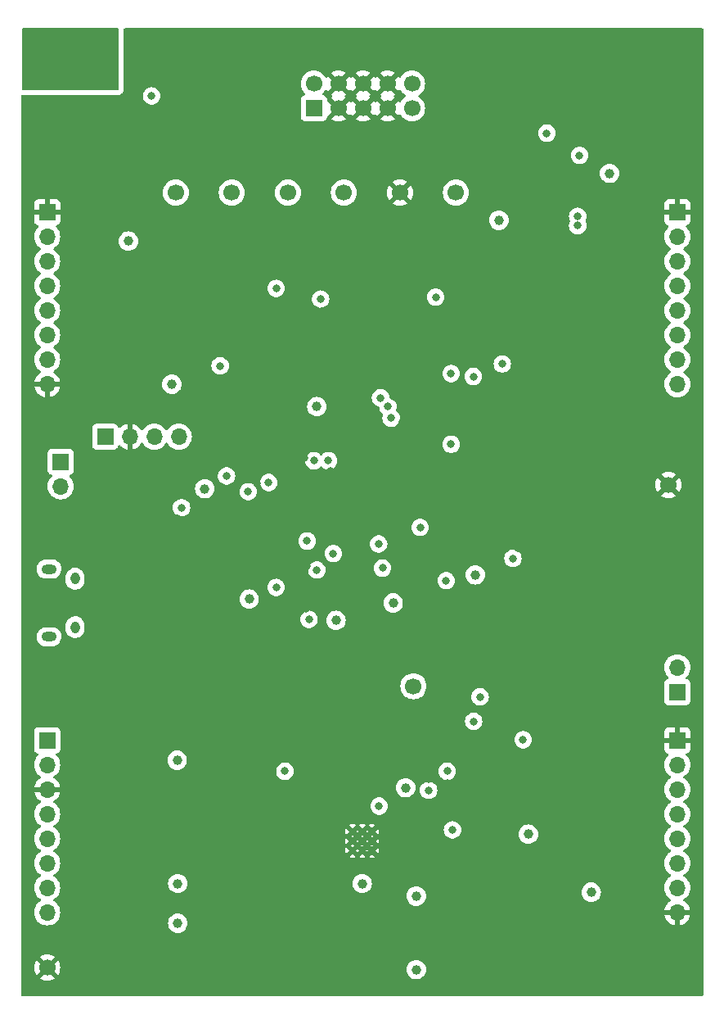
<source format=gbr>
%TF.GenerationSoftware,KiCad,Pcbnew,7.0.9*%
%TF.CreationDate,2024-02-04T10:52:35+00:00*%
%TF.ProjectId,QuadMod Components,51756164-4d6f-4642-9043-6f6d706f6e65,rev?*%
%TF.SameCoordinates,Original*%
%TF.FileFunction,Copper,L3,Inr*%
%TF.FilePolarity,Positive*%
%FSLAX46Y46*%
G04 Gerber Fmt 4.6, Leading zero omitted, Abs format (unit mm)*
G04 Created by KiCad (PCBNEW 7.0.9) date 2024-02-04 10:52:35*
%MOMM*%
%LPD*%
G01*
G04 APERTURE LIST*
%TA.AperFunction,ComponentPad*%
%ADD10C,1.700000*%
%TD*%
%TA.AperFunction,ComponentPad*%
%ADD11O,0.950000X1.250000*%
%TD*%
%TA.AperFunction,ComponentPad*%
%ADD12O,1.550000X1.000000*%
%TD*%
%TA.AperFunction,ComponentPad*%
%ADD13R,1.700000X1.700000*%
%TD*%
%TA.AperFunction,ComponentPad*%
%ADD14O,1.700000X1.700000*%
%TD*%
%TA.AperFunction,ComponentPad*%
%ADD15C,0.500000*%
%TD*%
%TA.AperFunction,ViaPad*%
%ADD16C,0.800000*%
%TD*%
%TA.AperFunction,ViaPad*%
%ADD17C,1.000000*%
%TD*%
G04 APERTURE END LIST*
D10*
%TO.N,-12V*%
%TO.C,TP3*%
X127600000Y-67000000D03*
%TD*%
D11*
%TO.N,*%
%TO.C,J6*%
X105585000Y-106900000D03*
X105585000Y-111900000D03*
D12*
X102885000Y-112900000D03*
%TO.N,unconnected-(J6-Shield-Pad6)*%
X102885000Y-105900000D03*
%TD*%
D10*
%TO.N,/-5V_REF*%
%TO.C,TP1*%
X133400000Y-67000000D03*
%TD*%
D13*
%TO.N,/-12V_IN*%
%TO.C,J5*%
X130300000Y-58275000D03*
D10*
X130300000Y-55735000D03*
%TO.N,GND*%
X132840000Y-58275000D03*
X132840000Y-55735000D03*
X135380000Y-58275000D03*
X135380000Y-55735000D03*
X137920000Y-58275000D03*
X137920000Y-55735000D03*
%TO.N,/+12V_IN*%
X140460000Y-58275000D03*
X140460000Y-55735000D03*
%TD*%
D13*
%TO.N,+3.3V*%
%TO.C,J7*%
X108700000Y-92200000D03*
D14*
%TO.N,GND*%
X111240000Y-92200000D03*
%TO.N,/SWIO*%
X113780000Y-92200000D03*
%TO.N,/SWCLK*%
X116320000Y-92200000D03*
%TD*%
D10*
%TO.N,GND*%
%TO.C,TP7*%
X167000000Y-97200000D03*
%TD*%
D13*
%TO.N,/Audio_Out3*%
%TO.C,J8*%
X167900000Y-118600000D03*
D14*
%TO.N,/Audio_Out4*%
X167900000Y-116060000D03*
%TD*%
D10*
%TO.N,GND*%
%TO.C,TP9*%
X102700000Y-147100000D03*
%TD*%
%TO.N,Net-(U2-NRST)*%
%TO.C,TP8*%
X140600000Y-118000000D03*
%TD*%
%TO.N,+3.3V*%
%TO.C,TP5*%
X145000000Y-67000000D03*
%TD*%
D15*
%TO.N,GND*%
%TO.C,U9*%
X136300000Y-133000000D03*
X135300000Y-133000000D03*
X134300000Y-133000000D03*
X136300000Y-134000000D03*
X135300000Y-134000000D03*
X134300000Y-134000000D03*
X136300000Y-135000000D03*
X135300000Y-135000000D03*
X134300000Y-135000000D03*
%TD*%
D13*
%TO.N,/Test_Out1*%
%TO.C,J9*%
X104100000Y-94800000D03*
D14*
%TO.N,/Test_Out2*%
X104100000Y-97340000D03*
%TD*%
D10*
%TO.N,+3.3VA*%
%TO.C,TP4*%
X116000000Y-67000000D03*
%TD*%
%TO.N,+12V*%
%TO.C,TP2*%
X121800000Y-67000000D03*
%TD*%
%TO.N,GND*%
%TO.C,TP6*%
X139200000Y-67000000D03*
%TD*%
D13*
%TO.N,GND*%
%TO.C,J2*%
X167900000Y-69000000D03*
D14*
%TO.N,/FX_FEEDBACK_CV*%
X167900000Y-71540000D03*
%TO.N,/FX_FEEDBACK_POT*%
X167900000Y-74080000D03*
%TO.N,/LFO_SPEED_POT*%
X167900000Y-76620000D03*
%TO.N,/LFO_SPEED_CV*%
X167900000Y-79160000D03*
%TO.N,/CLOCKED_LED*%
X167900000Y-81700000D03*
%TO.N,/DELAY_LED*%
X167900000Y-84240000D03*
%TO.N,/FX_LED*%
X167900000Y-86780000D03*
%TD*%
D13*
%TO.N,GND*%
%TO.C,J1*%
X102700000Y-69000000D03*
D14*
%TO.N,/LFO_BASEFREQ_CV*%
X102700000Y-71540000D03*
%TO.N,/LFO_BASEFREQ_POT*%
X102700000Y-74080000D03*
%TO.N,/DLY_FILTER_CV*%
X102700000Y-76620000D03*
%TO.N,/DLY_FILTER_POT*%
X102700000Y-79160000D03*
%TO.N,/DLY_TIME_POT*%
X102700000Y-81700000D03*
%TO.N,/DLY_TIME_CV*%
X102700000Y-84240000D03*
%TO.N,GND*%
X102700000Y-86780000D03*
%TD*%
D13*
%TO.N,/FX_TYPE*%
%TO.C,J3*%
X102700000Y-123600000D03*
D14*
%TO.N,/DLY_FEEDBACK*%
X102700000Y-126140000D03*
%TO.N,GND*%
X102700000Y-128680000D03*
%TO.N,/IN4*%
X102700000Y-131220000D03*
%TO.N,/IN3*%
X102700000Y-133760000D03*
%TO.N,/IN2*%
X102700000Y-136300000D03*
%TO.N,/IN1*%
X102700000Y-138840000D03*
%TO.N,+3.3VA*%
X102700000Y-141380000D03*
%TD*%
D13*
%TO.N,GND*%
%TO.C,J4*%
X167900000Y-123600000D03*
D14*
%TO.N,/LFO_RANGE*%
X167900000Y-126140000D03*
%TO.N,/DLY_MIX*%
X167900000Y-128680000D03*
%TO.N,+3.3VA*%
X167900000Y-131220000D03*
%TO.N,/FX_MIX*%
X167900000Y-133760000D03*
%TO.N,/OUT_AMP2*%
X167900000Y-136300000D03*
%TO.N,/OUT_AMP1*%
X167900000Y-138840000D03*
%TO.N,GND*%
X167900000Y-141380000D03*
%TD*%
D16*
%TO.N,GND*%
X147300000Y-88500000D03*
X117600000Y-138100000D03*
X137200000Y-94900000D03*
X101400000Y-59600000D03*
X141100000Y-99400000D03*
X137000000Y-86800000D03*
X159000000Y-135400000D03*
X162700000Y-80900000D03*
X148800000Y-100400000D03*
X163000000Y-133000000D03*
X145400000Y-107400000D03*
X110900000Y-131900000D03*
X138600000Y-142000000D03*
X148200000Y-81400000D03*
X108700000Y-102900000D03*
X140400000Y-120900000D03*
X148500000Y-118000000D03*
X108400000Y-107000000D03*
X163700000Y-62000000D03*
X143200000Y-87700000D03*
X154200000Y-101000000D03*
X148300000Y-94600000D03*
X135100000Y-126200000D03*
X158900000Y-133100000D03*
X131500000Y-140700000D03*
X131600000Y-71200000D03*
X131200000Y-97900000D03*
X131000000Y-121900000D03*
X108200000Y-68000000D03*
X125700000Y-118500000D03*
X135300000Y-142000000D03*
X110600000Y-141200000D03*
X119000000Y-122900000D03*
X159700000Y-123500000D03*
X122300000Y-76400000D03*
X148000000Y-84600000D03*
X154400000Y-142600000D03*
X150600000Y-137200000D03*
X122400000Y-92100000D03*
X165700000Y-80900000D03*
X122300000Y-79400000D03*
X129500000Y-90600000D03*
X159400000Y-80800000D03*
X109800000Y-70400000D03*
X140100000Y-113600000D03*
X138300000Y-126200000D03*
X112500000Y-72900000D03*
X112800000Y-106000000D03*
X168800000Y-51900000D03*
X134600000Y-94800000D03*
X119300000Y-113100000D03*
X132000000Y-95800000D03*
X158700000Y-129700000D03*
X110500000Y-120600000D03*
X162300000Y-70000000D03*
X143200000Y-113600000D03*
X154300000Y-88500000D03*
X144800000Y-83400000D03*
X164300000Y-113800000D03*
X133800000Y-106100000D03*
X129500000Y-110000000D03*
X166700000Y-59200000D03*
X144500000Y-138800000D03*
X104900000Y-135200000D03*
X125200000Y-98675000D03*
X127100000Y-131700000D03*
X122400000Y-88400000D03*
X146800000Y-120300000D03*
X162800000Y-87700000D03*
X129600000Y-105600000D03*
X146100000Y-87300000D03*
X101700000Y-101400000D03*
X151400000Y-103700000D03*
X131100000Y-79300000D03*
X151300000Y-125299982D03*
X131100000Y-103000000D03*
X154000000Y-104000000D03*
X116800000Y-70600000D03*
X154700000Y-80900000D03*
X105000000Y-76800000D03*
X139500000Y-90700000D03*
X105500000Y-83100000D03*
X125000000Y-65500000D03*
X109600000Y-145100000D03*
X152700000Y-64800000D03*
X154500000Y-133400000D03*
X141300000Y-104500000D03*
X142200000Y-146100000D03*
X148600000Y-108600000D03*
X105700000Y-120600000D03*
X166700000Y-62000000D03*
X155300000Y-125400000D03*
X152400000Y-107700000D03*
X159100000Y-141100000D03*
X156100000Y-60800000D03*
X138596120Y-106132040D03*
X146200000Y-142600000D03*
X148400000Y-105000000D03*
X142200000Y-127600000D03*
X125600000Y-111000000D03*
X144500000Y-88800000D03*
X127100000Y-70300000D03*
X117600000Y-129900000D03*
X112600000Y-51900000D03*
X156100000Y-61900000D03*
X169500000Y-105200000D03*
X116300000Y-103300000D03*
X121400000Y-107600000D03*
X131100000Y-76700000D03*
X169800000Y-130000000D03*
X127100000Y-128500000D03*
X156300000Y-56600000D03*
X102600000Y-91900000D03*
X127100000Y-138100000D03*
X169700000Y-83100000D03*
X114800000Y-129900000D03*
X133700000Y-113400000D03*
X157600000Y-142600000D03*
X116200000Y-100700000D03*
X142000000Y-123500000D03*
X162000000Y-135400000D03*
X155700000Y-64900000D03*
X135000000Y-120400000D03*
X150900000Y-88700000D03*
X127100000Y-134900000D03*
X139600000Y-146100000D03*
X155000000Y-148800000D03*
X115200000Y-89100000D03*
X104300000Y-110700000D03*
X132500000Y-86800000D03*
X121400000Y-106000000D03*
X124400000Y-97000000D03*
X134700000Y-87300000D03*
X139300000Y-78000000D03*
X120700000Y-70500000D03*
X108400000Y-118200000D03*
X121800000Y-83600000D03*
X102700000Y-61300000D03*
X121600000Y-72900000D03*
X144100000Y-128000000D03*
X169900000Y-85600000D03*
X127600000Y-87300000D03*
X121800000Y-110400000D03*
X110300000Y-136500000D03*
X147700000Y-71800000D03*
X117000000Y-148700000D03*
X127500000Y-92000000D03*
X150600000Y-81100000D03*
X155700000Y-66700000D03*
X120400000Y-59600000D03*
X162600000Y-126000000D03*
X109000000Y-112800000D03*
X105100000Y-116300000D03*
X142100000Y-140800000D03*
X165900000Y-87600000D03*
X122400000Y-113200000D03*
X138500000Y-88100000D03*
X159300000Y-87800000D03*
X123500000Y-121400000D03*
X114700000Y-138100000D03*
X141700000Y-113600000D03*
X135000000Y-149000000D03*
X135497212Y-102801195D03*
X141400000Y-94500000D03*
X111500000Y-68000000D03*
X158100000Y-113700000D03*
X116200000Y-129900000D03*
X109300000Y-78200000D03*
X109000000Y-83500000D03*
X129400000Y-85900000D03*
X131500000Y-113400000D03*
X150700000Y-55200000D03*
X159500000Y-69900000D03*
X100900000Y-83100000D03*
X142900000Y-85700000D03*
X116600000Y-83500000D03*
X163700000Y-59200000D03*
X121400000Y-104400000D03*
X152800000Y-142600000D03*
X163000000Y-101200000D03*
X117400000Y-78100000D03*
X118900000Y-61800000D03*
X129300000Y-94400000D03*
X122600000Y-141900000D03*
X150300000Y-65200000D03*
X134400000Y-99700000D03*
X123100000Y-126900000D03*
X133600000Y-89600000D03*
X117400000Y-59500000D03*
X131600000Y-125400000D03*
X116500000Y-110700000D03*
X110700000Y-127900000D03*
X113300000Y-100700000D03*
X162900000Y-104900000D03*
X108100000Y-123300000D03*
X136700000Y-126200000D03*
D17*
%TO.N,+3.3V*%
X123600000Y-109000000D03*
D16*
X144500000Y-93000000D03*
D17*
X130600000Y-89100000D03*
X139800000Y-128500000D03*
X149450000Y-69850000D03*
X115600000Y-86800000D03*
X147000000Y-106500000D03*
X132600000Y-111200000D03*
%TO.N,+3.3VA*%
X105100000Y-51000000D03*
X107100000Y-55500000D03*
X103100000Y-51000000D03*
X103100000Y-55500000D03*
X109100000Y-51000000D03*
X102100000Y-54200000D03*
D16*
X131000000Y-78000000D03*
D17*
X109100000Y-55500000D03*
X140900000Y-147300000D03*
X101100000Y-51000000D03*
X140900000Y-139700000D03*
X116200000Y-138400000D03*
X101100000Y-55500000D03*
X102100000Y-52400000D03*
X138500000Y-109400000D03*
X135300000Y-138400000D03*
X107100000Y-51000000D03*
X108100000Y-54200000D03*
X108100000Y-52400000D03*
X119000000Y-97599996D03*
%TO.N,+12V*%
X159000000Y-139300000D03*
X160900000Y-65000000D03*
%TO.N,-12V*%
X116148750Y-125651250D03*
X116200000Y-142500000D03*
X152500000Y-133300000D03*
X111100000Y-72000000D03*
D16*
%TO.N,/VSW*%
X157600000Y-70400000D03*
X157800000Y-63150000D03*
X157600000Y-69450000D03*
X154400000Y-60850000D03*
%TO.N,/-5V_REF*%
X121257497Y-96275000D03*
X113500000Y-57000000D03*
X142912500Y-77800000D03*
X126400000Y-76900000D03*
%TO.N,/DLY_TIME_POT*%
X120600000Y-84900000D03*
X137400000Y-105800000D03*
%TO.N,/DLY_FEEDBACK*%
X126400000Y-107800000D03*
X132300000Y-104300000D03*
%TO.N,/FX_MIX*%
X147500000Y-119100000D03*
X151950000Y-123550000D03*
%TO.N,/PDN*%
X150900000Y-104800000D03*
X141300000Y-101600002D03*
%TO.N,/Delay_Led_Out*%
X138300000Y-90300000D03*
X149800000Y-84700000D03*
%TO.N,/FX_Led_Out*%
X137968726Y-89100495D03*
X146800000Y-85999998D03*
%TO.N,/SAI1_SD_B*%
X127300000Y-126800000D03*
X137038864Y-130400000D03*
%TO.N,/SAI1_FS_A*%
X129800000Y-111100000D03*
X130600000Y-106000000D03*
%TO.N,/Delay_Time*%
X129600000Y-103000000D03*
X116600000Y-99553810D03*
%TO.N,/SAI2_SD_B*%
X142169432Y-128769432D03*
X144100000Y-126800000D03*
%TO.N,/USB_DM*%
X123500004Y-97900000D03*
X131800000Y-94700000D03*
%TO.N,/USB_DP*%
X130300000Y-94700000D03*
X125611969Y-96950000D03*
%TO.N,/SPI1_NSS*%
X146837500Y-121637500D03*
X144641475Y-132862509D03*
%TO.N,/SPI1_MOSI*%
X137000000Y-103300000D03*
X144000001Y-107099999D03*
%TO.N,/Clocked_Led_Out*%
X137200000Y-88200000D03*
X144500000Y-85700000D03*
%TD*%
%TA.AperFunction,Conductor*%
%TO.N,+3.3VA*%
G36*
X110043039Y-50020185D02*
G01*
X110088794Y-50072989D01*
X110100000Y-50124500D01*
X110100000Y-56276000D01*
X110080315Y-56343039D01*
X110027511Y-56388794D01*
X109976000Y-56400000D01*
X100224000Y-56400000D01*
X100156961Y-56380315D01*
X100111206Y-56327511D01*
X100100000Y-56276000D01*
X100100000Y-50124500D01*
X100119685Y-50057461D01*
X100172489Y-50011706D01*
X100224000Y-50000500D01*
X109976000Y-50000500D01*
X110043039Y-50020185D01*
G37*
%TD.AperFunction*%
%TD*%
%TA.AperFunction,Conductor*%
%TO.N,GND*%
G36*
X132380507Y-55944844D02*
G01*
X132458239Y-56065798D01*
X132566900Y-56159952D01*
X132697685Y-56219680D01*
X132707466Y-56221086D01*
X132078625Y-56849925D01*
X132155031Y-56903425D01*
X132198655Y-56958002D01*
X132205848Y-57027501D01*
X132174326Y-57089855D01*
X132155029Y-57106576D01*
X132078625Y-57160072D01*
X132707466Y-57788913D01*
X132697685Y-57790320D01*
X132566900Y-57850048D01*
X132458239Y-57944202D01*
X132380507Y-58065156D01*
X132356923Y-58145476D01*
X131686818Y-57475371D01*
X131653333Y-57414048D01*
X131650499Y-57387690D01*
X131650499Y-57377129D01*
X131650498Y-57377123D01*
X131650497Y-57377116D01*
X131644091Y-57317517D01*
X131593796Y-57182669D01*
X131593795Y-57182668D01*
X131593793Y-57182664D01*
X131507547Y-57067455D01*
X131507544Y-57067452D01*
X131392335Y-56981206D01*
X131392328Y-56981202D01*
X131260917Y-56932189D01*
X131204983Y-56890318D01*
X131180566Y-56824853D01*
X131195418Y-56756580D01*
X131216563Y-56728332D01*
X131338495Y-56606401D01*
X131468732Y-56420403D01*
X131523307Y-56376780D01*
X131592805Y-56369586D01*
X131655160Y-56401109D01*
X131671880Y-56420405D01*
X131725073Y-56496373D01*
X132356923Y-55864523D01*
X132380507Y-55944844D01*
G37*
%TD.AperFunction*%
%TA.AperFunction,Conductor*%
G36*
X137460507Y-55944844D02*
G01*
X137538239Y-56065798D01*
X137646900Y-56159952D01*
X137777685Y-56219680D01*
X137787466Y-56221086D01*
X137158625Y-56849925D01*
X137235031Y-56903425D01*
X137278655Y-56958002D01*
X137285848Y-57027501D01*
X137254326Y-57089855D01*
X137235029Y-57106576D01*
X137158625Y-57160072D01*
X137787466Y-57788913D01*
X137777685Y-57790320D01*
X137646900Y-57850048D01*
X137538239Y-57944202D01*
X137460507Y-58065156D01*
X137436923Y-58145476D01*
X136805072Y-57513625D01*
X136805072Y-57513626D01*
X136751574Y-57590030D01*
X136696998Y-57633655D01*
X136627499Y-57640849D01*
X136565144Y-57609326D01*
X136548424Y-57590030D01*
X136494925Y-57513626D01*
X136494925Y-57513625D01*
X135863076Y-58145475D01*
X135839493Y-58065156D01*
X135761761Y-57944202D01*
X135653100Y-57850048D01*
X135522315Y-57790320D01*
X135512533Y-57788913D01*
X136141373Y-57160073D01*
X136064969Y-57106576D01*
X136021344Y-57051999D01*
X136014150Y-56982501D01*
X136045672Y-56920146D01*
X136064968Y-56903425D01*
X136141373Y-56849925D01*
X135512533Y-56221086D01*
X135522315Y-56219680D01*
X135653100Y-56159952D01*
X135761761Y-56065798D01*
X135839493Y-55944844D01*
X135863076Y-55864524D01*
X136494925Y-56496373D01*
X136548425Y-56419968D01*
X136603002Y-56376344D01*
X136672501Y-56369151D01*
X136734855Y-56400673D01*
X136751576Y-56419969D01*
X136805073Y-56496372D01*
X137436922Y-55864523D01*
X137460507Y-55944844D01*
G37*
%TD.AperFunction*%
%TA.AperFunction,Conductor*%
G36*
X134920507Y-55944844D02*
G01*
X134998239Y-56065798D01*
X135106900Y-56159952D01*
X135237685Y-56219680D01*
X135247466Y-56221086D01*
X134618625Y-56849925D01*
X134695031Y-56903425D01*
X134738655Y-56958002D01*
X134745848Y-57027501D01*
X134714326Y-57089855D01*
X134695029Y-57106576D01*
X134618625Y-57160072D01*
X135247466Y-57788913D01*
X135237685Y-57790320D01*
X135106900Y-57850048D01*
X134998239Y-57944202D01*
X134920507Y-58065156D01*
X134896923Y-58145475D01*
X134265073Y-57513625D01*
X134265072Y-57513626D01*
X134211574Y-57590030D01*
X134156998Y-57633655D01*
X134087499Y-57640849D01*
X134025144Y-57609326D01*
X134008424Y-57590030D01*
X133954925Y-57513626D01*
X133954925Y-57513625D01*
X133323076Y-58145475D01*
X133299493Y-58065156D01*
X133221761Y-57944202D01*
X133113100Y-57850048D01*
X132982315Y-57790320D01*
X132972533Y-57788913D01*
X133601373Y-57160073D01*
X133524969Y-57106576D01*
X133481344Y-57051999D01*
X133474150Y-56982501D01*
X133505672Y-56920146D01*
X133524968Y-56903425D01*
X133601373Y-56849925D01*
X132972533Y-56221086D01*
X132982315Y-56219680D01*
X133113100Y-56159952D01*
X133221761Y-56065798D01*
X133299493Y-55944844D01*
X133323076Y-55864524D01*
X133954925Y-56496373D01*
X134008425Y-56419968D01*
X134063002Y-56376344D01*
X134132501Y-56369151D01*
X134194855Y-56400673D01*
X134211576Y-56419969D01*
X134265073Y-56496372D01*
X134896922Y-55864523D01*
X134920507Y-55944844D01*
G37*
%TD.AperFunction*%
%TA.AperFunction,Conductor*%
G36*
X139034925Y-56496373D02*
G01*
X139088119Y-56420405D01*
X139142696Y-56376781D01*
X139212195Y-56369588D01*
X139274549Y-56401110D01*
X139291269Y-56420405D01*
X139304180Y-56438844D01*
X139421505Y-56606401D01*
X139421506Y-56606402D01*
X139588597Y-56773493D01*
X139588603Y-56773498D01*
X139774158Y-56903425D01*
X139817783Y-56958002D01*
X139824977Y-57027500D01*
X139793454Y-57089855D01*
X139774158Y-57106575D01*
X139588597Y-57236505D01*
X139421505Y-57403597D01*
X139291269Y-57589595D01*
X139236692Y-57633220D01*
X139167194Y-57640414D01*
X139104839Y-57608891D01*
X139088119Y-57589595D01*
X139034925Y-57513626D01*
X139034925Y-57513625D01*
X138403076Y-58145475D01*
X138379493Y-58065156D01*
X138301761Y-57944202D01*
X138193100Y-57850048D01*
X138062315Y-57790320D01*
X138052533Y-57788913D01*
X138681373Y-57160073D01*
X138604969Y-57106576D01*
X138561344Y-57051999D01*
X138554150Y-56982501D01*
X138585672Y-56920146D01*
X138604968Y-56903425D01*
X138681373Y-56849925D01*
X138052533Y-56221086D01*
X138062315Y-56219680D01*
X138193100Y-56159952D01*
X138301761Y-56065798D01*
X138379493Y-55944844D01*
X138403076Y-55864524D01*
X139034925Y-56496373D01*
G37*
%TD.AperFunction*%
%TA.AperFunction,Conductor*%
G36*
X170542539Y-50020185D02*
G01*
X170588294Y-50072989D01*
X170599500Y-50124500D01*
X170599500Y-149875500D01*
X170579815Y-149942539D01*
X170527011Y-149988294D01*
X170475500Y-149999500D01*
X100124500Y-149999500D01*
X100057461Y-149979815D01*
X100011706Y-149927011D01*
X100000500Y-149875500D01*
X100000500Y-147100001D01*
X101344843Y-147100001D01*
X101365430Y-147335315D01*
X101365432Y-147335326D01*
X101426566Y-147563483D01*
X101426570Y-147563492D01*
X101526400Y-147777579D01*
X101526402Y-147777583D01*
X101585072Y-147861373D01*
X101585073Y-147861373D01*
X102216923Y-147229523D01*
X102240507Y-147309844D01*
X102318239Y-147430798D01*
X102426900Y-147524952D01*
X102557685Y-147584680D01*
X102567466Y-147586086D01*
X101938625Y-148214925D01*
X102022421Y-148273599D01*
X102236507Y-148373429D01*
X102236516Y-148373433D01*
X102464673Y-148434567D01*
X102464684Y-148434569D01*
X102699998Y-148455157D01*
X102700002Y-148455157D01*
X102935315Y-148434569D01*
X102935326Y-148434567D01*
X103163483Y-148373433D01*
X103163492Y-148373429D01*
X103377578Y-148273600D01*
X103377582Y-148273598D01*
X103461373Y-148214926D01*
X103461373Y-148214925D01*
X102832533Y-147586086D01*
X102842315Y-147584680D01*
X102973100Y-147524952D01*
X103081761Y-147430798D01*
X103159493Y-147309844D01*
X103183076Y-147229524D01*
X103814925Y-147861373D01*
X103814926Y-147861373D01*
X103873598Y-147777582D01*
X103873600Y-147777578D01*
X103973429Y-147563492D01*
X103973433Y-147563483D01*
X104034567Y-147335326D01*
X104034569Y-147335315D01*
X104037659Y-147300000D01*
X139894659Y-147300000D01*
X139913975Y-147496129D01*
X139971188Y-147684733D01*
X140064086Y-147858532D01*
X140064090Y-147858539D01*
X140189116Y-148010883D01*
X140341460Y-148135909D01*
X140341467Y-148135913D01*
X140515266Y-148228811D01*
X140515269Y-148228811D01*
X140515273Y-148228814D01*
X140703868Y-148286024D01*
X140900000Y-148305341D01*
X141096132Y-148286024D01*
X141284727Y-148228814D01*
X141310712Y-148214925D01*
X141458532Y-148135913D01*
X141458538Y-148135910D01*
X141610883Y-148010883D01*
X141735910Y-147858538D01*
X141828814Y-147684727D01*
X141886024Y-147496132D01*
X141905341Y-147300000D01*
X141886024Y-147103868D01*
X141828814Y-146915273D01*
X141828811Y-146915269D01*
X141828811Y-146915266D01*
X141735913Y-146741467D01*
X141735909Y-146741460D01*
X141610883Y-146589116D01*
X141458539Y-146464090D01*
X141458532Y-146464086D01*
X141284733Y-146371188D01*
X141284727Y-146371186D01*
X141096132Y-146313976D01*
X141096129Y-146313975D01*
X140900000Y-146294659D01*
X140703870Y-146313975D01*
X140515266Y-146371188D01*
X140341467Y-146464086D01*
X140341460Y-146464090D01*
X140189116Y-146589116D01*
X140064090Y-146741460D01*
X140064086Y-146741467D01*
X139971188Y-146915266D01*
X139913975Y-147103870D01*
X139894659Y-147300000D01*
X104037659Y-147300000D01*
X104055157Y-147100001D01*
X104055157Y-147099998D01*
X104034569Y-146864684D01*
X104034567Y-146864673D01*
X103973433Y-146636516D01*
X103973429Y-146636507D01*
X103873600Y-146422423D01*
X103873599Y-146422421D01*
X103814925Y-146338626D01*
X103814925Y-146338625D01*
X103183076Y-146970475D01*
X103159493Y-146890156D01*
X103081761Y-146769202D01*
X102973100Y-146675048D01*
X102842315Y-146615320D01*
X102832533Y-146613913D01*
X103461373Y-145985073D01*
X103461373Y-145985072D01*
X103377583Y-145926402D01*
X103377579Y-145926400D01*
X103163492Y-145826570D01*
X103163483Y-145826566D01*
X102935326Y-145765432D01*
X102935315Y-145765430D01*
X102700002Y-145744843D01*
X102699998Y-145744843D01*
X102464684Y-145765430D01*
X102464673Y-145765432D01*
X102236516Y-145826566D01*
X102236507Y-145826570D01*
X102022419Y-145926401D01*
X101938625Y-145985072D01*
X102567466Y-146613913D01*
X102557685Y-146615320D01*
X102426900Y-146675048D01*
X102318239Y-146769202D01*
X102240507Y-146890156D01*
X102216923Y-146970476D01*
X101585072Y-146338625D01*
X101526401Y-146422419D01*
X101426570Y-146636507D01*
X101426566Y-146636516D01*
X101365432Y-146864673D01*
X101365430Y-146864684D01*
X101344843Y-147099998D01*
X101344843Y-147100001D01*
X100000500Y-147100001D01*
X100000500Y-141380000D01*
X101344341Y-141380000D01*
X101364936Y-141615403D01*
X101364938Y-141615413D01*
X101426094Y-141843655D01*
X101426096Y-141843659D01*
X101426097Y-141843663D01*
X101471701Y-141941460D01*
X101525965Y-142057830D01*
X101525967Y-142057834D01*
X101566182Y-142115266D01*
X101661505Y-142251401D01*
X101828599Y-142418495D01*
X101925384Y-142486265D01*
X102022165Y-142554032D01*
X102022167Y-142554033D01*
X102022170Y-142554035D01*
X102236337Y-142653903D01*
X102464592Y-142715063D01*
X102652918Y-142731539D01*
X102699999Y-142735659D01*
X102700000Y-142735659D01*
X102700001Y-142735659D01*
X102739234Y-142732226D01*
X102935408Y-142715063D01*
X103163663Y-142653903D01*
X103377830Y-142554035D01*
X103455000Y-142500000D01*
X115194659Y-142500000D01*
X115213975Y-142696129D01*
X115271188Y-142884733D01*
X115364086Y-143058532D01*
X115364090Y-143058539D01*
X115489116Y-143210883D01*
X115641460Y-143335909D01*
X115641467Y-143335913D01*
X115815266Y-143428811D01*
X115815269Y-143428811D01*
X115815273Y-143428814D01*
X116003868Y-143486024D01*
X116200000Y-143505341D01*
X116396132Y-143486024D01*
X116584727Y-143428814D01*
X116758538Y-143335910D01*
X116910883Y-143210883D01*
X117035910Y-143058538D01*
X117128814Y-142884727D01*
X117186024Y-142696132D01*
X117205341Y-142500000D01*
X117186024Y-142303868D01*
X117128814Y-142115273D01*
X117128811Y-142115269D01*
X117128811Y-142115266D01*
X117035913Y-141941467D01*
X117035909Y-141941460D01*
X116910883Y-141789116D01*
X116758539Y-141664090D01*
X116758532Y-141664086D01*
X116584733Y-141571188D01*
X116584727Y-141571186D01*
X116396132Y-141513976D01*
X116396129Y-141513975D01*
X116200000Y-141494659D01*
X116003870Y-141513975D01*
X115815266Y-141571188D01*
X115641467Y-141664086D01*
X115641460Y-141664090D01*
X115489116Y-141789116D01*
X115364090Y-141941460D01*
X115364086Y-141941467D01*
X115271188Y-142115266D01*
X115213975Y-142303870D01*
X115194659Y-142500000D01*
X103455000Y-142500000D01*
X103571401Y-142418495D01*
X103738495Y-142251401D01*
X103874035Y-142057830D01*
X103973903Y-141843663D01*
X104035063Y-141615408D01*
X104055659Y-141380000D01*
X104035063Y-141144592D01*
X103973903Y-140916337D01*
X103874035Y-140702171D01*
X103757621Y-140535913D01*
X103738494Y-140508597D01*
X103571402Y-140341506D01*
X103571396Y-140341501D01*
X103385842Y-140211575D01*
X103342217Y-140156998D01*
X103335023Y-140087500D01*
X103366546Y-140025145D01*
X103385842Y-140008425D01*
X103408026Y-139992891D01*
X103571401Y-139878495D01*
X103738495Y-139711401D01*
X103746478Y-139700000D01*
X139894659Y-139700000D01*
X139913975Y-139896129D01*
X139971188Y-140084733D01*
X140064086Y-140258532D01*
X140064090Y-140258539D01*
X140189116Y-140410883D01*
X140341460Y-140535909D01*
X140341467Y-140535913D01*
X140515266Y-140628811D01*
X140515269Y-140628811D01*
X140515273Y-140628814D01*
X140703868Y-140686024D01*
X140900000Y-140705341D01*
X141096132Y-140686024D01*
X141284727Y-140628814D01*
X141458538Y-140535910D01*
X141610883Y-140410883D01*
X141735910Y-140258538D01*
X141790184Y-140156998D01*
X141828811Y-140084733D01*
X141828811Y-140084732D01*
X141828814Y-140084727D01*
X141886024Y-139896132D01*
X141905341Y-139700000D01*
X141886024Y-139503868D01*
X141828814Y-139315273D01*
X141828811Y-139315269D01*
X141828811Y-139315266D01*
X141820651Y-139300000D01*
X157994659Y-139300000D01*
X158013975Y-139496129D01*
X158071188Y-139684733D01*
X158164086Y-139858532D01*
X158164090Y-139858539D01*
X158289116Y-140010883D01*
X158441460Y-140135909D01*
X158441467Y-140135913D01*
X158615266Y-140228811D01*
X158615269Y-140228811D01*
X158615273Y-140228814D01*
X158803868Y-140286024D01*
X159000000Y-140305341D01*
X159196132Y-140286024D01*
X159384727Y-140228814D01*
X159416409Y-140211880D01*
X159558532Y-140135913D01*
X159558538Y-140135910D01*
X159710883Y-140010883D01*
X159835910Y-139858538D01*
X159914556Y-139711402D01*
X159928811Y-139684733D01*
X159928811Y-139684732D01*
X159928814Y-139684727D01*
X159986024Y-139496132D01*
X160005341Y-139300000D01*
X159986024Y-139103868D01*
X159928814Y-138915273D01*
X159928811Y-138915269D01*
X159928811Y-138915266D01*
X159888580Y-138840000D01*
X166544341Y-138840000D01*
X166564936Y-139075403D01*
X166564938Y-139075413D01*
X166626094Y-139303655D01*
X166626096Y-139303659D01*
X166626097Y-139303663D01*
X166715846Y-139496129D01*
X166725965Y-139517830D01*
X166725967Y-139517834D01*
X166861501Y-139711395D01*
X166861506Y-139711402D01*
X167028597Y-139878493D01*
X167028603Y-139878498D01*
X167214594Y-140008730D01*
X167258219Y-140063307D01*
X167265413Y-140132805D01*
X167233890Y-140195160D01*
X167214595Y-140211880D01*
X167028922Y-140341890D01*
X167028920Y-140341891D01*
X166861891Y-140508920D01*
X166861886Y-140508926D01*
X166726400Y-140702420D01*
X166726399Y-140702422D01*
X166626570Y-140916507D01*
X166626567Y-140916513D01*
X166569364Y-141129999D01*
X166569364Y-141130000D01*
X167466314Y-141130000D01*
X167440507Y-141170156D01*
X167400000Y-141308111D01*
X167400000Y-141451889D01*
X167440507Y-141589844D01*
X167466314Y-141630000D01*
X166569364Y-141630000D01*
X166626567Y-141843486D01*
X166626570Y-141843492D01*
X166726399Y-142057578D01*
X166861894Y-142251082D01*
X167028917Y-142418105D01*
X167222421Y-142553600D01*
X167436507Y-142653429D01*
X167436516Y-142653433D01*
X167650000Y-142710634D01*
X167650000Y-141815501D01*
X167757685Y-141864680D01*
X167864237Y-141880000D01*
X167935763Y-141880000D01*
X168042315Y-141864680D01*
X168150000Y-141815501D01*
X168150000Y-142710633D01*
X168363483Y-142653433D01*
X168363492Y-142653429D01*
X168577578Y-142553600D01*
X168771082Y-142418105D01*
X168938105Y-142251082D01*
X169073600Y-142057578D01*
X169173429Y-141843492D01*
X169173432Y-141843486D01*
X169230636Y-141630000D01*
X168333686Y-141630000D01*
X168359493Y-141589844D01*
X168400000Y-141451889D01*
X168400000Y-141308111D01*
X168359493Y-141170156D01*
X168333686Y-141130000D01*
X169230636Y-141130000D01*
X169230635Y-141129999D01*
X169173432Y-140916513D01*
X169173429Y-140916507D01*
X169073600Y-140702422D01*
X169073599Y-140702420D01*
X168938113Y-140508926D01*
X168938108Y-140508920D01*
X168771078Y-140341890D01*
X168585405Y-140211879D01*
X168541780Y-140157302D01*
X168534588Y-140087804D01*
X168566110Y-140025449D01*
X168585406Y-140008730D01*
X168585842Y-140008425D01*
X168771401Y-139878495D01*
X168938495Y-139711401D01*
X169074035Y-139517830D01*
X169173903Y-139303663D01*
X169235063Y-139075408D01*
X169255659Y-138840000D01*
X169235063Y-138604592D01*
X169173903Y-138376337D01*
X169074035Y-138162171D01*
X168971177Y-138015273D01*
X168938494Y-137968597D01*
X168771402Y-137801506D01*
X168771396Y-137801501D01*
X168585842Y-137671575D01*
X168542217Y-137616998D01*
X168535023Y-137547500D01*
X168566546Y-137485145D01*
X168585842Y-137468425D01*
X168663604Y-137413975D01*
X168771401Y-137338495D01*
X168938495Y-137171401D01*
X169074035Y-136977830D01*
X169173903Y-136763663D01*
X169235063Y-136535408D01*
X169255659Y-136300000D01*
X169235063Y-136064592D01*
X169173903Y-135836337D01*
X169074035Y-135622171D01*
X168938495Y-135428599D01*
X168938494Y-135428597D01*
X168771402Y-135261506D01*
X168771396Y-135261501D01*
X168585842Y-135131575D01*
X168542217Y-135076998D01*
X168535023Y-135007500D01*
X168566546Y-134945145D01*
X168585842Y-134928425D01*
X168723468Y-134832058D01*
X168771401Y-134798495D01*
X168938495Y-134631401D01*
X169074035Y-134437830D01*
X169173903Y-134223663D01*
X169235063Y-133995408D01*
X169255659Y-133760000D01*
X169235063Y-133524592D01*
X169182042Y-133326713D01*
X169173905Y-133296344D01*
X169173904Y-133296343D01*
X169173903Y-133296337D01*
X169074035Y-133082171D01*
X169052047Y-133050768D01*
X168938494Y-132888597D01*
X168771402Y-132721506D01*
X168771396Y-132721501D01*
X168585842Y-132591575D01*
X168542217Y-132536998D01*
X168535023Y-132467500D01*
X168566546Y-132405145D01*
X168585842Y-132388425D01*
X168668863Y-132330293D01*
X168771401Y-132258495D01*
X168938495Y-132091401D01*
X169074035Y-131897830D01*
X169173903Y-131683663D01*
X169235063Y-131455408D01*
X169255659Y-131220000D01*
X169235063Y-130984592D01*
X169173903Y-130756337D01*
X169074035Y-130542171D01*
X168974487Y-130400000D01*
X168938494Y-130348597D01*
X168771402Y-130181506D01*
X168771396Y-130181501D01*
X168585842Y-130051575D01*
X168542217Y-129996998D01*
X168535023Y-129927500D01*
X168566546Y-129865145D01*
X168585842Y-129848425D01*
X168608026Y-129832891D01*
X168771401Y-129718495D01*
X168938495Y-129551401D01*
X169074035Y-129357830D01*
X169173903Y-129143663D01*
X169235063Y-128915408D01*
X169255659Y-128680000D01*
X169235063Y-128444592D01*
X169179498Y-128237217D01*
X169173905Y-128216344D01*
X169173904Y-128216343D01*
X169173903Y-128216337D01*
X169074035Y-128002171D01*
X169031527Y-127941462D01*
X168938494Y-127808597D01*
X168771402Y-127641506D01*
X168771396Y-127641501D01*
X168585842Y-127511575D01*
X168542217Y-127456998D01*
X168535023Y-127387500D01*
X168566546Y-127325145D01*
X168585842Y-127308425D01*
X168608026Y-127292891D01*
X168771401Y-127178495D01*
X168938495Y-127011401D01*
X169074035Y-126817830D01*
X169173903Y-126603663D01*
X169235063Y-126375408D01*
X169255659Y-126140000D01*
X169235063Y-125904592D01*
X169173903Y-125676337D01*
X169074035Y-125462171D01*
X169069096Y-125455118D01*
X168938496Y-125268600D01*
X168936412Y-125266516D01*
X168816179Y-125146283D01*
X168782696Y-125084963D01*
X168787680Y-125015271D01*
X168829551Y-124959337D01*
X168860529Y-124942422D01*
X168992086Y-124893354D01*
X168992093Y-124893350D01*
X169107187Y-124807190D01*
X169107190Y-124807187D01*
X169193350Y-124692093D01*
X169193354Y-124692086D01*
X169243596Y-124557379D01*
X169243598Y-124557372D01*
X169249999Y-124497844D01*
X169250000Y-124497827D01*
X169250000Y-123850000D01*
X168333686Y-123850000D01*
X168359493Y-123809844D01*
X168400000Y-123671889D01*
X168400000Y-123528111D01*
X168359493Y-123390156D01*
X168333686Y-123350000D01*
X169250000Y-123350000D01*
X169250000Y-122702172D01*
X169249999Y-122702155D01*
X169243598Y-122642627D01*
X169243596Y-122642620D01*
X169193354Y-122507913D01*
X169193350Y-122507906D01*
X169107190Y-122392812D01*
X169107187Y-122392809D01*
X168992093Y-122306649D01*
X168992086Y-122306645D01*
X168857379Y-122256403D01*
X168857372Y-122256401D01*
X168797844Y-122250000D01*
X168150000Y-122250000D01*
X168150000Y-123164498D01*
X168042315Y-123115320D01*
X167935763Y-123100000D01*
X167864237Y-123100000D01*
X167757685Y-123115320D01*
X167650000Y-123164498D01*
X167650000Y-122250000D01*
X167002155Y-122250000D01*
X166942627Y-122256401D01*
X166942620Y-122256403D01*
X166807913Y-122306645D01*
X166807906Y-122306649D01*
X166692812Y-122392809D01*
X166692809Y-122392812D01*
X166606649Y-122507906D01*
X166606645Y-122507913D01*
X166556403Y-122642620D01*
X166556401Y-122642627D01*
X166550000Y-122702155D01*
X166550000Y-123350000D01*
X167466314Y-123350000D01*
X167440507Y-123390156D01*
X167400000Y-123528111D01*
X167400000Y-123671889D01*
X167440507Y-123809844D01*
X167466314Y-123850000D01*
X166550000Y-123850000D01*
X166550000Y-124497844D01*
X166556401Y-124557372D01*
X166556403Y-124557379D01*
X166606645Y-124692086D01*
X166606649Y-124692093D01*
X166692809Y-124807187D01*
X166692812Y-124807190D01*
X166807906Y-124893350D01*
X166807913Y-124893354D01*
X166939470Y-124942421D01*
X166995403Y-124984292D01*
X167019821Y-125049756D01*
X167004970Y-125118029D01*
X166983819Y-125146284D01*
X166861503Y-125268600D01*
X166725965Y-125462169D01*
X166725964Y-125462171D01*
X166626098Y-125676335D01*
X166626094Y-125676344D01*
X166564938Y-125904586D01*
X166564936Y-125904596D01*
X166544341Y-126139999D01*
X166544341Y-126140000D01*
X166564936Y-126375403D01*
X166564938Y-126375413D01*
X166626094Y-126603655D01*
X166626096Y-126603659D01*
X166626097Y-126603663D01*
X166650778Y-126656591D01*
X166725965Y-126817830D01*
X166725967Y-126817834D01*
X166861501Y-127011395D01*
X166861506Y-127011402D01*
X167028597Y-127178493D01*
X167028603Y-127178498D01*
X167214158Y-127308425D01*
X167257783Y-127363002D01*
X167264977Y-127432500D01*
X167233454Y-127494855D01*
X167214158Y-127511575D01*
X167028597Y-127641505D01*
X166861505Y-127808597D01*
X166725965Y-128002169D01*
X166725964Y-128002171D01*
X166626098Y-128216335D01*
X166626094Y-128216344D01*
X166564938Y-128444586D01*
X166564936Y-128444596D01*
X166544341Y-128679999D01*
X166544341Y-128680000D01*
X166564936Y-128915403D01*
X166564938Y-128915413D01*
X166626094Y-129143655D01*
X166626096Y-129143659D01*
X166626097Y-129143663D01*
X166699766Y-129301646D01*
X166725965Y-129357830D01*
X166725967Y-129357834D01*
X166861501Y-129551395D01*
X166861506Y-129551402D01*
X167028597Y-129718493D01*
X167028603Y-129718498D01*
X167214158Y-129848425D01*
X167257783Y-129903002D01*
X167264977Y-129972500D01*
X167233454Y-130034855D01*
X167214158Y-130051575D01*
X167028597Y-130181505D01*
X166861505Y-130348597D01*
X166725965Y-130542169D01*
X166725964Y-130542171D01*
X166626098Y-130756335D01*
X166626094Y-130756344D01*
X166564938Y-130984586D01*
X166564936Y-130984596D01*
X166544341Y-131219999D01*
X166544341Y-131220000D01*
X166564936Y-131455403D01*
X166564938Y-131455413D01*
X166626094Y-131683655D01*
X166626096Y-131683659D01*
X166626097Y-131683663D01*
X166725965Y-131897830D01*
X166725967Y-131897834D01*
X166834281Y-132052521D01*
X166852371Y-132078357D01*
X166861501Y-132091395D01*
X166861506Y-132091402D01*
X167028597Y-132258493D01*
X167028603Y-132258498D01*
X167214158Y-132388425D01*
X167257783Y-132443002D01*
X167264977Y-132512500D01*
X167233454Y-132574855D01*
X167214158Y-132591575D01*
X167028597Y-132721505D01*
X166861505Y-132888597D01*
X166725965Y-133082169D01*
X166725964Y-133082171D01*
X166626098Y-133296335D01*
X166626094Y-133296344D01*
X166564938Y-133524586D01*
X166564936Y-133524596D01*
X166544341Y-133759999D01*
X166544341Y-133760000D01*
X166564936Y-133995403D01*
X166564938Y-133995413D01*
X166626094Y-134223655D01*
X166626096Y-134223659D01*
X166626097Y-134223663D01*
X166674150Y-134326713D01*
X166725965Y-134437830D01*
X166725967Y-134437834D01*
X166861501Y-134631395D01*
X166861506Y-134631402D01*
X167028597Y-134798493D01*
X167028603Y-134798498D01*
X167214158Y-134928425D01*
X167257783Y-134983002D01*
X167264977Y-135052500D01*
X167233454Y-135114855D01*
X167214158Y-135131575D01*
X167028597Y-135261505D01*
X166861505Y-135428597D01*
X166725965Y-135622169D01*
X166725964Y-135622171D01*
X166626098Y-135836335D01*
X166626094Y-135836344D01*
X166564938Y-136064586D01*
X166564936Y-136064596D01*
X166544341Y-136299999D01*
X166544341Y-136300000D01*
X166564936Y-136535403D01*
X166564938Y-136535413D01*
X166626094Y-136763655D01*
X166626096Y-136763659D01*
X166626097Y-136763663D01*
X166725965Y-136977830D01*
X166725967Y-136977834D01*
X166861501Y-137171395D01*
X166861506Y-137171402D01*
X167028597Y-137338493D01*
X167028603Y-137338498D01*
X167214158Y-137468425D01*
X167257783Y-137523002D01*
X167264977Y-137592500D01*
X167233454Y-137654855D01*
X167214158Y-137671575D01*
X167028597Y-137801505D01*
X166861505Y-137968597D01*
X166725965Y-138162169D01*
X166725964Y-138162171D01*
X166626098Y-138376335D01*
X166626094Y-138376344D01*
X166564938Y-138604586D01*
X166564936Y-138604596D01*
X166544341Y-138839999D01*
X166544341Y-138840000D01*
X159888580Y-138840000D01*
X159835913Y-138741467D01*
X159835909Y-138741460D01*
X159710883Y-138589116D01*
X159558539Y-138464090D01*
X159558532Y-138464086D01*
X159384733Y-138371188D01*
X159384727Y-138371186D01*
X159196132Y-138313976D01*
X159196129Y-138313975D01*
X159000000Y-138294659D01*
X158803870Y-138313975D01*
X158615266Y-138371188D01*
X158441467Y-138464086D01*
X158441460Y-138464090D01*
X158289116Y-138589116D01*
X158164090Y-138741460D01*
X158164086Y-138741467D01*
X158071188Y-138915266D01*
X158013975Y-139103870D01*
X157994659Y-139300000D01*
X141820651Y-139300000D01*
X141735913Y-139141467D01*
X141735909Y-139141460D01*
X141610883Y-138989116D01*
X141458539Y-138864090D01*
X141458532Y-138864086D01*
X141284733Y-138771188D01*
X141284727Y-138771186D01*
X141096132Y-138713976D01*
X141096129Y-138713975D01*
X140900000Y-138694659D01*
X140703870Y-138713975D01*
X140515266Y-138771188D01*
X140341467Y-138864086D01*
X140341460Y-138864090D01*
X140189116Y-138989116D01*
X140064090Y-139141460D01*
X140064086Y-139141467D01*
X139971188Y-139315266D01*
X139913975Y-139503870D01*
X139894659Y-139700000D01*
X103746478Y-139700000D01*
X103874035Y-139517830D01*
X103973903Y-139303663D01*
X104035063Y-139075408D01*
X104055659Y-138840000D01*
X104035063Y-138604592D01*
X103980243Y-138400000D01*
X115194659Y-138400000D01*
X115213975Y-138596129D01*
X115233046Y-138658997D01*
X115267078Y-138771186D01*
X115271188Y-138784733D01*
X115364086Y-138958532D01*
X115364090Y-138958539D01*
X115489116Y-139110883D01*
X115641460Y-139235909D01*
X115641467Y-139235913D01*
X115815266Y-139328811D01*
X115815269Y-139328811D01*
X115815273Y-139328814D01*
X116003868Y-139386024D01*
X116200000Y-139405341D01*
X116396132Y-139386024D01*
X116584727Y-139328814D01*
X116610061Y-139315273D01*
X116758532Y-139235913D01*
X116758538Y-139235910D01*
X116910883Y-139110883D01*
X117035910Y-138958538D01*
X117099270Y-138840000D01*
X117128811Y-138784733D01*
X117128811Y-138784732D01*
X117128814Y-138784727D01*
X117186024Y-138596132D01*
X117205341Y-138400000D01*
X134294659Y-138400000D01*
X134313975Y-138596129D01*
X134333046Y-138658997D01*
X134367078Y-138771186D01*
X134371188Y-138784733D01*
X134464086Y-138958532D01*
X134464090Y-138958539D01*
X134589116Y-139110883D01*
X134741460Y-139235909D01*
X134741467Y-139235913D01*
X134915266Y-139328811D01*
X134915269Y-139328811D01*
X134915273Y-139328814D01*
X135103868Y-139386024D01*
X135300000Y-139405341D01*
X135496132Y-139386024D01*
X135684727Y-139328814D01*
X135710061Y-139315273D01*
X135858532Y-139235913D01*
X135858538Y-139235910D01*
X136010883Y-139110883D01*
X136135910Y-138958538D01*
X136199270Y-138840000D01*
X136228811Y-138784733D01*
X136228811Y-138784732D01*
X136228814Y-138784727D01*
X136286024Y-138596132D01*
X136305341Y-138400000D01*
X136286024Y-138203868D01*
X136228814Y-138015273D01*
X136228811Y-138015269D01*
X136228811Y-138015266D01*
X136135913Y-137841467D01*
X136135909Y-137841460D01*
X136010883Y-137689116D01*
X135858539Y-137564090D01*
X135858532Y-137564086D01*
X135684733Y-137471188D01*
X135684727Y-137471186D01*
X135496132Y-137413976D01*
X135496129Y-137413975D01*
X135300000Y-137394659D01*
X135103870Y-137413975D01*
X134915266Y-137471188D01*
X134741467Y-137564086D01*
X134741460Y-137564090D01*
X134589116Y-137689116D01*
X134464090Y-137841460D01*
X134464086Y-137841467D01*
X134371188Y-138015266D01*
X134313975Y-138203870D01*
X134294659Y-138400000D01*
X117205341Y-138400000D01*
X117186024Y-138203868D01*
X117128814Y-138015273D01*
X117128811Y-138015269D01*
X117128811Y-138015266D01*
X117035913Y-137841467D01*
X117035909Y-137841460D01*
X116910883Y-137689116D01*
X116758539Y-137564090D01*
X116758532Y-137564086D01*
X116584733Y-137471188D01*
X116584727Y-137471186D01*
X116396132Y-137413976D01*
X116396129Y-137413975D01*
X116200000Y-137394659D01*
X116003870Y-137413975D01*
X115815266Y-137471188D01*
X115641467Y-137564086D01*
X115641460Y-137564090D01*
X115489116Y-137689116D01*
X115364090Y-137841460D01*
X115364086Y-137841467D01*
X115271188Y-138015266D01*
X115213975Y-138203870D01*
X115194659Y-138400000D01*
X103980243Y-138400000D01*
X103973903Y-138376337D01*
X103874035Y-138162171D01*
X103771177Y-138015273D01*
X103738494Y-137968597D01*
X103571402Y-137801506D01*
X103571396Y-137801501D01*
X103385842Y-137671575D01*
X103342217Y-137616998D01*
X103335023Y-137547500D01*
X103366546Y-137485145D01*
X103385842Y-137468425D01*
X103463604Y-137413975D01*
X103571401Y-137338495D01*
X103738495Y-137171401D01*
X103874035Y-136977830D01*
X103973903Y-136763663D01*
X104035063Y-136535408D01*
X104055659Y-136300000D01*
X104035063Y-136064592D01*
X103973903Y-135836337D01*
X103901125Y-135680266D01*
X133973285Y-135680266D01*
X134132056Y-135735824D01*
X134299996Y-135754746D01*
X134300004Y-135754746D01*
X134467943Y-135735824D01*
X134626713Y-135680267D01*
X134626714Y-135680266D01*
X134973285Y-135680266D01*
X135132056Y-135735824D01*
X135299996Y-135754746D01*
X135300004Y-135754746D01*
X135467943Y-135735824D01*
X135626713Y-135680267D01*
X135626714Y-135680266D01*
X135973285Y-135680266D01*
X136132056Y-135735824D01*
X136299996Y-135754746D01*
X136300004Y-135754746D01*
X136467943Y-135735824D01*
X136626713Y-135680267D01*
X136626714Y-135680266D01*
X136300001Y-135353553D01*
X136300000Y-135353553D01*
X135973285Y-135680266D01*
X135626714Y-135680266D01*
X135300001Y-135353553D01*
X135300000Y-135353553D01*
X134973285Y-135680266D01*
X134626714Y-135680266D01*
X134300001Y-135353553D01*
X134300000Y-135353553D01*
X133973285Y-135680266D01*
X103901125Y-135680266D01*
X103874035Y-135622171D01*
X103738495Y-135428599D01*
X103738494Y-135428597D01*
X103571402Y-135261506D01*
X103571396Y-135261501D01*
X103385842Y-135131575D01*
X103342217Y-135076998D01*
X103335023Y-135007500D01*
X103338813Y-135000003D01*
X133545254Y-135000003D01*
X133564175Y-135167938D01*
X133564176Y-135167943D01*
X133619732Y-135326714D01*
X133946447Y-135000000D01*
X134144709Y-135000000D01*
X134165514Y-135077645D01*
X134222355Y-135134486D01*
X134280254Y-135150000D01*
X134319746Y-135150000D01*
X134377645Y-135134486D01*
X134434486Y-135077646D01*
X134455291Y-135000000D01*
X134653553Y-135000000D01*
X134800000Y-135146447D01*
X134946447Y-135000000D01*
X135144709Y-135000000D01*
X135165514Y-135077645D01*
X135222355Y-135134486D01*
X135280254Y-135150000D01*
X135319746Y-135150000D01*
X135377645Y-135134486D01*
X135434486Y-135077646D01*
X135455291Y-135000000D01*
X135653553Y-135000000D01*
X135800000Y-135146447D01*
X135946447Y-135000000D01*
X136144709Y-135000000D01*
X136165514Y-135077645D01*
X136222355Y-135134486D01*
X136280254Y-135150000D01*
X136319746Y-135150000D01*
X136377645Y-135134486D01*
X136434486Y-135077646D01*
X136455291Y-135000001D01*
X136653553Y-135000001D01*
X136980266Y-135326714D01*
X136980267Y-135326713D01*
X137035824Y-135167943D01*
X137054746Y-135000003D01*
X137054746Y-134999996D01*
X137035824Y-134832056D01*
X136980266Y-134673285D01*
X136653553Y-134999999D01*
X136653553Y-135000001D01*
X136455291Y-135000001D01*
X136455291Y-135000000D01*
X136434486Y-134922355D01*
X136377645Y-134865514D01*
X136319746Y-134850000D01*
X136280254Y-134850000D01*
X136222355Y-134865514D01*
X136165514Y-134922354D01*
X136144709Y-135000000D01*
X135946447Y-135000000D01*
X135800000Y-134853553D01*
X135653553Y-135000000D01*
X135455291Y-135000000D01*
X135434486Y-134922355D01*
X135377645Y-134865514D01*
X135319746Y-134850000D01*
X135280254Y-134850000D01*
X135222355Y-134865514D01*
X135165514Y-134922354D01*
X135144709Y-135000000D01*
X134946447Y-135000000D01*
X134800000Y-134853553D01*
X134653553Y-135000000D01*
X134455291Y-135000000D01*
X134434486Y-134922355D01*
X134377645Y-134865514D01*
X134319746Y-134850000D01*
X134280254Y-134850000D01*
X134222355Y-134865514D01*
X134165514Y-134922354D01*
X134144709Y-135000000D01*
X133946447Y-135000000D01*
X133619732Y-134673285D01*
X133564176Y-134832053D01*
X133564175Y-134832058D01*
X133545254Y-134999996D01*
X133545254Y-135000003D01*
X103338813Y-135000003D01*
X103366546Y-134945145D01*
X103385842Y-134928425D01*
X103523468Y-134832058D01*
X103571401Y-134798495D01*
X103738495Y-134631401D01*
X103830503Y-134500000D01*
X134153553Y-134500000D01*
X134300000Y-134646447D01*
X134446447Y-134500000D01*
X135153553Y-134500000D01*
X135300000Y-134646447D01*
X135446447Y-134500000D01*
X136153553Y-134500000D01*
X136300000Y-134646447D01*
X136446447Y-134500000D01*
X136300000Y-134353553D01*
X136153553Y-134500000D01*
X135446447Y-134500000D01*
X135300000Y-134353553D01*
X135153553Y-134500000D01*
X134446447Y-134500000D01*
X134300000Y-134353553D01*
X134153553Y-134500000D01*
X103830503Y-134500000D01*
X103874035Y-134437830D01*
X103973903Y-134223663D01*
X104033832Y-134000003D01*
X133545254Y-134000003D01*
X133564175Y-134167938D01*
X133564176Y-134167943D01*
X133619732Y-134326714D01*
X133946447Y-134000000D01*
X134144709Y-134000000D01*
X134165514Y-134077645D01*
X134222355Y-134134486D01*
X134280254Y-134150000D01*
X134319746Y-134150000D01*
X134377645Y-134134486D01*
X134434486Y-134077646D01*
X134455291Y-134000000D01*
X134653553Y-134000000D01*
X134800000Y-134146447D01*
X134946447Y-134000000D01*
X135144709Y-134000000D01*
X135165514Y-134077645D01*
X135222355Y-134134486D01*
X135280254Y-134150000D01*
X135319746Y-134150000D01*
X135377645Y-134134486D01*
X135434486Y-134077646D01*
X135455291Y-134000000D01*
X135653553Y-134000000D01*
X135800000Y-134146447D01*
X135946447Y-134000000D01*
X136144709Y-134000000D01*
X136165514Y-134077645D01*
X136222355Y-134134486D01*
X136280254Y-134150000D01*
X136319746Y-134150000D01*
X136377645Y-134134486D01*
X136434486Y-134077646D01*
X136455291Y-134000001D01*
X136653553Y-134000001D01*
X136980266Y-134326714D01*
X136980267Y-134326713D01*
X137035824Y-134167943D01*
X137054746Y-134000003D01*
X137054746Y-133999996D01*
X137035824Y-133832056D01*
X136980266Y-133673285D01*
X136653553Y-133999999D01*
X136653553Y-134000001D01*
X136455291Y-134000001D01*
X136455291Y-134000000D01*
X136434486Y-133922355D01*
X136377645Y-133865514D01*
X136319746Y-133850000D01*
X136280254Y-133850000D01*
X136222355Y-133865514D01*
X136165514Y-133922354D01*
X136144709Y-134000000D01*
X135946447Y-134000000D01*
X135800000Y-133853553D01*
X135653553Y-134000000D01*
X135455291Y-134000000D01*
X135434486Y-133922355D01*
X135377645Y-133865514D01*
X135319746Y-133850000D01*
X135280254Y-133850000D01*
X135222355Y-133865514D01*
X135165514Y-133922354D01*
X135144709Y-134000000D01*
X134946447Y-134000000D01*
X134800000Y-133853553D01*
X134653553Y-134000000D01*
X134455291Y-134000000D01*
X134434486Y-133922355D01*
X134377645Y-133865514D01*
X134319746Y-133850000D01*
X134280254Y-133850000D01*
X134222355Y-133865514D01*
X134165514Y-133922354D01*
X134144709Y-134000000D01*
X133946447Y-134000000D01*
X133619732Y-133673285D01*
X133564176Y-133832053D01*
X133564175Y-133832058D01*
X133545254Y-133999996D01*
X133545254Y-134000003D01*
X104033832Y-134000003D01*
X104035063Y-133995408D01*
X104055659Y-133760000D01*
X104035063Y-133524592D01*
X104028474Y-133500000D01*
X134153553Y-133500000D01*
X134300000Y-133646447D01*
X134446447Y-133500000D01*
X135153553Y-133500000D01*
X135300000Y-133646447D01*
X135446447Y-133500000D01*
X136153553Y-133500000D01*
X136300000Y-133646447D01*
X136446447Y-133500000D01*
X136300000Y-133353553D01*
X136153553Y-133500000D01*
X135446447Y-133500000D01*
X135300000Y-133353553D01*
X135153553Y-133500000D01*
X134446447Y-133500000D01*
X134300000Y-133353553D01*
X134153553Y-133500000D01*
X104028474Y-133500000D01*
X103982042Y-133326713D01*
X103973905Y-133296344D01*
X103973904Y-133296343D01*
X103973903Y-133296337D01*
X103874035Y-133082171D01*
X103852047Y-133050768D01*
X103816501Y-133000003D01*
X133545254Y-133000003D01*
X133564175Y-133167938D01*
X133564176Y-133167943D01*
X133619732Y-133326714D01*
X133946447Y-133000000D01*
X134144709Y-133000000D01*
X134165514Y-133077645D01*
X134222355Y-133134486D01*
X134280254Y-133150000D01*
X134319746Y-133150000D01*
X134377645Y-133134486D01*
X134434486Y-133077646D01*
X134455291Y-133000000D01*
X134653553Y-133000000D01*
X134800000Y-133146447D01*
X134946447Y-133000000D01*
X135144709Y-133000000D01*
X135165514Y-133077645D01*
X135222355Y-133134486D01*
X135280254Y-133150000D01*
X135319746Y-133150000D01*
X135377645Y-133134486D01*
X135434486Y-133077646D01*
X135455291Y-133000000D01*
X135653553Y-133000000D01*
X135800000Y-133146447D01*
X135946447Y-133000000D01*
X136144709Y-133000000D01*
X136165514Y-133077645D01*
X136222355Y-133134486D01*
X136280254Y-133150000D01*
X136319746Y-133150000D01*
X136377645Y-133134486D01*
X136434486Y-133077646D01*
X136455291Y-133000001D01*
X136653553Y-133000001D01*
X136980266Y-133326714D01*
X136980267Y-133326713D01*
X137035824Y-133167943D01*
X137054746Y-133000003D01*
X137054746Y-132999996D01*
X137039255Y-132862509D01*
X143736015Y-132862509D01*
X143755801Y-133050765D01*
X143755802Y-133050768D01*
X143814293Y-133230786D01*
X143814296Y-133230793D01*
X143908942Y-133394725D01*
X144025870Y-133524586D01*
X144035604Y-133535397D01*
X144188740Y-133646657D01*
X144188745Y-133646660D01*
X144361667Y-133723651D01*
X144361672Y-133723653D01*
X144546829Y-133763009D01*
X144546830Y-133763009D01*
X144736119Y-133763009D01*
X144736121Y-133763009D01*
X144921278Y-133723653D01*
X145094205Y-133646660D01*
X145247346Y-133535397D01*
X145374008Y-133394725D01*
X145428697Y-133300000D01*
X151494659Y-133300000D01*
X151513975Y-133496129D01*
X151525887Y-133535397D01*
X151559638Y-133646660D01*
X151571188Y-133684733D01*
X151664086Y-133858532D01*
X151664090Y-133858539D01*
X151789116Y-134010883D01*
X151941460Y-134135909D01*
X151941467Y-134135913D01*
X152115266Y-134228811D01*
X152115269Y-134228811D01*
X152115273Y-134228814D01*
X152303868Y-134286024D01*
X152500000Y-134305341D01*
X152696132Y-134286024D01*
X152884727Y-134228814D01*
X153058538Y-134135910D01*
X153210883Y-134010883D01*
X153335910Y-133858538D01*
X153428814Y-133684727D01*
X153486024Y-133496132D01*
X153505341Y-133300000D01*
X153486024Y-133103868D01*
X153428814Y-132915273D01*
X153428811Y-132915269D01*
X153428811Y-132915266D01*
X153335913Y-132741467D01*
X153335909Y-132741460D01*
X153210883Y-132589116D01*
X153058539Y-132464090D01*
X153058532Y-132464086D01*
X152884733Y-132371188D01*
X152884727Y-132371186D01*
X152696132Y-132313976D01*
X152696129Y-132313975D01*
X152500000Y-132294659D01*
X152303870Y-132313975D01*
X152115266Y-132371188D01*
X151941467Y-132464086D01*
X151941460Y-132464090D01*
X151789116Y-132589116D01*
X151664090Y-132741460D01*
X151664086Y-132741467D01*
X151571188Y-132915266D01*
X151513975Y-133103870D01*
X151494659Y-133300000D01*
X145428697Y-133300000D01*
X145468654Y-133230793D01*
X145527149Y-133050765D01*
X145546935Y-132862509D01*
X145527149Y-132674253D01*
X145468654Y-132494225D01*
X145374008Y-132330293D01*
X145247346Y-132189621D01*
X145247345Y-132189620D01*
X145094209Y-132078360D01*
X145094204Y-132078357D01*
X144921282Y-132001366D01*
X144921277Y-132001364D01*
X144775476Y-131970374D01*
X144736121Y-131962009D01*
X144546829Y-131962009D01*
X144514372Y-131968907D01*
X144361672Y-132001364D01*
X144361667Y-132001366D01*
X144188745Y-132078357D01*
X144188740Y-132078360D01*
X144035604Y-132189620D01*
X143908941Y-132330294D01*
X143814296Y-132494224D01*
X143814293Y-132494231D01*
X143755802Y-132674249D01*
X143755801Y-132674253D01*
X143736015Y-132862509D01*
X137039255Y-132862509D01*
X137035824Y-132832056D01*
X136980266Y-132673285D01*
X136653553Y-132999999D01*
X136653553Y-133000001D01*
X136455291Y-133000001D01*
X136455291Y-133000000D01*
X136434486Y-132922355D01*
X136377645Y-132865514D01*
X136319746Y-132850000D01*
X136280254Y-132850000D01*
X136222355Y-132865514D01*
X136165514Y-132922354D01*
X136144709Y-133000000D01*
X135946447Y-133000000D01*
X135800000Y-132853553D01*
X135653553Y-133000000D01*
X135455291Y-133000000D01*
X135434486Y-132922355D01*
X135377645Y-132865514D01*
X135319746Y-132850000D01*
X135280254Y-132850000D01*
X135222355Y-132865514D01*
X135165514Y-132922354D01*
X135144709Y-133000000D01*
X134946447Y-133000000D01*
X134800000Y-132853553D01*
X134653553Y-133000000D01*
X134455291Y-133000000D01*
X134434486Y-132922355D01*
X134377645Y-132865514D01*
X134319746Y-132850000D01*
X134280254Y-132850000D01*
X134222355Y-132865514D01*
X134165514Y-132922354D01*
X134144709Y-133000000D01*
X133946447Y-133000000D01*
X133619732Y-132673285D01*
X133564176Y-132832053D01*
X133564175Y-132832058D01*
X133545254Y-132999996D01*
X133545254Y-133000003D01*
X103816501Y-133000003D01*
X103738494Y-132888597D01*
X103571402Y-132721506D01*
X103571396Y-132721501D01*
X103385842Y-132591575D01*
X103342217Y-132536998D01*
X103335023Y-132467500D01*
X103366546Y-132405145D01*
X103385842Y-132388425D01*
X103468863Y-132330293D01*
X103483946Y-132319732D01*
X133973285Y-132319732D01*
X134300000Y-132646447D01*
X134300001Y-132646447D01*
X134626714Y-132319732D01*
X134973285Y-132319732D01*
X135300000Y-132646447D01*
X135300001Y-132646447D01*
X135626714Y-132319732D01*
X135973285Y-132319732D01*
X136300000Y-132646447D01*
X136300001Y-132646447D01*
X136626714Y-132319732D01*
X136467943Y-132264176D01*
X136467938Y-132264175D01*
X136300004Y-132245254D01*
X136299996Y-132245254D01*
X136132058Y-132264175D01*
X136132053Y-132264176D01*
X135973285Y-132319732D01*
X135626714Y-132319732D01*
X135467943Y-132264176D01*
X135467938Y-132264175D01*
X135300004Y-132245254D01*
X135299996Y-132245254D01*
X135132058Y-132264175D01*
X135132053Y-132264176D01*
X134973285Y-132319732D01*
X134626714Y-132319732D01*
X134467943Y-132264176D01*
X134467938Y-132264175D01*
X134300004Y-132245254D01*
X134299996Y-132245254D01*
X134132058Y-132264175D01*
X134132053Y-132264176D01*
X133973285Y-132319732D01*
X103483946Y-132319732D01*
X103571401Y-132258495D01*
X103738495Y-132091401D01*
X103874035Y-131897830D01*
X103973903Y-131683663D01*
X104035063Y-131455408D01*
X104055659Y-131220000D01*
X104035063Y-130984592D01*
X103973903Y-130756337D01*
X103874035Y-130542171D01*
X103774487Y-130400000D01*
X136133404Y-130400000D01*
X136153190Y-130588256D01*
X136153191Y-130588259D01*
X136211682Y-130768277D01*
X136211685Y-130768284D01*
X136306331Y-130932216D01*
X136432993Y-131072888D01*
X136586129Y-131184148D01*
X136586134Y-131184151D01*
X136759056Y-131261142D01*
X136759061Y-131261144D01*
X136944218Y-131300500D01*
X136944219Y-131300500D01*
X137133508Y-131300500D01*
X137133510Y-131300500D01*
X137318667Y-131261144D01*
X137491594Y-131184151D01*
X137644735Y-131072888D01*
X137771397Y-130932216D01*
X137866043Y-130768284D01*
X137924538Y-130588256D01*
X137944324Y-130400000D01*
X137924538Y-130211744D01*
X137866043Y-130031716D01*
X137771397Y-129867784D01*
X137644735Y-129727112D01*
X137632338Y-129718105D01*
X137491598Y-129615851D01*
X137491593Y-129615848D01*
X137318671Y-129538857D01*
X137318666Y-129538855D01*
X137160985Y-129505340D01*
X137133510Y-129499500D01*
X136944218Y-129499500D01*
X136916743Y-129505340D01*
X136759061Y-129538855D01*
X136759056Y-129538857D01*
X136586134Y-129615848D01*
X136586129Y-129615851D01*
X136432993Y-129727111D01*
X136306330Y-129867785D01*
X136211685Y-130031715D01*
X136211682Y-130031722D01*
X136163015Y-130181505D01*
X136153190Y-130211744D01*
X136133404Y-130400000D01*
X103774487Y-130400000D01*
X103738494Y-130348597D01*
X103571402Y-130181506D01*
X103571401Y-130181505D01*
X103385405Y-130051269D01*
X103341781Y-129996692D01*
X103334588Y-129927193D01*
X103366110Y-129864839D01*
X103385405Y-129848119D01*
X103571082Y-129718105D01*
X103738105Y-129551082D01*
X103873600Y-129357578D01*
X103973429Y-129143492D01*
X103973432Y-129143486D01*
X104030636Y-128930000D01*
X103133686Y-128930000D01*
X103159493Y-128889844D01*
X103200000Y-128751889D01*
X103200000Y-128608111D01*
X103168256Y-128500000D01*
X138794659Y-128500000D01*
X138813975Y-128696129D01*
X138871188Y-128884733D01*
X138964086Y-129058532D01*
X138964090Y-129058539D01*
X139089116Y-129210883D01*
X139241460Y-129335909D01*
X139241467Y-129335913D01*
X139415266Y-129428811D01*
X139415269Y-129428811D01*
X139415273Y-129428814D01*
X139603868Y-129486024D01*
X139800000Y-129505341D01*
X139996132Y-129486024D01*
X140184727Y-129428814D01*
X140358538Y-129335910D01*
X140510883Y-129210883D01*
X140635910Y-129058538D01*
X140689814Y-128957691D01*
X140728811Y-128884733D01*
X140728811Y-128884732D01*
X140728814Y-128884727D01*
X140763789Y-128769432D01*
X141263972Y-128769432D01*
X141283758Y-128957688D01*
X141283759Y-128957691D01*
X141342250Y-129137709D01*
X141342253Y-129137716D01*
X141436899Y-129301648D01*
X141551397Y-129428811D01*
X141563561Y-129442320D01*
X141716697Y-129553580D01*
X141716702Y-129553583D01*
X141889624Y-129630574D01*
X141889629Y-129630576D01*
X142074786Y-129669932D01*
X142074787Y-129669932D01*
X142264076Y-129669932D01*
X142264078Y-129669932D01*
X142449235Y-129630576D01*
X142622162Y-129553583D01*
X142775303Y-129442320D01*
X142901965Y-129301648D01*
X142996611Y-129137716D01*
X143055106Y-128957688D01*
X143074892Y-128769432D01*
X143055106Y-128581176D01*
X142996611Y-128401148D01*
X142901965Y-128237216D01*
X142775303Y-128096544D01*
X142775302Y-128096543D01*
X142622166Y-127985283D01*
X142622161Y-127985280D01*
X142449239Y-127908289D01*
X142449234Y-127908287D01*
X142303433Y-127877297D01*
X142264078Y-127868932D01*
X142074786Y-127868932D01*
X142042329Y-127875830D01*
X141889629Y-127908287D01*
X141889624Y-127908289D01*
X141716702Y-127985280D01*
X141716697Y-127985283D01*
X141563561Y-128096543D01*
X141436898Y-128237217D01*
X141342253Y-128401147D01*
X141342250Y-128401154D01*
X141283759Y-128581172D01*
X141283758Y-128581176D01*
X141263972Y-128769432D01*
X140763789Y-128769432D01*
X140786024Y-128696132D01*
X140805341Y-128500000D01*
X140786024Y-128303868D01*
X140728814Y-128115273D01*
X140728811Y-128115269D01*
X140728811Y-128115266D01*
X140635913Y-127941467D01*
X140635909Y-127941460D01*
X140510883Y-127789116D01*
X140358539Y-127664090D01*
X140358532Y-127664086D01*
X140184733Y-127571188D01*
X140184727Y-127571186D01*
X139996132Y-127513976D01*
X139996129Y-127513975D01*
X139800000Y-127494659D01*
X139603870Y-127513975D01*
X139415266Y-127571188D01*
X139241467Y-127664086D01*
X139241460Y-127664090D01*
X139089116Y-127789116D01*
X138964090Y-127941460D01*
X138964086Y-127941467D01*
X138871188Y-128115266D01*
X138813975Y-128303870D01*
X138794659Y-128500000D01*
X103168256Y-128500000D01*
X103159493Y-128470156D01*
X103133686Y-128430000D01*
X104030636Y-128430000D01*
X104030635Y-128429999D01*
X103973432Y-128216513D01*
X103973429Y-128216507D01*
X103873600Y-128002422D01*
X103873599Y-128002420D01*
X103738113Y-127808926D01*
X103738108Y-127808920D01*
X103571078Y-127641890D01*
X103385405Y-127511879D01*
X103341780Y-127457302D01*
X103334588Y-127387804D01*
X103366110Y-127325449D01*
X103385406Y-127308730D01*
X103385842Y-127308425D01*
X103571401Y-127178495D01*
X103738495Y-127011401D01*
X103874035Y-126817830D01*
X103882349Y-126800000D01*
X126394540Y-126800000D01*
X126414326Y-126988256D01*
X126414327Y-126988259D01*
X126472818Y-127168277D01*
X126472821Y-127168284D01*
X126567467Y-127332216D01*
X126658038Y-127432805D01*
X126694129Y-127472888D01*
X126847265Y-127584148D01*
X126847270Y-127584151D01*
X127020192Y-127661142D01*
X127020197Y-127661144D01*
X127205354Y-127700500D01*
X127205355Y-127700500D01*
X127394644Y-127700500D01*
X127394646Y-127700500D01*
X127579803Y-127661144D01*
X127752730Y-127584151D01*
X127905871Y-127472888D01*
X128032533Y-127332216D01*
X128127179Y-127168284D01*
X128185674Y-126988256D01*
X128205460Y-126800000D01*
X143194540Y-126800000D01*
X143214326Y-126988256D01*
X143214327Y-126988259D01*
X143272818Y-127168277D01*
X143272821Y-127168284D01*
X143367467Y-127332216D01*
X143458038Y-127432805D01*
X143494129Y-127472888D01*
X143647265Y-127584148D01*
X143647270Y-127584151D01*
X143820192Y-127661142D01*
X143820197Y-127661144D01*
X144005354Y-127700500D01*
X144005355Y-127700500D01*
X144194644Y-127700500D01*
X144194646Y-127700500D01*
X144379803Y-127661144D01*
X144552730Y-127584151D01*
X144705871Y-127472888D01*
X144832533Y-127332216D01*
X144927179Y-127168284D01*
X144985674Y-126988256D01*
X145005460Y-126800000D01*
X144985674Y-126611744D01*
X144927179Y-126431716D01*
X144832533Y-126267784D01*
X144705871Y-126127112D01*
X144705870Y-126127111D01*
X144552734Y-126015851D01*
X144552729Y-126015848D01*
X144379807Y-125938857D01*
X144379802Y-125938855D01*
X144218574Y-125904586D01*
X144194646Y-125899500D01*
X144005354Y-125899500D01*
X143981426Y-125904586D01*
X143820197Y-125938855D01*
X143820192Y-125938857D01*
X143647270Y-126015848D01*
X143647265Y-126015851D01*
X143494129Y-126127111D01*
X143367466Y-126267785D01*
X143272821Y-126431715D01*
X143272818Y-126431722D01*
X143216951Y-126603664D01*
X143214326Y-126611744D01*
X143194540Y-126800000D01*
X128205460Y-126800000D01*
X128185674Y-126611744D01*
X128127179Y-126431716D01*
X128032533Y-126267784D01*
X127905871Y-126127112D01*
X127905870Y-126127111D01*
X127752734Y-126015851D01*
X127752729Y-126015848D01*
X127579807Y-125938857D01*
X127579802Y-125938855D01*
X127418574Y-125904586D01*
X127394646Y-125899500D01*
X127205354Y-125899500D01*
X127181426Y-125904586D01*
X127020197Y-125938855D01*
X127020192Y-125938857D01*
X126847270Y-126015848D01*
X126847265Y-126015851D01*
X126694129Y-126127111D01*
X126567466Y-126267785D01*
X126472821Y-126431715D01*
X126472818Y-126431722D01*
X126416951Y-126603664D01*
X126414326Y-126611744D01*
X126394540Y-126800000D01*
X103882349Y-126800000D01*
X103973903Y-126603663D01*
X104035063Y-126375408D01*
X104055659Y-126140000D01*
X104035063Y-125904592D01*
X103973903Y-125676337D01*
X103962205Y-125651250D01*
X115143409Y-125651250D01*
X115162725Y-125847379D01*
X115162726Y-125847382D01*
X115190474Y-125938856D01*
X115219938Y-126035983D01*
X115312836Y-126209782D01*
X115312840Y-126209789D01*
X115437866Y-126362133D01*
X115590210Y-126487159D01*
X115590217Y-126487163D01*
X115764016Y-126580061D01*
X115764019Y-126580061D01*
X115764023Y-126580064D01*
X115952618Y-126637274D01*
X116148750Y-126656591D01*
X116344882Y-126637274D01*
X116533477Y-126580064D01*
X116707288Y-126487160D01*
X116859633Y-126362133D01*
X116984660Y-126209788D01*
X117077564Y-126035977D01*
X117134774Y-125847382D01*
X117154091Y-125651250D01*
X117134774Y-125455118D01*
X117077564Y-125266523D01*
X117077561Y-125266519D01*
X117077561Y-125266516D01*
X116984663Y-125092717D01*
X116984659Y-125092710D01*
X116859633Y-124940366D01*
X116707289Y-124815340D01*
X116707282Y-124815336D01*
X116533483Y-124722438D01*
X116533477Y-124722436D01*
X116344882Y-124665226D01*
X116344879Y-124665225D01*
X116148750Y-124645909D01*
X115952620Y-124665225D01*
X115764016Y-124722438D01*
X115590217Y-124815336D01*
X115590210Y-124815340D01*
X115437866Y-124940366D01*
X115312840Y-125092710D01*
X115312836Y-125092717D01*
X115219938Y-125266516D01*
X115162725Y-125455120D01*
X115143409Y-125651250D01*
X103962205Y-125651250D01*
X103874035Y-125462171D01*
X103869096Y-125455118D01*
X103738496Y-125268600D01*
X103736412Y-125266516D01*
X103616567Y-125146671D01*
X103583084Y-125085351D01*
X103588068Y-125015659D01*
X103629939Y-124959725D01*
X103660915Y-124942810D01*
X103792331Y-124893796D01*
X103907546Y-124807546D01*
X103993796Y-124692331D01*
X104044091Y-124557483D01*
X104050500Y-124497873D01*
X104050499Y-123550000D01*
X151044540Y-123550000D01*
X151064326Y-123738256D01*
X151064327Y-123738259D01*
X151122818Y-123918277D01*
X151122821Y-123918284D01*
X151217467Y-124082216D01*
X151344129Y-124222888D01*
X151497265Y-124334148D01*
X151497270Y-124334151D01*
X151670192Y-124411142D01*
X151670197Y-124411144D01*
X151855354Y-124450500D01*
X151855355Y-124450500D01*
X152044644Y-124450500D01*
X152044646Y-124450500D01*
X152229803Y-124411144D01*
X152402730Y-124334151D01*
X152555871Y-124222888D01*
X152682533Y-124082216D01*
X152777179Y-123918284D01*
X152835674Y-123738256D01*
X152855460Y-123550000D01*
X152835674Y-123361744D01*
X152777179Y-123181716D01*
X152682533Y-123017784D01*
X152555871Y-122877112D01*
X152555870Y-122877111D01*
X152402734Y-122765851D01*
X152402729Y-122765848D01*
X152229807Y-122688857D01*
X152229802Y-122688855D01*
X152084001Y-122657865D01*
X152044646Y-122649500D01*
X151855354Y-122649500D01*
X151822897Y-122656398D01*
X151670197Y-122688855D01*
X151670192Y-122688857D01*
X151497270Y-122765848D01*
X151497265Y-122765851D01*
X151344129Y-122877111D01*
X151217466Y-123017785D01*
X151122821Y-123181715D01*
X151122818Y-123181722D01*
X151068142Y-123350000D01*
X151064326Y-123361744D01*
X151044540Y-123550000D01*
X104050499Y-123550000D01*
X104050499Y-122702128D01*
X104044091Y-122642517D01*
X103993884Y-122507906D01*
X103993797Y-122507671D01*
X103993793Y-122507664D01*
X103907547Y-122392455D01*
X103907544Y-122392452D01*
X103792335Y-122306206D01*
X103792328Y-122306202D01*
X103657482Y-122255908D01*
X103657483Y-122255908D01*
X103597883Y-122249501D01*
X103597881Y-122249500D01*
X103597873Y-122249500D01*
X103597864Y-122249500D01*
X101802129Y-122249500D01*
X101802123Y-122249501D01*
X101742516Y-122255908D01*
X101607671Y-122306202D01*
X101607664Y-122306206D01*
X101492455Y-122392452D01*
X101492452Y-122392455D01*
X101406206Y-122507664D01*
X101406202Y-122507671D01*
X101355908Y-122642517D01*
X101349501Y-122702116D01*
X101349501Y-122702123D01*
X101349500Y-122702135D01*
X101349500Y-124497870D01*
X101349501Y-124497876D01*
X101355908Y-124557483D01*
X101406202Y-124692328D01*
X101406206Y-124692335D01*
X101492452Y-124807544D01*
X101492455Y-124807547D01*
X101607664Y-124893793D01*
X101607671Y-124893797D01*
X101739081Y-124942810D01*
X101795015Y-124984681D01*
X101819432Y-125050145D01*
X101804580Y-125118418D01*
X101783430Y-125146673D01*
X101661503Y-125268600D01*
X101525965Y-125462169D01*
X101525964Y-125462171D01*
X101426098Y-125676335D01*
X101426094Y-125676344D01*
X101364938Y-125904586D01*
X101364936Y-125904596D01*
X101344341Y-126139999D01*
X101344341Y-126140000D01*
X101364936Y-126375403D01*
X101364938Y-126375413D01*
X101426094Y-126603655D01*
X101426096Y-126603659D01*
X101426097Y-126603663D01*
X101450778Y-126656591D01*
X101525965Y-126817830D01*
X101525967Y-126817834D01*
X101661501Y-127011395D01*
X101661506Y-127011402D01*
X101828597Y-127178493D01*
X101828603Y-127178498D01*
X102014594Y-127308730D01*
X102058219Y-127363307D01*
X102065413Y-127432805D01*
X102033890Y-127495160D01*
X102014595Y-127511880D01*
X101828922Y-127641890D01*
X101828920Y-127641891D01*
X101661891Y-127808920D01*
X101661886Y-127808926D01*
X101526400Y-128002420D01*
X101526399Y-128002422D01*
X101426570Y-128216507D01*
X101426567Y-128216513D01*
X101369364Y-128429999D01*
X101369364Y-128430000D01*
X102266314Y-128430000D01*
X102240507Y-128470156D01*
X102200000Y-128608111D01*
X102200000Y-128751889D01*
X102240507Y-128889844D01*
X102266314Y-128930000D01*
X101369364Y-128930000D01*
X101426567Y-129143486D01*
X101426570Y-129143492D01*
X101526399Y-129357578D01*
X101661894Y-129551082D01*
X101828917Y-129718105D01*
X102014595Y-129848119D01*
X102058219Y-129902696D01*
X102065412Y-129972195D01*
X102033890Y-130034549D01*
X102014595Y-130051269D01*
X101828594Y-130181508D01*
X101661505Y-130348597D01*
X101525965Y-130542169D01*
X101525964Y-130542171D01*
X101426098Y-130756335D01*
X101426094Y-130756344D01*
X101364938Y-130984586D01*
X101364936Y-130984596D01*
X101344341Y-131219999D01*
X101344341Y-131220000D01*
X101364936Y-131455403D01*
X101364938Y-131455413D01*
X101426094Y-131683655D01*
X101426096Y-131683659D01*
X101426097Y-131683663D01*
X101525965Y-131897830D01*
X101525967Y-131897834D01*
X101634281Y-132052521D01*
X101652371Y-132078357D01*
X101661501Y-132091395D01*
X101661506Y-132091402D01*
X101828597Y-132258493D01*
X101828603Y-132258498D01*
X102014158Y-132388425D01*
X102057783Y-132443002D01*
X102064977Y-132512500D01*
X102033454Y-132574855D01*
X102014158Y-132591575D01*
X101828597Y-132721505D01*
X101661505Y-132888597D01*
X101525965Y-133082169D01*
X101525964Y-133082171D01*
X101426098Y-133296335D01*
X101426094Y-133296344D01*
X101364938Y-133524586D01*
X101364936Y-133524596D01*
X101344341Y-133759999D01*
X101344341Y-133760000D01*
X101364936Y-133995403D01*
X101364938Y-133995413D01*
X101426094Y-134223655D01*
X101426096Y-134223659D01*
X101426097Y-134223663D01*
X101474150Y-134326713D01*
X101525965Y-134437830D01*
X101525967Y-134437834D01*
X101661501Y-134631395D01*
X101661506Y-134631402D01*
X101828597Y-134798493D01*
X101828603Y-134798498D01*
X102014158Y-134928425D01*
X102057783Y-134983002D01*
X102064977Y-135052500D01*
X102033454Y-135114855D01*
X102014158Y-135131575D01*
X101828597Y-135261505D01*
X101661505Y-135428597D01*
X101525965Y-135622169D01*
X101525964Y-135622171D01*
X101426098Y-135836335D01*
X101426094Y-135836344D01*
X101364938Y-136064586D01*
X101364936Y-136064596D01*
X101344341Y-136299999D01*
X101344341Y-136300000D01*
X101364936Y-136535403D01*
X101364938Y-136535413D01*
X101426094Y-136763655D01*
X101426096Y-136763659D01*
X101426097Y-136763663D01*
X101525965Y-136977830D01*
X101525967Y-136977834D01*
X101661501Y-137171395D01*
X101661506Y-137171402D01*
X101828597Y-137338493D01*
X101828603Y-137338498D01*
X102014158Y-137468425D01*
X102057783Y-137523002D01*
X102064977Y-137592500D01*
X102033454Y-137654855D01*
X102014158Y-137671575D01*
X101828597Y-137801505D01*
X101661505Y-137968597D01*
X101525965Y-138162169D01*
X101525964Y-138162171D01*
X101426098Y-138376335D01*
X101426094Y-138376344D01*
X101364938Y-138604586D01*
X101364936Y-138604596D01*
X101344341Y-138839999D01*
X101344341Y-138840000D01*
X101364936Y-139075403D01*
X101364938Y-139075413D01*
X101426094Y-139303655D01*
X101426096Y-139303659D01*
X101426097Y-139303663D01*
X101515846Y-139496129D01*
X101525965Y-139517830D01*
X101525967Y-139517834D01*
X101661501Y-139711395D01*
X101661506Y-139711402D01*
X101828597Y-139878493D01*
X101828603Y-139878498D01*
X102014158Y-140008425D01*
X102057783Y-140063002D01*
X102064977Y-140132500D01*
X102033454Y-140194855D01*
X102014158Y-140211575D01*
X101828597Y-140341505D01*
X101661505Y-140508597D01*
X101525965Y-140702169D01*
X101525964Y-140702171D01*
X101426098Y-140916335D01*
X101426094Y-140916344D01*
X101364938Y-141144586D01*
X101364936Y-141144596D01*
X101344341Y-141379999D01*
X101344341Y-141380000D01*
X100000500Y-141380000D01*
X100000500Y-121637500D01*
X145932040Y-121637500D01*
X145951826Y-121825756D01*
X145951827Y-121825759D01*
X146010318Y-122005777D01*
X146010321Y-122005784D01*
X146104967Y-122169716D01*
X146228259Y-122306645D01*
X146231629Y-122310388D01*
X146384765Y-122421648D01*
X146384770Y-122421651D01*
X146557692Y-122498642D01*
X146557697Y-122498644D01*
X146742854Y-122538000D01*
X146742855Y-122538000D01*
X146932144Y-122538000D01*
X146932146Y-122538000D01*
X147117303Y-122498644D01*
X147290230Y-122421651D01*
X147443371Y-122310388D01*
X147570033Y-122169716D01*
X147664679Y-122005784D01*
X147723174Y-121825756D01*
X147742960Y-121637500D01*
X147723174Y-121449244D01*
X147664679Y-121269216D01*
X147570033Y-121105284D01*
X147443371Y-120964612D01*
X147443370Y-120964611D01*
X147290234Y-120853351D01*
X147290229Y-120853348D01*
X147117307Y-120776357D01*
X147117302Y-120776355D01*
X146971501Y-120745365D01*
X146932146Y-120737000D01*
X146742854Y-120737000D01*
X146710397Y-120743898D01*
X146557697Y-120776355D01*
X146557692Y-120776357D01*
X146384770Y-120853348D01*
X146384765Y-120853351D01*
X146231629Y-120964611D01*
X146104966Y-121105285D01*
X146010321Y-121269215D01*
X146010318Y-121269222D01*
X145951827Y-121449240D01*
X145951826Y-121449244D01*
X145932040Y-121637500D01*
X100000500Y-121637500D01*
X100000500Y-118000000D01*
X139244341Y-118000000D01*
X139264936Y-118235403D01*
X139264938Y-118235413D01*
X139326094Y-118463655D01*
X139326096Y-118463659D01*
X139326097Y-118463663D01*
X139374650Y-118567784D01*
X139425965Y-118677830D01*
X139425967Y-118677834D01*
X139534281Y-118832521D01*
X139561505Y-118871401D01*
X139728599Y-119038495D01*
X139816437Y-119100000D01*
X139922165Y-119174032D01*
X139922167Y-119174033D01*
X139922170Y-119174035D01*
X140136337Y-119273903D01*
X140364592Y-119335063D01*
X140552918Y-119351539D01*
X140599999Y-119355659D01*
X140600000Y-119355659D01*
X140600001Y-119355659D01*
X140639234Y-119352226D01*
X140835408Y-119335063D01*
X141063663Y-119273903D01*
X141277830Y-119174035D01*
X141383563Y-119100000D01*
X146594540Y-119100000D01*
X146614326Y-119288256D01*
X146614327Y-119288259D01*
X146672818Y-119468277D01*
X146672821Y-119468284D01*
X146767467Y-119632216D01*
X146821595Y-119692331D01*
X146894129Y-119772888D01*
X147047265Y-119884148D01*
X147047270Y-119884151D01*
X147220192Y-119961142D01*
X147220197Y-119961144D01*
X147405354Y-120000500D01*
X147405355Y-120000500D01*
X147594644Y-120000500D01*
X147594646Y-120000500D01*
X147779803Y-119961144D01*
X147952730Y-119884151D01*
X148105871Y-119772888D01*
X148232533Y-119632216D01*
X148327179Y-119468284D01*
X148385674Y-119288256D01*
X148405460Y-119100000D01*
X148385674Y-118911744D01*
X148327179Y-118731716D01*
X148232533Y-118567784D01*
X148105871Y-118427112D01*
X148105870Y-118427111D01*
X147952734Y-118315851D01*
X147952729Y-118315848D01*
X147779807Y-118238857D01*
X147779802Y-118238855D01*
X147634001Y-118207865D01*
X147594646Y-118199500D01*
X147405354Y-118199500D01*
X147372897Y-118206398D01*
X147220197Y-118238855D01*
X147220192Y-118238857D01*
X147047270Y-118315848D01*
X147047265Y-118315851D01*
X146894129Y-118427111D01*
X146767466Y-118567785D01*
X146672821Y-118731715D01*
X146672818Y-118731722D01*
X146627436Y-118871395D01*
X146614326Y-118911744D01*
X146594540Y-119100000D01*
X141383563Y-119100000D01*
X141471401Y-119038495D01*
X141638495Y-118871401D01*
X141774035Y-118677830D01*
X141873903Y-118463663D01*
X141935063Y-118235408D01*
X141955659Y-118000000D01*
X141935063Y-117764592D01*
X141873903Y-117536337D01*
X141774035Y-117322171D01*
X141762857Y-117306206D01*
X141638494Y-117128597D01*
X141471402Y-116961506D01*
X141471395Y-116961501D01*
X141277834Y-116825967D01*
X141277830Y-116825965D01*
X141277828Y-116825964D01*
X141063663Y-116726097D01*
X141063659Y-116726096D01*
X141063655Y-116726094D01*
X140835413Y-116664938D01*
X140835403Y-116664936D01*
X140600001Y-116644341D01*
X140599999Y-116644341D01*
X140364596Y-116664936D01*
X140364586Y-116664938D01*
X140136344Y-116726094D01*
X140136335Y-116726098D01*
X139922171Y-116825964D01*
X139922169Y-116825965D01*
X139728597Y-116961505D01*
X139561505Y-117128597D01*
X139425965Y-117322169D01*
X139425964Y-117322171D01*
X139326098Y-117536335D01*
X139326094Y-117536344D01*
X139264938Y-117764586D01*
X139264936Y-117764596D01*
X139244341Y-117999999D01*
X139244341Y-118000000D01*
X100000500Y-118000000D01*
X100000500Y-116060000D01*
X166544341Y-116060000D01*
X166564936Y-116295403D01*
X166564938Y-116295413D01*
X166626094Y-116523655D01*
X166626096Y-116523659D01*
X166626097Y-116523663D01*
X166691975Y-116664938D01*
X166725965Y-116737830D01*
X166725967Y-116737834D01*
X166787677Y-116825964D01*
X166861501Y-116931396D01*
X166861506Y-116931402D01*
X166983430Y-117053326D01*
X167016915Y-117114649D01*
X167011931Y-117184341D01*
X166970059Y-117240274D01*
X166939083Y-117257189D01*
X166807669Y-117306203D01*
X166807664Y-117306206D01*
X166692455Y-117392452D01*
X166692452Y-117392455D01*
X166606206Y-117507664D01*
X166606202Y-117507671D01*
X166555908Y-117642517D01*
X166549501Y-117702116D01*
X166549501Y-117702123D01*
X166549500Y-117702135D01*
X166549500Y-119497870D01*
X166549501Y-119497876D01*
X166555908Y-119557483D01*
X166606202Y-119692328D01*
X166606206Y-119692335D01*
X166692452Y-119807544D01*
X166692455Y-119807547D01*
X166807664Y-119893793D01*
X166807671Y-119893797D01*
X166942517Y-119944091D01*
X166942516Y-119944091D01*
X166949444Y-119944835D01*
X167002127Y-119950500D01*
X168797872Y-119950499D01*
X168857483Y-119944091D01*
X168992331Y-119893796D01*
X169107546Y-119807546D01*
X169193796Y-119692331D01*
X169244091Y-119557483D01*
X169250500Y-119497873D01*
X169250499Y-117702128D01*
X169244091Y-117642517D01*
X169204488Y-117536337D01*
X169193797Y-117507671D01*
X169193793Y-117507664D01*
X169107547Y-117392455D01*
X169107544Y-117392452D01*
X168992335Y-117306206D01*
X168992328Y-117306202D01*
X168860917Y-117257189D01*
X168804983Y-117215318D01*
X168780566Y-117149853D01*
X168795418Y-117081580D01*
X168816563Y-117053332D01*
X168938495Y-116931401D01*
X169074035Y-116737830D01*
X169173903Y-116523663D01*
X169235063Y-116295408D01*
X169255659Y-116060000D01*
X169235063Y-115824592D01*
X169173903Y-115596337D01*
X169074035Y-115382171D01*
X168938495Y-115188599D01*
X168938494Y-115188597D01*
X168771402Y-115021506D01*
X168771395Y-115021501D01*
X168577834Y-114885967D01*
X168577830Y-114885965D01*
X168577828Y-114885964D01*
X168363663Y-114786097D01*
X168363659Y-114786096D01*
X168363655Y-114786094D01*
X168135413Y-114724938D01*
X168135403Y-114724936D01*
X167900001Y-114704341D01*
X167899999Y-114704341D01*
X167664596Y-114724936D01*
X167664586Y-114724938D01*
X167436344Y-114786094D01*
X167436335Y-114786098D01*
X167222171Y-114885964D01*
X167222169Y-114885965D01*
X167028597Y-115021505D01*
X166861505Y-115188597D01*
X166725965Y-115382169D01*
X166725964Y-115382171D01*
X166626098Y-115596335D01*
X166626094Y-115596344D01*
X166564938Y-115824586D01*
X166564936Y-115824596D01*
X166544341Y-116059999D01*
X166544341Y-116060000D01*
X100000500Y-116060000D01*
X100000500Y-112950936D01*
X101605631Y-112950936D01*
X101636442Y-113152063D01*
X101636445Y-113152075D01*
X101707111Y-113342881D01*
X101707115Y-113342888D01*
X101814745Y-113515567D01*
X101814747Y-113515569D01*
X101814748Y-113515571D01*
X101954941Y-113663053D01*
X102083344Y-113752424D01*
X102121949Y-113779294D01*
X102121950Y-113779294D01*
X102121951Y-113779295D01*
X102308942Y-113859540D01*
X102508259Y-113900500D01*
X103210743Y-113900500D01*
X103362439Y-113885074D01*
X103556579Y-113824162D01*
X103556580Y-113824161D01*
X103556588Y-113824159D01*
X103734502Y-113725409D01*
X103888895Y-113592866D01*
X104013448Y-113431958D01*
X104103060Y-113249271D01*
X104154063Y-113052285D01*
X104164369Y-112849064D01*
X104133556Y-112647929D01*
X104062886Y-112457113D01*
X103955252Y-112284429D01*
X103880072Y-112205340D01*
X103815061Y-112136949D01*
X103815060Y-112136948D01*
X103815059Y-112136947D01*
X103761220Y-112099474D01*
X104609500Y-112099474D01*
X104624540Y-112247380D01*
X104683930Y-112436670D01*
X104683933Y-112436678D01*
X104747237Y-112550728D01*
X104780217Y-112610147D01*
X104780217Y-112610148D01*
X104909445Y-112760680D01*
X104909446Y-112760682D01*
X105066331Y-112882120D01*
X105066334Y-112882122D01*
X105244456Y-112969495D01*
X105244460Y-112969496D01*
X105244458Y-112969496D01*
X105436511Y-113019222D01*
X105436514Y-113019222D01*
X105436520Y-113019224D01*
X105634663Y-113029272D01*
X105830773Y-112999230D01*
X106016820Y-112930325D01*
X106185189Y-112825380D01*
X106328986Y-112688691D01*
X106442324Y-112525854D01*
X106520563Y-112343535D01*
X106560500Y-112149199D01*
X106560500Y-111700527D01*
X106545459Y-111552621D01*
X106545459Y-111552619D01*
X106486069Y-111363329D01*
X106486067Y-111363322D01*
X106389784Y-111189854D01*
X106389782Y-111189851D01*
X106312647Y-111100000D01*
X128894540Y-111100000D01*
X128914326Y-111288256D01*
X128914327Y-111288259D01*
X128972818Y-111468277D01*
X128972821Y-111468284D01*
X129067467Y-111632216D01*
X129128973Y-111700525D01*
X129194129Y-111772888D01*
X129347265Y-111884148D01*
X129347270Y-111884151D01*
X129520192Y-111961142D01*
X129520197Y-111961144D01*
X129705354Y-112000500D01*
X129705355Y-112000500D01*
X129894644Y-112000500D01*
X129894646Y-112000500D01*
X130079803Y-111961144D01*
X130252730Y-111884151D01*
X130405871Y-111772888D01*
X130532533Y-111632216D01*
X130627179Y-111468284D01*
X130685674Y-111288256D01*
X130694950Y-111200000D01*
X131594659Y-111200000D01*
X131613975Y-111396129D01*
X131671188Y-111584733D01*
X131764086Y-111758532D01*
X131764090Y-111758539D01*
X131889116Y-111910883D01*
X132041460Y-112035909D01*
X132041467Y-112035913D01*
X132215266Y-112128811D01*
X132215269Y-112128811D01*
X132215273Y-112128814D01*
X132403868Y-112186024D01*
X132600000Y-112205341D01*
X132796132Y-112186024D01*
X132984727Y-112128814D01*
X133158538Y-112035910D01*
X133310883Y-111910883D01*
X133435910Y-111758538D01*
X133528814Y-111584727D01*
X133586024Y-111396132D01*
X133605341Y-111200000D01*
X133586024Y-111003868D01*
X133528814Y-110815273D01*
X133528811Y-110815269D01*
X133528811Y-110815266D01*
X133435913Y-110641467D01*
X133435909Y-110641460D01*
X133310883Y-110489116D01*
X133158539Y-110364090D01*
X133158532Y-110364086D01*
X132984733Y-110271188D01*
X132984727Y-110271186D01*
X132796132Y-110213976D01*
X132796129Y-110213975D01*
X132600000Y-110194659D01*
X132403870Y-110213975D01*
X132215266Y-110271188D01*
X132041467Y-110364086D01*
X132041460Y-110364090D01*
X131889116Y-110489116D01*
X131764090Y-110641460D01*
X131764086Y-110641467D01*
X131671188Y-110815266D01*
X131613975Y-111003870D01*
X131594659Y-111200000D01*
X130694950Y-111200000D01*
X130705460Y-111100000D01*
X130685674Y-110911744D01*
X130627179Y-110731716D01*
X130532533Y-110567784D01*
X130405871Y-110427112D01*
X130375906Y-110405341D01*
X130252734Y-110315851D01*
X130252729Y-110315848D01*
X130079807Y-110238857D01*
X130079802Y-110238855D01*
X129934001Y-110207865D01*
X129894646Y-110199500D01*
X129705354Y-110199500D01*
X129672897Y-110206398D01*
X129520197Y-110238855D01*
X129520192Y-110238857D01*
X129347270Y-110315848D01*
X129347265Y-110315851D01*
X129194129Y-110427111D01*
X129067466Y-110567785D01*
X128972821Y-110731715D01*
X128972818Y-110731722D01*
X128927995Y-110869675D01*
X128914326Y-110911744D01*
X128894540Y-111100000D01*
X106312647Y-111100000D01*
X106260554Y-111039319D01*
X106260553Y-111039317D01*
X106103668Y-110917879D01*
X106103664Y-110917877D01*
X106091153Y-110911740D01*
X105925544Y-110830505D01*
X105925542Y-110830504D01*
X105925539Y-110830503D01*
X105925541Y-110830503D01*
X105733488Y-110780777D01*
X105733482Y-110780776D01*
X105535337Y-110770728D01*
X105535332Y-110770728D01*
X105339235Y-110800768D01*
X105339222Y-110800771D01*
X105153184Y-110869673D01*
X105153175Y-110869677D01*
X104984815Y-110974616D01*
X104984808Y-110974621D01*
X104841016Y-111111306D01*
X104841015Y-111111307D01*
X104727675Y-111274146D01*
X104649437Y-111456464D01*
X104609500Y-111650800D01*
X104609500Y-112099474D01*
X103761220Y-112099474D01*
X103716587Y-112068409D01*
X103648050Y-112020705D01*
X103461056Y-111940459D01*
X103261741Y-111899500D01*
X102559258Y-111899500D01*
X102559257Y-111899500D01*
X102407560Y-111914925D01*
X102213420Y-111975837D01*
X102213405Y-111975844D01*
X102035500Y-112074589D01*
X102035495Y-112074592D01*
X101881106Y-112207132D01*
X101881104Y-112207134D01*
X101756554Y-112368037D01*
X101756553Y-112368040D01*
X101666940Y-112550728D01*
X101615937Y-112747714D01*
X101605631Y-112950936D01*
X100000500Y-112950936D01*
X100000500Y-109000000D01*
X122594659Y-109000000D01*
X122613975Y-109196129D01*
X122671188Y-109384733D01*
X122764086Y-109558532D01*
X122764090Y-109558539D01*
X122889116Y-109710883D01*
X123041460Y-109835909D01*
X123041467Y-109835913D01*
X123215266Y-109928811D01*
X123215269Y-109928811D01*
X123215273Y-109928814D01*
X123403868Y-109986024D01*
X123600000Y-110005341D01*
X123796132Y-109986024D01*
X123984727Y-109928814D01*
X124158538Y-109835910D01*
X124310883Y-109710883D01*
X124435910Y-109558538D01*
X124482362Y-109471632D01*
X124520651Y-109400000D01*
X137494659Y-109400000D01*
X137513975Y-109596129D01*
X137571188Y-109784733D01*
X137664086Y-109958532D01*
X137664090Y-109958539D01*
X137789116Y-110110883D01*
X137941460Y-110235909D01*
X137941467Y-110235913D01*
X138115266Y-110328811D01*
X138115269Y-110328811D01*
X138115273Y-110328814D01*
X138303868Y-110386024D01*
X138500000Y-110405341D01*
X138696132Y-110386024D01*
X138884727Y-110328814D01*
X139058538Y-110235910D01*
X139210883Y-110110883D01*
X139335910Y-109958538D01*
X139382362Y-109871632D01*
X139428811Y-109784733D01*
X139428811Y-109784732D01*
X139428814Y-109784727D01*
X139486024Y-109596132D01*
X139505341Y-109400000D01*
X139486024Y-109203868D01*
X139428814Y-109015273D01*
X139428811Y-109015269D01*
X139428811Y-109015266D01*
X139335913Y-108841467D01*
X139335909Y-108841460D01*
X139210883Y-108689116D01*
X139058539Y-108564090D01*
X139058532Y-108564086D01*
X138884733Y-108471188D01*
X138884727Y-108471186D01*
X138696132Y-108413976D01*
X138696129Y-108413975D01*
X138500000Y-108394659D01*
X138303870Y-108413975D01*
X138115266Y-108471188D01*
X137941467Y-108564086D01*
X137941460Y-108564090D01*
X137789116Y-108689116D01*
X137664090Y-108841460D01*
X137664086Y-108841467D01*
X137571188Y-109015266D01*
X137513975Y-109203870D01*
X137494659Y-109400000D01*
X124520651Y-109400000D01*
X124528811Y-109384733D01*
X124528811Y-109384732D01*
X124528814Y-109384727D01*
X124586024Y-109196132D01*
X124605341Y-109000000D01*
X124586024Y-108803868D01*
X124528814Y-108615273D01*
X124528811Y-108615269D01*
X124528811Y-108615266D01*
X124435913Y-108441467D01*
X124435909Y-108441460D01*
X124310883Y-108289116D01*
X124158539Y-108164090D01*
X124158532Y-108164086D01*
X123984733Y-108071188D01*
X123984727Y-108071186D01*
X123796132Y-108013976D01*
X123796129Y-108013975D01*
X123600000Y-107994659D01*
X123403870Y-108013975D01*
X123215266Y-108071188D01*
X123041467Y-108164086D01*
X123041460Y-108164090D01*
X122889116Y-108289116D01*
X122764090Y-108441460D01*
X122764086Y-108441467D01*
X122671188Y-108615266D01*
X122613975Y-108803870D01*
X122594659Y-109000000D01*
X100000500Y-109000000D01*
X100000500Y-107099474D01*
X104609500Y-107099474D01*
X104624540Y-107247380D01*
X104682376Y-107431716D01*
X104683933Y-107436678D01*
X104733430Y-107525853D01*
X104780217Y-107610147D01*
X104780217Y-107610148D01*
X104909445Y-107760680D01*
X104909446Y-107760682D01*
X105066331Y-107882120D01*
X105066334Y-107882122D01*
X105244456Y-107969495D01*
X105244460Y-107969496D01*
X105244458Y-107969496D01*
X105436511Y-108019222D01*
X105436514Y-108019222D01*
X105436520Y-108019224D01*
X105634663Y-108029272D01*
X105830773Y-107999230D01*
X106016820Y-107930325D01*
X106185189Y-107825380D01*
X106211889Y-107800000D01*
X125494540Y-107800000D01*
X125514326Y-107988256D01*
X125514327Y-107988259D01*
X125572818Y-108168277D01*
X125572821Y-108168284D01*
X125667467Y-108332216D01*
X125792597Y-108471186D01*
X125794129Y-108472888D01*
X125947265Y-108584148D01*
X125947270Y-108584151D01*
X126120192Y-108661142D01*
X126120197Y-108661144D01*
X126305354Y-108700500D01*
X126305355Y-108700500D01*
X126494644Y-108700500D01*
X126494646Y-108700500D01*
X126679803Y-108661144D01*
X126852730Y-108584151D01*
X127005871Y-108472888D01*
X127132533Y-108332216D01*
X127227179Y-108168284D01*
X127285674Y-107988256D01*
X127305460Y-107800000D01*
X127285674Y-107611744D01*
X127227179Y-107431716D01*
X127132533Y-107267784D01*
X127005871Y-107127112D01*
X127005870Y-107127111D01*
X126968554Y-107099999D01*
X143094541Y-107099999D01*
X143114327Y-107288255D01*
X143114328Y-107288258D01*
X143172819Y-107468276D01*
X143172822Y-107468283D01*
X143267468Y-107632215D01*
X143383139Y-107760680D01*
X143394130Y-107772887D01*
X143547266Y-107884147D01*
X143547271Y-107884150D01*
X143720193Y-107961141D01*
X143720198Y-107961143D01*
X143905355Y-108000499D01*
X143905356Y-108000499D01*
X144094645Y-108000499D01*
X144094647Y-108000499D01*
X144279804Y-107961143D01*
X144452731Y-107884150D01*
X144605872Y-107772887D01*
X144732534Y-107632215D01*
X144827180Y-107468283D01*
X144885675Y-107288255D01*
X144905461Y-107099999D01*
X144885675Y-106911743D01*
X144827180Y-106731715D01*
X144732534Y-106567783D01*
X144671502Y-106500000D01*
X145994659Y-106500000D01*
X146013975Y-106696129D01*
X146071188Y-106884733D01*
X146164086Y-107058532D01*
X146164090Y-107058539D01*
X146289116Y-107210883D01*
X146441460Y-107335909D01*
X146441467Y-107335913D01*
X146615266Y-107428811D01*
X146615269Y-107428811D01*
X146615273Y-107428814D01*
X146803868Y-107486024D01*
X147000000Y-107505341D01*
X147196132Y-107486024D01*
X147384727Y-107428814D01*
X147558538Y-107335910D01*
X147710883Y-107210883D01*
X147835910Y-107058538D01*
X147928814Y-106884727D01*
X147986024Y-106696132D01*
X148005341Y-106500000D01*
X147986024Y-106303868D01*
X147928814Y-106115273D01*
X147928811Y-106115269D01*
X147928811Y-106115266D01*
X147835913Y-105941467D01*
X147835909Y-105941460D01*
X147710883Y-105789116D01*
X147558539Y-105664090D01*
X147558532Y-105664086D01*
X147384733Y-105571188D01*
X147384727Y-105571186D01*
X147196132Y-105513976D01*
X147196129Y-105513975D01*
X147000000Y-105494659D01*
X146803870Y-105513975D01*
X146615266Y-105571188D01*
X146441467Y-105664086D01*
X146441460Y-105664090D01*
X146289116Y-105789116D01*
X146164090Y-105941460D01*
X146164086Y-105941467D01*
X146071188Y-106115266D01*
X146013975Y-106303870D01*
X145994659Y-106500000D01*
X144671502Y-106500000D01*
X144605872Y-106427111D01*
X144605871Y-106427110D01*
X144452735Y-106315850D01*
X144452730Y-106315847D01*
X144279808Y-106238856D01*
X144279803Y-106238854D01*
X144134002Y-106207864D01*
X144094647Y-106199499D01*
X143905355Y-106199499D01*
X143872898Y-106206397D01*
X143720198Y-106238854D01*
X143720193Y-106238856D01*
X143547271Y-106315847D01*
X143547266Y-106315850D01*
X143394130Y-106427110D01*
X143267467Y-106567784D01*
X143172822Y-106731714D01*
X143172819Y-106731721D01*
X143123105Y-106884727D01*
X143114327Y-106911743D01*
X143094541Y-107099999D01*
X126968554Y-107099999D01*
X126852734Y-107015851D01*
X126852729Y-107015848D01*
X126679807Y-106938857D01*
X126679802Y-106938855D01*
X126534001Y-106907865D01*
X126494646Y-106899500D01*
X126305354Y-106899500D01*
X126272897Y-106906398D01*
X126120197Y-106938855D01*
X126120192Y-106938857D01*
X125947270Y-107015848D01*
X125947265Y-107015851D01*
X125794129Y-107127111D01*
X125667466Y-107267785D01*
X125572821Y-107431715D01*
X125572818Y-107431722D01*
X125514327Y-107611740D01*
X125514326Y-107611744D01*
X125494540Y-107800000D01*
X106211889Y-107800000D01*
X106328986Y-107688691D01*
X106442324Y-107525854D01*
X106520563Y-107343535D01*
X106560500Y-107149199D01*
X106560500Y-106700527D01*
X106557690Y-106672888D01*
X106545459Y-106552619D01*
X106487624Y-106368284D01*
X106486067Y-106363322D01*
X106389784Y-106189854D01*
X106389782Y-106189851D01*
X106260554Y-106039319D01*
X106260553Y-106039317D01*
X106209760Y-106000000D01*
X129694540Y-106000000D01*
X129714326Y-106188256D01*
X129714327Y-106188259D01*
X129772818Y-106368277D01*
X129772821Y-106368284D01*
X129867467Y-106532216D01*
X129885840Y-106552621D01*
X129994129Y-106672888D01*
X130147265Y-106784148D01*
X130147270Y-106784151D01*
X130320192Y-106861142D01*
X130320197Y-106861144D01*
X130505354Y-106900500D01*
X130505355Y-106900500D01*
X130694644Y-106900500D01*
X130694646Y-106900500D01*
X130879803Y-106861144D01*
X131052730Y-106784151D01*
X131205871Y-106672888D01*
X131332533Y-106532216D01*
X131427179Y-106368284D01*
X131485674Y-106188256D01*
X131505460Y-106000000D01*
X131485674Y-105811744D01*
X131481858Y-105800000D01*
X136494540Y-105800000D01*
X136514326Y-105988256D01*
X136514327Y-105988259D01*
X136572818Y-106168277D01*
X136572821Y-106168284D01*
X136667467Y-106332216D01*
X136757276Y-106431959D01*
X136794129Y-106472888D01*
X136947265Y-106584148D01*
X136947270Y-106584151D01*
X137120192Y-106661142D01*
X137120197Y-106661144D01*
X137305354Y-106700500D01*
X137305355Y-106700500D01*
X137494644Y-106700500D01*
X137494646Y-106700500D01*
X137679803Y-106661144D01*
X137852730Y-106584151D01*
X138005871Y-106472888D01*
X138132533Y-106332216D01*
X138227179Y-106168284D01*
X138285674Y-105988256D01*
X138305460Y-105800000D01*
X138285674Y-105611744D01*
X138227179Y-105431716D01*
X138132533Y-105267784D01*
X138005871Y-105127112D01*
X138005870Y-105127111D01*
X137852734Y-105015851D01*
X137852729Y-105015848D01*
X137679807Y-104938857D01*
X137679802Y-104938855D01*
X137534001Y-104907865D01*
X137494646Y-104899500D01*
X137305354Y-104899500D01*
X137272897Y-104906398D01*
X137120197Y-104938855D01*
X137120192Y-104938857D01*
X136947270Y-105015848D01*
X136947265Y-105015851D01*
X136794129Y-105127111D01*
X136667466Y-105267785D01*
X136572821Y-105431715D01*
X136572818Y-105431722D01*
X136514327Y-105611740D01*
X136514326Y-105611744D01*
X136494540Y-105800000D01*
X131481858Y-105800000D01*
X131427179Y-105631716D01*
X131332533Y-105467784D01*
X131205871Y-105327112D01*
X131147123Y-105284429D01*
X131052734Y-105215851D01*
X131052729Y-105215848D01*
X130879807Y-105138857D01*
X130879802Y-105138855D01*
X130734001Y-105107865D01*
X130694646Y-105099500D01*
X130505354Y-105099500D01*
X130472897Y-105106398D01*
X130320197Y-105138855D01*
X130320192Y-105138857D01*
X130147270Y-105215848D01*
X130147265Y-105215851D01*
X129994129Y-105327111D01*
X129867466Y-105467785D01*
X129772821Y-105631715D01*
X129772818Y-105631722D01*
X129717891Y-105800771D01*
X129714326Y-105811744D01*
X129694540Y-106000000D01*
X106209760Y-106000000D01*
X106103668Y-105917879D01*
X106103664Y-105917877D01*
X106096504Y-105914365D01*
X105925544Y-105830505D01*
X105925542Y-105830504D01*
X105925539Y-105830503D01*
X105925541Y-105830503D01*
X105733488Y-105780777D01*
X105733482Y-105780776D01*
X105535337Y-105770728D01*
X105535332Y-105770728D01*
X105339235Y-105800768D01*
X105339222Y-105800771D01*
X105153184Y-105869673D01*
X105153175Y-105869677D01*
X104984815Y-105974616D01*
X104984808Y-105974621D01*
X104841016Y-106111306D01*
X104841015Y-106111307D01*
X104727675Y-106274146D01*
X104649437Y-106456464D01*
X104609500Y-106650800D01*
X104609500Y-107099474D01*
X100000500Y-107099474D01*
X100000500Y-105950936D01*
X101605631Y-105950936D01*
X101636442Y-106152063D01*
X101636445Y-106152075D01*
X101707111Y-106342881D01*
X101707115Y-106342888D01*
X101814745Y-106515567D01*
X101814749Y-106515572D01*
X101943294Y-106650801D01*
X101954941Y-106663053D01*
X102083344Y-106752424D01*
X102121949Y-106779294D01*
X102121950Y-106779294D01*
X102121951Y-106779295D01*
X102308942Y-106859540D01*
X102508259Y-106900500D01*
X103210743Y-106900500D01*
X103362439Y-106885074D01*
X103556579Y-106824162D01*
X103556580Y-106824161D01*
X103556588Y-106824159D01*
X103734502Y-106725409D01*
X103888895Y-106592866D01*
X104013448Y-106431958D01*
X104103060Y-106249271D01*
X104154063Y-106052285D01*
X104164369Y-105849064D01*
X104133556Y-105647929D01*
X104083945Y-105513975D01*
X104062888Y-105457118D01*
X104062887Y-105457117D01*
X104062886Y-105457113D01*
X103955252Y-105284429D01*
X103815059Y-105136947D01*
X103716587Y-105068409D01*
X103648050Y-105020705D01*
X103461056Y-104940459D01*
X103261741Y-104899500D01*
X102559258Y-104899500D01*
X102559257Y-104899500D01*
X102407560Y-104914925D01*
X102213420Y-104975837D01*
X102213405Y-104975844D01*
X102035500Y-105074589D01*
X102035495Y-105074592D01*
X101881106Y-105207132D01*
X101881104Y-105207134D01*
X101756554Y-105368037D01*
X101756553Y-105368040D01*
X101666940Y-105550728D01*
X101615937Y-105747714D01*
X101605631Y-105950936D01*
X100000500Y-105950936D01*
X100000500Y-104300000D01*
X131394540Y-104300000D01*
X131414326Y-104488256D01*
X131414327Y-104488259D01*
X131472818Y-104668277D01*
X131472821Y-104668284D01*
X131567467Y-104832216D01*
X131663487Y-104938857D01*
X131694129Y-104972888D01*
X131847265Y-105084148D01*
X131847270Y-105084151D01*
X132020192Y-105161142D01*
X132020197Y-105161144D01*
X132205354Y-105200500D01*
X132205355Y-105200500D01*
X132394644Y-105200500D01*
X132394646Y-105200500D01*
X132579803Y-105161144D01*
X132752730Y-105084151D01*
X132905871Y-104972888D01*
X133032533Y-104832216D01*
X133051133Y-104800000D01*
X149994540Y-104800000D01*
X150014326Y-104988256D01*
X150014327Y-104988259D01*
X150072818Y-105168277D01*
X150072821Y-105168284D01*
X150167467Y-105332216D01*
X150257063Y-105431722D01*
X150294129Y-105472888D01*
X150447265Y-105584148D01*
X150447270Y-105584151D01*
X150620192Y-105661142D01*
X150620197Y-105661144D01*
X150805354Y-105700500D01*
X150805355Y-105700500D01*
X150994644Y-105700500D01*
X150994646Y-105700500D01*
X151179803Y-105661144D01*
X151352730Y-105584151D01*
X151505871Y-105472888D01*
X151632533Y-105332216D01*
X151727179Y-105168284D01*
X151785674Y-104988256D01*
X151805460Y-104800000D01*
X151785674Y-104611744D01*
X151727179Y-104431716D01*
X151632533Y-104267784D01*
X151505871Y-104127112D01*
X151484719Y-104111744D01*
X151352734Y-104015851D01*
X151352729Y-104015848D01*
X151179807Y-103938857D01*
X151179802Y-103938855D01*
X151034001Y-103907865D01*
X150994646Y-103899500D01*
X150805354Y-103899500D01*
X150772897Y-103906398D01*
X150620197Y-103938855D01*
X150620192Y-103938857D01*
X150447270Y-104015848D01*
X150447265Y-104015851D01*
X150294129Y-104127111D01*
X150167466Y-104267785D01*
X150072821Y-104431715D01*
X150072818Y-104431722D01*
X150014327Y-104611740D01*
X150014326Y-104611744D01*
X149994540Y-104800000D01*
X133051133Y-104800000D01*
X133127179Y-104668284D01*
X133185674Y-104488256D01*
X133205460Y-104300000D01*
X133185674Y-104111744D01*
X133127179Y-103931716D01*
X133032533Y-103767784D01*
X132905871Y-103627112D01*
X132905870Y-103627111D01*
X132752734Y-103515851D01*
X132752729Y-103515848D01*
X132579807Y-103438857D01*
X132579802Y-103438855D01*
X132434001Y-103407865D01*
X132394646Y-103399500D01*
X132205354Y-103399500D01*
X132172897Y-103406398D01*
X132020197Y-103438855D01*
X132020192Y-103438857D01*
X131847270Y-103515848D01*
X131847265Y-103515851D01*
X131694129Y-103627111D01*
X131567466Y-103767785D01*
X131472821Y-103931715D01*
X131472818Y-103931722D01*
X131414327Y-104111740D01*
X131414326Y-104111744D01*
X131394540Y-104300000D01*
X100000500Y-104300000D01*
X100000500Y-103000000D01*
X128694540Y-103000000D01*
X128714326Y-103188256D01*
X128714327Y-103188259D01*
X128772818Y-103368277D01*
X128772821Y-103368284D01*
X128867467Y-103532216D01*
X128952911Y-103627111D01*
X128994129Y-103672888D01*
X129147265Y-103784148D01*
X129147270Y-103784151D01*
X129320192Y-103861142D01*
X129320197Y-103861144D01*
X129505354Y-103900500D01*
X129505355Y-103900500D01*
X129694644Y-103900500D01*
X129694646Y-103900500D01*
X129879803Y-103861144D01*
X130052730Y-103784151D01*
X130205871Y-103672888D01*
X130332533Y-103532216D01*
X130427179Y-103368284D01*
X130449366Y-103300000D01*
X136094540Y-103300000D01*
X136114326Y-103488256D01*
X136114327Y-103488259D01*
X136172818Y-103668277D01*
X136172821Y-103668284D01*
X136267467Y-103832216D01*
X136363487Y-103938857D01*
X136394129Y-103972888D01*
X136547265Y-104084148D01*
X136547270Y-104084151D01*
X136720192Y-104161142D01*
X136720197Y-104161144D01*
X136905354Y-104200500D01*
X136905355Y-104200500D01*
X137094644Y-104200500D01*
X137094646Y-104200500D01*
X137279803Y-104161144D01*
X137452730Y-104084151D01*
X137605871Y-103972888D01*
X137732533Y-103832216D01*
X137827179Y-103668284D01*
X137885674Y-103488256D01*
X137905460Y-103300000D01*
X137885674Y-103111744D01*
X137827179Y-102931716D01*
X137732533Y-102767784D01*
X137605871Y-102627112D01*
X137605870Y-102627111D01*
X137452734Y-102515851D01*
X137452729Y-102515848D01*
X137279807Y-102438857D01*
X137279802Y-102438855D01*
X137134001Y-102407865D01*
X137094646Y-102399500D01*
X136905354Y-102399500D01*
X136872897Y-102406398D01*
X136720197Y-102438855D01*
X136720192Y-102438857D01*
X136547270Y-102515848D01*
X136547265Y-102515851D01*
X136394129Y-102627111D01*
X136267466Y-102767785D01*
X136172821Y-102931715D01*
X136172818Y-102931722D01*
X136114327Y-103111740D01*
X136114326Y-103111744D01*
X136094540Y-103300000D01*
X130449366Y-103300000D01*
X130485674Y-103188256D01*
X130505460Y-103000000D01*
X130485674Y-102811744D01*
X130427179Y-102631716D01*
X130332533Y-102467784D01*
X130205871Y-102327112D01*
X130131241Y-102272890D01*
X130052734Y-102215851D01*
X130052729Y-102215848D01*
X129879807Y-102138857D01*
X129879802Y-102138855D01*
X129734001Y-102107865D01*
X129694646Y-102099500D01*
X129505354Y-102099500D01*
X129472897Y-102106398D01*
X129320197Y-102138855D01*
X129320192Y-102138857D01*
X129147270Y-102215848D01*
X129147265Y-102215851D01*
X128994129Y-102327111D01*
X128867466Y-102467785D01*
X128772821Y-102631715D01*
X128772818Y-102631722D01*
X128728609Y-102767785D01*
X128714326Y-102811744D01*
X128694540Y-103000000D01*
X100000500Y-103000000D01*
X100000500Y-101600002D01*
X140394540Y-101600002D01*
X140414326Y-101788258D01*
X140414327Y-101788261D01*
X140472818Y-101968279D01*
X140472821Y-101968286D01*
X140567467Y-102132218D01*
X140642768Y-102215848D01*
X140694129Y-102272890D01*
X140847265Y-102384150D01*
X140847270Y-102384153D01*
X141020192Y-102461144D01*
X141020197Y-102461146D01*
X141205354Y-102500502D01*
X141205355Y-102500502D01*
X141394644Y-102500502D01*
X141394646Y-102500502D01*
X141579803Y-102461146D01*
X141752730Y-102384153D01*
X141905871Y-102272890D01*
X142032533Y-102132218D01*
X142127179Y-101968286D01*
X142185674Y-101788258D01*
X142205460Y-101600002D01*
X142185674Y-101411746D01*
X142127179Y-101231718D01*
X142032533Y-101067786D01*
X141905871Y-100927114D01*
X141905870Y-100927113D01*
X141752734Y-100815853D01*
X141752729Y-100815850D01*
X141579807Y-100738859D01*
X141579802Y-100738857D01*
X141434001Y-100707867D01*
X141394646Y-100699502D01*
X141205354Y-100699502D01*
X141172897Y-100706400D01*
X141020197Y-100738857D01*
X141020192Y-100738859D01*
X140847270Y-100815850D01*
X140847265Y-100815853D01*
X140694129Y-100927113D01*
X140567466Y-101067787D01*
X140472821Y-101231717D01*
X140472818Y-101231724D01*
X140414327Y-101411742D01*
X140414326Y-101411746D01*
X140394540Y-101600002D01*
X100000500Y-101600002D01*
X100000500Y-99553810D01*
X115694540Y-99553810D01*
X115714326Y-99742066D01*
X115714327Y-99742069D01*
X115772818Y-99922087D01*
X115772821Y-99922094D01*
X115867467Y-100086026D01*
X115994129Y-100226698D01*
X116147265Y-100337958D01*
X116147270Y-100337961D01*
X116320192Y-100414952D01*
X116320197Y-100414954D01*
X116505354Y-100454310D01*
X116505355Y-100454310D01*
X116694644Y-100454310D01*
X116694646Y-100454310D01*
X116879803Y-100414954D01*
X117052730Y-100337961D01*
X117205871Y-100226698D01*
X117332533Y-100086026D01*
X117427179Y-99922094D01*
X117485674Y-99742066D01*
X117505460Y-99553810D01*
X117485674Y-99365554D01*
X117427179Y-99185526D01*
X117332533Y-99021594D01*
X117205871Y-98880922D01*
X117205870Y-98880921D01*
X117052734Y-98769661D01*
X117052729Y-98769658D01*
X116879807Y-98692667D01*
X116879802Y-98692665D01*
X116734001Y-98661675D01*
X116694646Y-98653310D01*
X116505354Y-98653310D01*
X116472897Y-98660208D01*
X116320197Y-98692665D01*
X116320192Y-98692667D01*
X116147270Y-98769658D01*
X116147265Y-98769661D01*
X115994129Y-98880921D01*
X115867466Y-99021595D01*
X115772821Y-99185525D01*
X115772818Y-99185532D01*
X115714327Y-99365550D01*
X115714326Y-99365554D01*
X115694540Y-99553810D01*
X100000500Y-99553810D01*
X100000500Y-97340000D01*
X102744341Y-97340000D01*
X102764936Y-97575403D01*
X102764938Y-97575413D01*
X102826094Y-97803655D01*
X102826096Y-97803659D01*
X102826097Y-97803663D01*
X102860565Y-97877579D01*
X102925965Y-98017830D01*
X102925967Y-98017834D01*
X102975280Y-98088259D01*
X103061505Y-98211401D01*
X103228599Y-98378495D01*
X103310589Y-98435905D01*
X103422165Y-98514032D01*
X103422167Y-98514033D01*
X103422170Y-98514035D01*
X103636337Y-98613903D01*
X103864592Y-98675063D01*
X104052918Y-98691539D01*
X104099999Y-98695659D01*
X104100000Y-98695659D01*
X104100001Y-98695659D01*
X104139234Y-98692226D01*
X104335408Y-98675063D01*
X104563663Y-98613903D01*
X104777830Y-98514035D01*
X104971401Y-98378495D01*
X105138495Y-98211401D01*
X105274035Y-98017830D01*
X105373903Y-97803663D01*
X105428475Y-97599996D01*
X117994659Y-97599996D01*
X118013975Y-97796125D01*
X118071188Y-97984729D01*
X118164086Y-98158528D01*
X118164090Y-98158535D01*
X118289116Y-98310879D01*
X118441460Y-98435905D01*
X118441467Y-98435909D01*
X118615266Y-98528807D01*
X118615269Y-98528807D01*
X118615273Y-98528810D01*
X118803868Y-98586020D01*
X119000000Y-98605337D01*
X119196132Y-98586020D01*
X119384727Y-98528810D01*
X119558538Y-98435906D01*
X119710883Y-98310879D01*
X119835910Y-98158534D01*
X119928814Y-97984723D01*
X119954515Y-97900000D01*
X122594544Y-97900000D01*
X122614330Y-98088256D01*
X122614331Y-98088259D01*
X122672822Y-98268277D01*
X122672825Y-98268284D01*
X122767471Y-98432216D01*
X122878168Y-98555157D01*
X122894133Y-98572888D01*
X123047269Y-98684148D01*
X123047274Y-98684151D01*
X123220196Y-98761142D01*
X123220201Y-98761144D01*
X123405358Y-98800500D01*
X123405359Y-98800500D01*
X123594648Y-98800500D01*
X123594650Y-98800500D01*
X123779807Y-98761144D01*
X123952734Y-98684151D01*
X124105875Y-98572888D01*
X124232537Y-98432216D01*
X124327183Y-98268284D01*
X124385678Y-98088256D01*
X124405464Y-97900000D01*
X124385678Y-97711744D01*
X124327183Y-97531716D01*
X124232537Y-97367784D01*
X124105875Y-97227112D01*
X124105874Y-97227111D01*
X123952738Y-97115851D01*
X123952733Y-97115848D01*
X123779811Y-97038857D01*
X123779806Y-97038855D01*
X123634005Y-97007865D01*
X123594650Y-96999500D01*
X123405358Y-96999500D01*
X123372901Y-97006398D01*
X123220201Y-97038855D01*
X123220196Y-97038857D01*
X123047274Y-97115848D01*
X123047269Y-97115851D01*
X122894133Y-97227111D01*
X122767470Y-97367785D01*
X122672825Y-97531715D01*
X122672822Y-97531722D01*
X122618146Y-97700000D01*
X122614330Y-97711744D01*
X122594544Y-97900000D01*
X119954515Y-97900000D01*
X119986024Y-97796128D01*
X120005341Y-97599996D01*
X119986024Y-97403864D01*
X119928814Y-97215269D01*
X119928811Y-97215265D01*
X119928811Y-97215262D01*
X119835913Y-97041463D01*
X119835909Y-97041456D01*
X119710883Y-96889112D01*
X119558539Y-96764086D01*
X119558532Y-96764082D01*
X119384733Y-96671184D01*
X119384727Y-96671182D01*
X119196132Y-96613972D01*
X119196129Y-96613971D01*
X119000000Y-96594655D01*
X118803870Y-96613971D01*
X118615266Y-96671184D01*
X118441467Y-96764082D01*
X118441460Y-96764086D01*
X118289116Y-96889112D01*
X118164090Y-97041456D01*
X118164086Y-97041463D01*
X118071188Y-97215262D01*
X118013975Y-97403866D01*
X117994659Y-97599996D01*
X105428475Y-97599996D01*
X105435063Y-97575408D01*
X105455659Y-97340000D01*
X105435063Y-97104592D01*
X105373903Y-96876337D01*
X105274035Y-96662171D01*
X105260810Y-96643284D01*
X105138496Y-96468600D01*
X105087680Y-96417784D01*
X105016567Y-96346671D01*
X104983084Y-96285351D01*
X104983824Y-96275000D01*
X120352037Y-96275000D01*
X120371823Y-96463256D01*
X120371824Y-96463259D01*
X120430315Y-96643277D01*
X120430318Y-96643284D01*
X120524964Y-96807216D01*
X120598704Y-96889112D01*
X120651626Y-96947888D01*
X120804762Y-97059148D01*
X120804767Y-97059151D01*
X120977689Y-97136142D01*
X120977694Y-97136144D01*
X121162851Y-97175500D01*
X121162852Y-97175500D01*
X121352141Y-97175500D01*
X121352143Y-97175500D01*
X121537300Y-97136144D01*
X121710227Y-97059151D01*
X121860461Y-96950000D01*
X124706509Y-96950000D01*
X124726295Y-97138256D01*
X124726296Y-97138259D01*
X124784787Y-97318277D01*
X124784790Y-97318284D01*
X124879436Y-97482216D01*
X124963342Y-97575403D01*
X125006098Y-97622888D01*
X125159234Y-97734148D01*
X125159239Y-97734151D01*
X125332161Y-97811142D01*
X125332166Y-97811144D01*
X125517323Y-97850500D01*
X125517324Y-97850500D01*
X125706613Y-97850500D01*
X125706615Y-97850500D01*
X125891772Y-97811144D01*
X126064699Y-97734151D01*
X126217840Y-97622888D01*
X126344502Y-97482216D01*
X126439148Y-97318284D01*
X126477581Y-97200001D01*
X165644843Y-97200001D01*
X165665430Y-97435315D01*
X165665432Y-97435326D01*
X165726566Y-97663483D01*
X165726570Y-97663492D01*
X165826400Y-97877579D01*
X165826402Y-97877583D01*
X165885072Y-97961373D01*
X165885073Y-97961373D01*
X166516923Y-97329523D01*
X166540507Y-97409844D01*
X166618239Y-97530798D01*
X166726900Y-97624952D01*
X166857685Y-97684680D01*
X166867466Y-97686086D01*
X166238625Y-98314925D01*
X166322421Y-98373599D01*
X166536507Y-98473429D01*
X166536516Y-98473433D01*
X166764673Y-98534567D01*
X166764684Y-98534569D01*
X166999998Y-98555157D01*
X167000002Y-98555157D01*
X167235315Y-98534569D01*
X167235326Y-98534567D01*
X167463483Y-98473433D01*
X167463492Y-98473429D01*
X167677578Y-98373600D01*
X167677582Y-98373598D01*
X167761373Y-98314926D01*
X167761373Y-98314925D01*
X167132533Y-97686086D01*
X167142315Y-97684680D01*
X167273100Y-97624952D01*
X167381761Y-97530798D01*
X167459493Y-97409844D01*
X167483076Y-97329524D01*
X168114925Y-97961373D01*
X168114926Y-97961373D01*
X168173598Y-97877582D01*
X168173600Y-97877578D01*
X168273429Y-97663492D01*
X168273433Y-97663483D01*
X168334567Y-97435326D01*
X168334569Y-97435315D01*
X168355157Y-97200001D01*
X168355157Y-97199998D01*
X168334569Y-96964684D01*
X168334567Y-96964673D01*
X168273433Y-96736516D01*
X168273429Y-96736507D01*
X168173600Y-96522423D01*
X168173599Y-96522421D01*
X168114925Y-96438626D01*
X168114925Y-96438625D01*
X167483076Y-97070475D01*
X167459493Y-96990156D01*
X167381761Y-96869202D01*
X167273100Y-96775048D01*
X167142315Y-96715320D01*
X167132533Y-96713913D01*
X167761373Y-96085073D01*
X167761373Y-96085072D01*
X167677583Y-96026402D01*
X167677579Y-96026400D01*
X167463492Y-95926570D01*
X167463483Y-95926566D01*
X167235326Y-95865432D01*
X167235315Y-95865430D01*
X167000002Y-95844843D01*
X166999998Y-95844843D01*
X166764684Y-95865430D01*
X166764673Y-95865432D01*
X166536516Y-95926566D01*
X166536507Y-95926570D01*
X166322419Y-96026401D01*
X166238625Y-96085072D01*
X166867466Y-96713913D01*
X166857685Y-96715320D01*
X166726900Y-96775048D01*
X166618239Y-96869202D01*
X166540507Y-96990156D01*
X166516923Y-97070475D01*
X165885073Y-96438625D01*
X165885072Y-96438625D01*
X165826401Y-96522419D01*
X165726570Y-96736507D01*
X165726566Y-96736516D01*
X165665432Y-96964673D01*
X165665430Y-96964684D01*
X165644843Y-97199998D01*
X165644843Y-97200001D01*
X126477581Y-97200001D01*
X126497643Y-97138256D01*
X126517429Y-96950000D01*
X126497643Y-96761744D01*
X126439148Y-96581716D01*
X126344502Y-96417784D01*
X126217840Y-96277112D01*
X126214933Y-96275000D01*
X126064703Y-96165851D01*
X126064698Y-96165848D01*
X125891776Y-96088857D01*
X125891771Y-96088855D01*
X125745970Y-96057865D01*
X125706615Y-96049500D01*
X125517323Y-96049500D01*
X125484866Y-96056398D01*
X125332166Y-96088855D01*
X125332161Y-96088857D01*
X125159239Y-96165848D01*
X125159234Y-96165851D01*
X125006098Y-96277111D01*
X124879435Y-96417785D01*
X124784790Y-96581715D01*
X124784787Y-96581722D01*
X124741379Y-96715320D01*
X124726295Y-96761744D01*
X124706509Y-96950000D01*
X121860461Y-96950000D01*
X121863368Y-96947888D01*
X121990030Y-96807216D01*
X122084676Y-96643284D01*
X122143171Y-96463256D01*
X122162957Y-96275000D01*
X122143171Y-96086744D01*
X122084676Y-95906716D01*
X121990030Y-95742784D01*
X121863368Y-95602112D01*
X121863367Y-95602111D01*
X121710231Y-95490851D01*
X121710226Y-95490848D01*
X121537304Y-95413857D01*
X121537299Y-95413855D01*
X121391498Y-95382865D01*
X121352143Y-95374500D01*
X121162851Y-95374500D01*
X121130394Y-95381398D01*
X120977694Y-95413855D01*
X120977689Y-95413857D01*
X120804767Y-95490848D01*
X120804762Y-95490851D01*
X120651626Y-95602111D01*
X120524963Y-95742785D01*
X120430318Y-95906715D01*
X120430315Y-95906722D01*
X120391429Y-96026402D01*
X120371823Y-96086744D01*
X120352037Y-96275000D01*
X104983824Y-96275000D01*
X104988068Y-96215659D01*
X105029939Y-96159725D01*
X105060915Y-96142810D01*
X105192331Y-96093796D01*
X105307546Y-96007546D01*
X105393796Y-95892331D01*
X105444091Y-95757483D01*
X105450500Y-95697873D01*
X105450499Y-94700000D01*
X129394540Y-94700000D01*
X129414326Y-94888256D01*
X129414327Y-94888259D01*
X129472818Y-95068277D01*
X129472821Y-95068284D01*
X129567467Y-95232216D01*
X129694129Y-95372888D01*
X129847265Y-95484148D01*
X129847270Y-95484151D01*
X130020192Y-95561142D01*
X130020197Y-95561144D01*
X130205354Y-95600500D01*
X130205355Y-95600500D01*
X130394644Y-95600500D01*
X130394646Y-95600500D01*
X130579803Y-95561144D01*
X130752730Y-95484151D01*
X130905871Y-95372888D01*
X130957851Y-95315158D01*
X131017336Y-95278510D01*
X131087193Y-95279840D01*
X131142148Y-95315158D01*
X131194129Y-95372888D01*
X131347265Y-95484148D01*
X131347270Y-95484151D01*
X131520192Y-95561142D01*
X131520197Y-95561144D01*
X131705354Y-95600500D01*
X131705355Y-95600500D01*
X131894644Y-95600500D01*
X131894646Y-95600500D01*
X132079803Y-95561144D01*
X132252730Y-95484151D01*
X132405871Y-95372888D01*
X132532533Y-95232216D01*
X132627179Y-95068284D01*
X132685674Y-94888256D01*
X132705460Y-94700000D01*
X132685674Y-94511744D01*
X132627179Y-94331716D01*
X132532533Y-94167784D01*
X132405871Y-94027112D01*
X132405867Y-94027109D01*
X132252734Y-93915851D01*
X132252729Y-93915848D01*
X132079807Y-93838857D01*
X132079802Y-93838855D01*
X131934001Y-93807865D01*
X131894646Y-93799500D01*
X131705354Y-93799500D01*
X131672897Y-93806398D01*
X131520197Y-93838855D01*
X131520192Y-93838857D01*
X131347270Y-93915848D01*
X131347265Y-93915851D01*
X131194132Y-94027109D01*
X131194129Y-94027111D01*
X131194129Y-94027112D01*
X131142148Y-94084841D01*
X131082663Y-94121489D01*
X131012806Y-94120158D01*
X130957851Y-94084841D01*
X130905871Y-94027112D01*
X130905867Y-94027109D01*
X130752734Y-93915851D01*
X130752729Y-93915848D01*
X130579807Y-93838857D01*
X130579802Y-93838855D01*
X130434001Y-93807865D01*
X130394646Y-93799500D01*
X130205354Y-93799500D01*
X130172897Y-93806398D01*
X130020197Y-93838855D01*
X130020192Y-93838857D01*
X129847270Y-93915848D01*
X129847265Y-93915851D01*
X129694129Y-94027111D01*
X129567466Y-94167785D01*
X129472821Y-94331715D01*
X129472818Y-94331722D01*
X129414327Y-94511740D01*
X129414326Y-94511744D01*
X129394540Y-94700000D01*
X105450499Y-94700000D01*
X105450499Y-93902128D01*
X105444091Y-93842517D01*
X105442725Y-93838855D01*
X105393797Y-93707671D01*
X105393793Y-93707664D01*
X105307547Y-93592455D01*
X105307544Y-93592452D01*
X105192335Y-93506206D01*
X105192328Y-93506202D01*
X105057482Y-93455908D01*
X105057483Y-93455908D01*
X104997883Y-93449501D01*
X104997881Y-93449500D01*
X104997873Y-93449500D01*
X104997864Y-93449500D01*
X103202129Y-93449500D01*
X103202123Y-93449501D01*
X103142516Y-93455908D01*
X103007671Y-93506202D01*
X103007664Y-93506206D01*
X102892455Y-93592452D01*
X102892452Y-93592455D01*
X102806206Y-93707664D01*
X102806202Y-93707671D01*
X102755908Y-93842517D01*
X102753906Y-93861144D01*
X102749501Y-93902123D01*
X102749500Y-93902135D01*
X102749500Y-95697870D01*
X102749501Y-95697876D01*
X102755908Y-95757483D01*
X102806202Y-95892328D01*
X102806206Y-95892335D01*
X102892452Y-96007544D01*
X102892455Y-96007547D01*
X103007664Y-96093793D01*
X103007671Y-96093797D01*
X103139081Y-96142810D01*
X103195015Y-96184681D01*
X103219432Y-96250145D01*
X103204580Y-96318418D01*
X103183430Y-96346673D01*
X103061503Y-96468600D01*
X102925965Y-96662169D01*
X102925964Y-96662171D01*
X102826098Y-96876335D01*
X102826094Y-96876344D01*
X102764938Y-97104586D01*
X102764936Y-97104596D01*
X102744341Y-97339999D01*
X102744341Y-97340000D01*
X100000500Y-97340000D01*
X100000500Y-93097870D01*
X107349500Y-93097870D01*
X107349501Y-93097876D01*
X107355908Y-93157483D01*
X107406202Y-93292328D01*
X107406206Y-93292335D01*
X107492452Y-93407544D01*
X107492455Y-93407547D01*
X107607664Y-93493793D01*
X107607671Y-93493797D01*
X107742517Y-93544091D01*
X107742516Y-93544091D01*
X107749444Y-93544835D01*
X107802127Y-93550500D01*
X109597872Y-93550499D01*
X109657483Y-93544091D01*
X109792331Y-93493796D01*
X109907546Y-93407546D01*
X109993796Y-93292331D01*
X110043002Y-93160401D01*
X110084872Y-93104468D01*
X110150337Y-93080050D01*
X110218610Y-93094901D01*
X110246865Y-93116053D01*
X110368917Y-93238105D01*
X110562421Y-93373600D01*
X110776507Y-93473429D01*
X110776516Y-93473433D01*
X110990000Y-93530634D01*
X110990000Y-92635501D01*
X111097685Y-92684680D01*
X111204237Y-92700000D01*
X111275763Y-92700000D01*
X111382315Y-92684680D01*
X111490000Y-92635501D01*
X111490000Y-93530633D01*
X111703483Y-93473433D01*
X111703492Y-93473429D01*
X111917578Y-93373600D01*
X112111082Y-93238105D01*
X112278105Y-93071082D01*
X112408119Y-92885405D01*
X112462696Y-92841781D01*
X112532195Y-92834588D01*
X112594549Y-92866110D01*
X112611269Y-92885405D01*
X112741505Y-93071401D01*
X112908599Y-93238495D01*
X113005384Y-93306265D01*
X113102165Y-93374032D01*
X113102167Y-93374033D01*
X113102170Y-93374035D01*
X113316337Y-93473903D01*
X113544592Y-93535063D01*
X113721034Y-93550500D01*
X113779999Y-93555659D01*
X113780000Y-93555659D01*
X113780001Y-93555659D01*
X113838966Y-93550500D01*
X114015408Y-93535063D01*
X114243663Y-93473903D01*
X114457830Y-93374035D01*
X114651401Y-93238495D01*
X114818495Y-93071401D01*
X114948425Y-92885842D01*
X115003002Y-92842217D01*
X115072500Y-92835023D01*
X115134855Y-92866546D01*
X115151575Y-92885842D01*
X115281500Y-93071395D01*
X115281505Y-93071401D01*
X115448599Y-93238495D01*
X115545384Y-93306265D01*
X115642165Y-93374032D01*
X115642167Y-93374033D01*
X115642170Y-93374035D01*
X115856337Y-93473903D01*
X116084592Y-93535063D01*
X116261034Y-93550500D01*
X116319999Y-93555659D01*
X116320000Y-93555659D01*
X116320001Y-93555659D01*
X116378966Y-93550500D01*
X116555408Y-93535063D01*
X116783663Y-93473903D01*
X116997830Y-93374035D01*
X117191401Y-93238495D01*
X117358495Y-93071401D01*
X117408491Y-93000000D01*
X143594540Y-93000000D01*
X143614326Y-93188256D01*
X143614327Y-93188259D01*
X143672818Y-93368277D01*
X143672821Y-93368284D01*
X143767467Y-93532216D01*
X143821704Y-93592452D01*
X143894129Y-93672888D01*
X144047265Y-93784148D01*
X144047270Y-93784151D01*
X144220192Y-93861142D01*
X144220197Y-93861144D01*
X144405354Y-93900500D01*
X144405355Y-93900500D01*
X144594644Y-93900500D01*
X144594646Y-93900500D01*
X144779803Y-93861144D01*
X144952730Y-93784151D01*
X145105871Y-93672888D01*
X145232533Y-93532216D01*
X145327179Y-93368284D01*
X145385674Y-93188256D01*
X145405460Y-93000000D01*
X145385674Y-92811744D01*
X145327179Y-92631716D01*
X145232533Y-92467784D01*
X145105871Y-92327112D01*
X145105870Y-92327111D01*
X144952734Y-92215851D01*
X144952729Y-92215848D01*
X144779807Y-92138857D01*
X144779802Y-92138855D01*
X144634001Y-92107865D01*
X144594646Y-92099500D01*
X144405354Y-92099500D01*
X144372897Y-92106398D01*
X144220197Y-92138855D01*
X144220192Y-92138857D01*
X144047270Y-92215848D01*
X144047265Y-92215851D01*
X143894129Y-92327111D01*
X143767466Y-92467785D01*
X143672821Y-92631715D01*
X143672818Y-92631722D01*
X143614327Y-92811740D01*
X143614326Y-92811744D01*
X143594540Y-93000000D01*
X117408491Y-93000000D01*
X117494035Y-92877830D01*
X117593903Y-92663663D01*
X117655063Y-92435408D01*
X117675659Y-92200000D01*
X117655063Y-91964592D01*
X117593903Y-91736337D01*
X117494035Y-91522171D01*
X117488731Y-91514595D01*
X117358494Y-91328597D01*
X117191402Y-91161506D01*
X117191395Y-91161501D01*
X117190882Y-91161142D01*
X117114518Y-91107671D01*
X116997834Y-91025967D01*
X116997830Y-91025965D01*
X116997828Y-91025964D01*
X116783663Y-90926097D01*
X116783659Y-90926096D01*
X116783655Y-90926094D01*
X116555413Y-90864938D01*
X116555403Y-90864936D01*
X116320001Y-90844341D01*
X116319999Y-90844341D01*
X116084596Y-90864936D01*
X116084586Y-90864938D01*
X115856344Y-90926094D01*
X115856335Y-90926098D01*
X115642171Y-91025964D01*
X115642169Y-91025965D01*
X115448597Y-91161505D01*
X115281505Y-91328597D01*
X115151575Y-91514158D01*
X115096998Y-91557783D01*
X115027500Y-91564977D01*
X114965145Y-91533454D01*
X114948425Y-91514158D01*
X114818494Y-91328597D01*
X114651402Y-91161506D01*
X114651395Y-91161501D01*
X114650882Y-91161142D01*
X114574518Y-91107671D01*
X114457834Y-91025967D01*
X114457830Y-91025965D01*
X114457828Y-91025964D01*
X114243663Y-90926097D01*
X114243659Y-90926096D01*
X114243655Y-90926094D01*
X114015413Y-90864938D01*
X114015403Y-90864936D01*
X113780001Y-90844341D01*
X113779999Y-90844341D01*
X113544596Y-90864936D01*
X113544586Y-90864938D01*
X113316344Y-90926094D01*
X113316335Y-90926098D01*
X113102171Y-91025964D01*
X113102169Y-91025965D01*
X112908597Y-91161505D01*
X112741508Y-91328594D01*
X112611269Y-91514595D01*
X112556692Y-91558219D01*
X112487193Y-91565412D01*
X112424839Y-91533890D01*
X112408119Y-91514594D01*
X112278113Y-91328926D01*
X112278108Y-91328920D01*
X112111082Y-91161894D01*
X111917578Y-91026399D01*
X111703492Y-90926570D01*
X111703486Y-90926567D01*
X111490000Y-90869364D01*
X111490000Y-91764498D01*
X111382315Y-91715320D01*
X111275763Y-91700000D01*
X111204237Y-91700000D01*
X111097685Y-91715320D01*
X110990000Y-91764498D01*
X110990000Y-90869364D01*
X110989999Y-90869364D01*
X110776513Y-90926567D01*
X110776507Y-90926570D01*
X110562422Y-91026399D01*
X110562420Y-91026400D01*
X110368926Y-91161886D01*
X110246865Y-91283947D01*
X110185542Y-91317431D01*
X110115850Y-91312447D01*
X110059917Y-91270575D01*
X110043002Y-91239598D01*
X109993797Y-91107671D01*
X109993793Y-91107664D01*
X109907547Y-90992455D01*
X109907544Y-90992452D01*
X109792335Y-90906206D01*
X109792328Y-90906202D01*
X109657482Y-90855908D01*
X109657483Y-90855908D01*
X109597883Y-90849501D01*
X109597881Y-90849500D01*
X109597873Y-90849500D01*
X109597864Y-90849500D01*
X107802129Y-90849500D01*
X107802123Y-90849501D01*
X107742516Y-90855908D01*
X107607671Y-90906202D01*
X107607664Y-90906206D01*
X107492455Y-90992452D01*
X107492452Y-90992455D01*
X107406206Y-91107664D01*
X107406202Y-91107671D01*
X107355908Y-91242517D01*
X107349501Y-91302116D01*
X107349500Y-91302135D01*
X107349500Y-93097870D01*
X100000500Y-93097870D01*
X100000500Y-89100000D01*
X129594659Y-89100000D01*
X129613975Y-89296129D01*
X129671188Y-89484733D01*
X129764086Y-89658532D01*
X129764090Y-89658539D01*
X129889116Y-89810883D01*
X130041460Y-89935909D01*
X130041467Y-89935913D01*
X130215266Y-90028811D01*
X130215269Y-90028811D01*
X130215273Y-90028814D01*
X130403868Y-90086024D01*
X130600000Y-90105341D01*
X130796132Y-90086024D01*
X130984727Y-90028814D01*
X131158538Y-89935910D01*
X131310883Y-89810883D01*
X131435910Y-89658538D01*
X131528814Y-89484727D01*
X131586024Y-89296132D01*
X131605341Y-89100000D01*
X131586024Y-88903868D01*
X131528814Y-88715273D01*
X131528811Y-88715269D01*
X131528811Y-88715266D01*
X131435913Y-88541467D01*
X131435909Y-88541460D01*
X131310883Y-88389116D01*
X131158539Y-88264090D01*
X131158532Y-88264086D01*
X131038636Y-88200000D01*
X136294540Y-88200000D01*
X136314326Y-88388256D01*
X136314327Y-88388259D01*
X136372818Y-88568277D01*
X136372821Y-88568284D01*
X136467467Y-88732216D01*
X136594129Y-88872888D01*
X136747265Y-88984148D01*
X136747270Y-88984151D01*
X136920191Y-89061142D01*
X136920193Y-89061142D01*
X136920197Y-89061144D01*
X136974183Y-89072619D01*
X137035663Y-89105809D01*
X137069440Y-89166972D01*
X137071720Y-89180937D01*
X137083052Y-89288751D01*
X137083053Y-89288754D01*
X137141544Y-89468772D01*
X137141547Y-89468779D01*
X137236193Y-89632711D01*
X137259448Y-89658538D01*
X137362855Y-89773383D01*
X137362861Y-89773388D01*
X137420553Y-89815304D01*
X137463219Y-89870634D01*
X137469198Y-89940247D01*
X137465599Y-89953940D01*
X137416406Y-90105341D01*
X137414326Y-90111744D01*
X137394540Y-90300000D01*
X137414326Y-90488256D01*
X137414327Y-90488259D01*
X137472818Y-90668277D01*
X137472821Y-90668284D01*
X137567467Y-90832216D01*
X137652424Y-90926570D01*
X137694129Y-90972888D01*
X137847265Y-91084148D01*
X137847270Y-91084151D01*
X138020192Y-91161142D01*
X138020197Y-91161144D01*
X138205354Y-91200500D01*
X138205355Y-91200500D01*
X138394644Y-91200500D01*
X138394646Y-91200500D01*
X138579803Y-91161144D01*
X138752730Y-91084151D01*
X138905871Y-90972888D01*
X139032533Y-90832216D01*
X139127179Y-90668284D01*
X139185674Y-90488256D01*
X139205460Y-90300000D01*
X139185674Y-90111744D01*
X139127179Y-89931716D01*
X139032533Y-89767784D01*
X138905871Y-89627112D01*
X138905870Y-89627111D01*
X138905866Y-89627107D01*
X138848173Y-89585192D01*
X138805506Y-89529862D01*
X138799527Y-89460249D01*
X138803126Y-89446555D01*
X138854400Y-89288751D01*
X138874186Y-89100495D01*
X138854400Y-88912239D01*
X138795905Y-88732211D01*
X138701259Y-88568279D01*
X138574597Y-88427607D01*
X138574596Y-88427606D01*
X138421460Y-88316346D01*
X138421455Y-88316343D01*
X138248533Y-88239352D01*
X138248529Y-88239351D01*
X138194542Y-88227875D01*
X138133060Y-88194682D01*
X138099284Y-88133518D01*
X138097006Y-88119565D01*
X138085674Y-88011744D01*
X138027179Y-87831716D01*
X137932533Y-87667784D01*
X137805871Y-87527112D01*
X137783534Y-87510883D01*
X137652734Y-87415851D01*
X137652729Y-87415848D01*
X137479807Y-87338857D01*
X137479802Y-87338855D01*
X137334001Y-87307865D01*
X137294646Y-87299500D01*
X137105354Y-87299500D01*
X137072897Y-87306398D01*
X136920197Y-87338855D01*
X136920192Y-87338857D01*
X136747270Y-87415848D01*
X136747265Y-87415851D01*
X136594129Y-87527111D01*
X136467466Y-87667785D01*
X136372821Y-87831715D01*
X136372818Y-87831722D01*
X136314327Y-88011740D01*
X136314326Y-88011744D01*
X136294540Y-88200000D01*
X131038636Y-88200000D01*
X130984733Y-88171188D01*
X130984727Y-88171186D01*
X130814494Y-88119546D01*
X130796129Y-88113975D01*
X130600000Y-88094659D01*
X130403870Y-88113975D01*
X130215266Y-88171188D01*
X130041467Y-88264086D01*
X130041460Y-88264090D01*
X129889116Y-88389116D01*
X129764090Y-88541460D01*
X129764086Y-88541467D01*
X129671188Y-88715266D01*
X129613975Y-88903870D01*
X129594659Y-89100000D01*
X100000500Y-89100000D01*
X100000500Y-84240000D01*
X101344341Y-84240000D01*
X101364936Y-84475403D01*
X101364938Y-84475413D01*
X101426094Y-84703655D01*
X101426096Y-84703659D01*
X101426097Y-84703663D01*
X101470787Y-84799500D01*
X101525965Y-84917830D01*
X101525967Y-84917834D01*
X101602484Y-85027111D01*
X101653170Y-85099498D01*
X101661501Y-85111395D01*
X101661506Y-85111402D01*
X101828597Y-85278493D01*
X101828603Y-85278498D01*
X102014594Y-85408730D01*
X102058219Y-85463307D01*
X102065413Y-85532805D01*
X102033890Y-85595160D01*
X102014595Y-85611880D01*
X101828922Y-85741890D01*
X101828920Y-85741891D01*
X101661891Y-85908920D01*
X101661886Y-85908926D01*
X101526400Y-86102420D01*
X101526399Y-86102422D01*
X101426570Y-86316507D01*
X101426567Y-86316513D01*
X101369364Y-86529999D01*
X101369364Y-86530000D01*
X102266314Y-86530000D01*
X102240507Y-86570156D01*
X102200000Y-86708111D01*
X102200000Y-86851889D01*
X102240507Y-86989844D01*
X102266314Y-87030000D01*
X101369364Y-87030000D01*
X101426567Y-87243486D01*
X101426570Y-87243492D01*
X101526399Y-87457578D01*
X101661894Y-87651082D01*
X101828917Y-87818105D01*
X102022421Y-87953600D01*
X102236507Y-88053429D01*
X102236516Y-88053433D01*
X102450000Y-88110634D01*
X102450000Y-87215501D01*
X102557685Y-87264680D01*
X102664237Y-87280000D01*
X102735763Y-87280000D01*
X102842315Y-87264680D01*
X102950000Y-87215501D01*
X102950000Y-88110633D01*
X103163483Y-88053433D01*
X103163492Y-88053429D01*
X103377578Y-87953600D01*
X103571082Y-87818105D01*
X103738105Y-87651082D01*
X103873600Y-87457578D01*
X103973429Y-87243492D01*
X103973432Y-87243486D01*
X104030636Y-87030000D01*
X103133686Y-87030000D01*
X103159493Y-86989844D01*
X103200000Y-86851889D01*
X103200000Y-86800000D01*
X114594659Y-86800000D01*
X114613975Y-86996129D01*
X114671188Y-87184733D01*
X114764086Y-87358532D01*
X114764090Y-87358539D01*
X114889116Y-87510883D01*
X115041460Y-87635909D01*
X115041467Y-87635913D01*
X115215266Y-87728811D01*
X115215269Y-87728811D01*
X115215273Y-87728814D01*
X115403868Y-87786024D01*
X115600000Y-87805341D01*
X115796132Y-87786024D01*
X115984727Y-87728814D01*
X116158538Y-87635910D01*
X116310883Y-87510883D01*
X116435910Y-87358538D01*
X116486078Y-87264680D01*
X116528811Y-87184733D01*
X116528811Y-87184732D01*
X116528814Y-87184727D01*
X116586024Y-86996132D01*
X116605341Y-86800000D01*
X116586024Y-86603868D01*
X116528814Y-86415273D01*
X116528811Y-86415269D01*
X116528811Y-86415266D01*
X116435913Y-86241467D01*
X116435909Y-86241460D01*
X116310883Y-86089116D01*
X116158539Y-85964090D01*
X116158532Y-85964086D01*
X115984733Y-85871188D01*
X115984727Y-85871186D01*
X115796132Y-85813976D01*
X115796129Y-85813975D01*
X115600000Y-85794659D01*
X115403870Y-85813975D01*
X115215266Y-85871188D01*
X115041467Y-85964086D01*
X115041460Y-85964090D01*
X114889116Y-86089116D01*
X114764090Y-86241460D01*
X114764086Y-86241467D01*
X114671188Y-86415266D01*
X114613975Y-86603870D01*
X114594659Y-86800000D01*
X103200000Y-86800000D01*
X103200000Y-86708111D01*
X103159493Y-86570156D01*
X103133686Y-86530000D01*
X104030636Y-86530000D01*
X104030635Y-86529999D01*
X103973432Y-86316513D01*
X103973429Y-86316507D01*
X103873600Y-86102422D01*
X103873599Y-86102420D01*
X103738113Y-85908926D01*
X103738108Y-85908920D01*
X103571078Y-85741890D01*
X103385405Y-85611879D01*
X103341780Y-85557302D01*
X103334588Y-85487804D01*
X103366110Y-85425449D01*
X103385406Y-85408730D01*
X103436594Y-85372888D01*
X103571401Y-85278495D01*
X103738495Y-85111401D01*
X103874035Y-84917830D01*
X103882349Y-84900000D01*
X119694540Y-84900000D01*
X119714326Y-85088256D01*
X119714327Y-85088259D01*
X119772818Y-85268277D01*
X119772821Y-85268284D01*
X119867467Y-85432216D01*
X119958038Y-85532805D01*
X119994129Y-85572888D01*
X120147265Y-85684148D01*
X120147270Y-85684151D01*
X120320192Y-85761142D01*
X120320197Y-85761144D01*
X120505354Y-85800500D01*
X120505355Y-85800500D01*
X120694644Y-85800500D01*
X120694646Y-85800500D01*
X120879803Y-85761144D01*
X121017133Y-85700000D01*
X143594540Y-85700000D01*
X143614326Y-85888256D01*
X143614327Y-85888259D01*
X143672818Y-86068277D01*
X143672821Y-86068284D01*
X143767467Y-86232216D01*
X143843363Y-86316507D01*
X143894129Y-86372888D01*
X144047265Y-86484148D01*
X144047270Y-86484151D01*
X144220192Y-86561142D01*
X144220197Y-86561144D01*
X144405354Y-86600500D01*
X144405355Y-86600500D01*
X144594644Y-86600500D01*
X144594646Y-86600500D01*
X144779803Y-86561144D01*
X144952730Y-86484151D01*
X145105871Y-86372888D01*
X145232533Y-86232216D01*
X145327179Y-86068284D01*
X145349367Y-85999998D01*
X145894540Y-85999998D01*
X145914326Y-86188254D01*
X145914327Y-86188257D01*
X145972818Y-86368275D01*
X145972821Y-86368282D01*
X146067467Y-86532214D01*
X146131985Y-86603868D01*
X146194129Y-86672886D01*
X146347265Y-86784146D01*
X146347270Y-86784149D01*
X146520192Y-86861140D01*
X146520197Y-86861142D01*
X146705354Y-86900498D01*
X146705355Y-86900498D01*
X146894644Y-86900498D01*
X146894646Y-86900498D01*
X147079803Y-86861142D01*
X147252730Y-86784149D01*
X147258441Y-86780000D01*
X166544341Y-86780000D01*
X166564936Y-87015403D01*
X166564938Y-87015413D01*
X166626094Y-87243655D01*
X166626096Y-87243659D01*
X166626097Y-87243663D01*
X166706389Y-87415849D01*
X166725965Y-87457830D01*
X166725967Y-87457834D01*
X166834281Y-87612521D01*
X166861505Y-87651401D01*
X167028599Y-87818495D01*
X167125384Y-87886265D01*
X167222165Y-87954032D01*
X167222167Y-87954033D01*
X167222170Y-87954035D01*
X167436337Y-88053903D01*
X167664592Y-88115063D01*
X167852918Y-88131539D01*
X167899999Y-88135659D01*
X167900000Y-88135659D01*
X167900001Y-88135659D01*
X167939234Y-88132226D01*
X168135408Y-88115063D01*
X168363663Y-88053903D01*
X168577830Y-87954035D01*
X168771401Y-87818495D01*
X168938495Y-87651401D01*
X169074035Y-87457830D01*
X169173903Y-87243663D01*
X169235063Y-87015408D01*
X169255659Y-86780000D01*
X169235063Y-86544592D01*
X169173903Y-86316337D01*
X169074035Y-86102171D01*
X169050308Y-86068284D01*
X168938494Y-85908597D01*
X168771402Y-85741506D01*
X168771396Y-85741501D01*
X168585842Y-85611575D01*
X168542217Y-85556998D01*
X168535023Y-85487500D01*
X168566546Y-85425145D01*
X168585842Y-85408425D01*
X168695385Y-85331722D01*
X168771401Y-85278495D01*
X168938495Y-85111401D01*
X169074035Y-84917830D01*
X169173903Y-84703663D01*
X169235063Y-84475408D01*
X169255659Y-84240000D01*
X169235063Y-84004592D01*
X169188626Y-83831285D01*
X169173905Y-83776344D01*
X169173904Y-83776343D01*
X169173903Y-83776337D01*
X169074035Y-83562171D01*
X168938495Y-83368599D01*
X168938494Y-83368597D01*
X168771402Y-83201506D01*
X168771396Y-83201501D01*
X168585842Y-83071575D01*
X168542217Y-83016998D01*
X168535023Y-82947500D01*
X168566546Y-82885145D01*
X168585842Y-82868425D01*
X168608026Y-82852891D01*
X168771401Y-82738495D01*
X168938495Y-82571401D01*
X169074035Y-82377830D01*
X169173903Y-82163663D01*
X169235063Y-81935408D01*
X169255659Y-81700000D01*
X169235063Y-81464592D01*
X169173903Y-81236337D01*
X169074035Y-81022171D01*
X168938495Y-80828599D01*
X168938494Y-80828597D01*
X168771402Y-80661506D01*
X168771396Y-80661501D01*
X168585842Y-80531575D01*
X168542217Y-80476998D01*
X168535023Y-80407500D01*
X168566546Y-80345145D01*
X168585842Y-80328425D01*
X168608026Y-80312891D01*
X168771401Y-80198495D01*
X168938495Y-80031401D01*
X169074035Y-79837830D01*
X169173903Y-79623663D01*
X169235063Y-79395408D01*
X169255659Y-79160000D01*
X169235063Y-78924592D01*
X169188626Y-78751285D01*
X169173905Y-78696344D01*
X169173904Y-78696343D01*
X169173903Y-78696337D01*
X169074035Y-78482171D01*
X168969035Y-78332214D01*
X168938494Y-78288597D01*
X168771402Y-78121506D01*
X168771396Y-78121501D01*
X168585842Y-77991575D01*
X168542217Y-77936998D01*
X168535023Y-77867500D01*
X168566546Y-77805145D01*
X168585842Y-77788425D01*
X168734760Y-77684151D01*
X168771401Y-77658495D01*
X168938495Y-77491401D01*
X169074035Y-77297830D01*
X169173903Y-77083663D01*
X169235063Y-76855408D01*
X169255659Y-76620000D01*
X169235063Y-76384592D01*
X169173903Y-76156337D01*
X169074035Y-75942171D01*
X168938495Y-75748599D01*
X168938494Y-75748597D01*
X168771402Y-75581506D01*
X168771396Y-75581501D01*
X168585842Y-75451575D01*
X168542217Y-75396998D01*
X168535023Y-75327500D01*
X168566546Y-75265145D01*
X168585842Y-75248425D01*
X168608026Y-75232891D01*
X168771401Y-75118495D01*
X168938495Y-74951401D01*
X169074035Y-74757830D01*
X169173903Y-74543663D01*
X169235063Y-74315408D01*
X169255659Y-74080000D01*
X169235063Y-73844592D01*
X169173903Y-73616337D01*
X169074035Y-73402171D01*
X168938495Y-73208599D01*
X168938494Y-73208597D01*
X168771402Y-73041506D01*
X168771396Y-73041501D01*
X168585842Y-72911575D01*
X168542217Y-72856998D01*
X168535023Y-72787500D01*
X168566546Y-72725145D01*
X168585842Y-72708425D01*
X168608026Y-72692891D01*
X168771401Y-72578495D01*
X168938495Y-72411401D01*
X169074035Y-72217830D01*
X169173903Y-72003663D01*
X169235063Y-71775408D01*
X169255659Y-71540000D01*
X169235063Y-71304592D01*
X169173903Y-71076337D01*
X169074035Y-70862171D01*
X168950618Y-70685913D01*
X168938496Y-70668600D01*
X168938495Y-70668599D01*
X168816179Y-70546283D01*
X168782696Y-70484963D01*
X168787680Y-70415271D01*
X168829551Y-70359337D01*
X168860529Y-70342422D01*
X168992086Y-70293354D01*
X168992093Y-70293350D01*
X169107187Y-70207190D01*
X169107190Y-70207187D01*
X169193350Y-70092093D01*
X169193354Y-70092086D01*
X169243596Y-69957379D01*
X169243598Y-69957372D01*
X169249999Y-69897844D01*
X169250000Y-69897827D01*
X169250000Y-69250000D01*
X168333686Y-69250000D01*
X168359493Y-69209844D01*
X168400000Y-69071889D01*
X168400000Y-68928111D01*
X168359493Y-68790156D01*
X168333686Y-68750000D01*
X169250000Y-68750000D01*
X169250000Y-68102172D01*
X169249999Y-68102155D01*
X169243598Y-68042627D01*
X169243596Y-68042620D01*
X169193354Y-67907913D01*
X169193350Y-67907906D01*
X169107190Y-67792812D01*
X169107187Y-67792809D01*
X168992093Y-67706649D01*
X168992086Y-67706645D01*
X168857379Y-67656403D01*
X168857372Y-67656401D01*
X168797844Y-67650000D01*
X168150000Y-67650000D01*
X168150000Y-68564498D01*
X168042315Y-68515320D01*
X167935763Y-68500000D01*
X167864237Y-68500000D01*
X167757685Y-68515320D01*
X167650000Y-68564498D01*
X167650000Y-67650000D01*
X167002155Y-67650000D01*
X166942627Y-67656401D01*
X166942620Y-67656403D01*
X166807913Y-67706645D01*
X166807906Y-67706649D01*
X166692812Y-67792809D01*
X166692809Y-67792812D01*
X166606649Y-67907906D01*
X166606645Y-67907913D01*
X166556403Y-68042620D01*
X166556401Y-68042627D01*
X166550000Y-68102155D01*
X166550000Y-68750000D01*
X167466314Y-68750000D01*
X167440507Y-68790156D01*
X167400000Y-68928111D01*
X167400000Y-69071889D01*
X167440507Y-69209844D01*
X167466314Y-69250000D01*
X166550000Y-69250000D01*
X166550000Y-69897844D01*
X166556401Y-69957372D01*
X166556403Y-69957379D01*
X166606645Y-70092086D01*
X166606649Y-70092093D01*
X166692809Y-70207187D01*
X166692812Y-70207190D01*
X166807906Y-70293350D01*
X166807913Y-70293354D01*
X166939470Y-70342421D01*
X166995403Y-70384292D01*
X167019821Y-70449756D01*
X167004970Y-70518029D01*
X166983819Y-70546284D01*
X166861503Y-70668600D01*
X166725965Y-70862169D01*
X166725964Y-70862171D01*
X166626098Y-71076335D01*
X166626094Y-71076344D01*
X166564938Y-71304586D01*
X166564936Y-71304596D01*
X166544341Y-71539999D01*
X166544341Y-71540000D01*
X166564936Y-71775403D01*
X166564938Y-71775413D01*
X166626094Y-72003655D01*
X166626096Y-72003659D01*
X166626097Y-72003663D01*
X166715846Y-72196129D01*
X166725965Y-72217830D01*
X166725967Y-72217834D01*
X166861501Y-72411395D01*
X166861506Y-72411402D01*
X167028597Y-72578493D01*
X167028603Y-72578498D01*
X167214158Y-72708425D01*
X167257783Y-72763002D01*
X167264977Y-72832500D01*
X167233454Y-72894855D01*
X167214158Y-72911575D01*
X167028597Y-73041505D01*
X166861505Y-73208597D01*
X166725965Y-73402169D01*
X166725964Y-73402171D01*
X166626098Y-73616335D01*
X166626094Y-73616344D01*
X166564938Y-73844586D01*
X166564936Y-73844596D01*
X166544341Y-74079999D01*
X166544341Y-74080000D01*
X166564936Y-74315403D01*
X166564938Y-74315413D01*
X166626094Y-74543655D01*
X166626096Y-74543659D01*
X166626097Y-74543663D01*
X166725965Y-74757830D01*
X166725967Y-74757834D01*
X166861501Y-74951395D01*
X166861506Y-74951402D01*
X167028597Y-75118493D01*
X167028603Y-75118498D01*
X167214158Y-75248425D01*
X167257783Y-75303002D01*
X167264977Y-75372500D01*
X167233454Y-75434855D01*
X167214158Y-75451575D01*
X167028597Y-75581505D01*
X166861505Y-75748597D01*
X166725965Y-75942169D01*
X166725964Y-75942171D01*
X166626098Y-76156335D01*
X166626094Y-76156344D01*
X166564938Y-76384586D01*
X166564936Y-76384596D01*
X166544341Y-76619999D01*
X166544341Y-76620000D01*
X166564936Y-76855403D01*
X166564938Y-76855413D01*
X166626094Y-77083655D01*
X166626096Y-77083659D01*
X166626097Y-77083663D01*
X166725965Y-77297830D01*
X166725967Y-77297834D01*
X166861501Y-77491395D01*
X166861506Y-77491402D01*
X167028597Y-77658493D01*
X167028603Y-77658498D01*
X167214158Y-77788425D01*
X167257783Y-77843002D01*
X167264977Y-77912500D01*
X167233454Y-77974855D01*
X167214158Y-77991575D01*
X167028597Y-78121505D01*
X166861505Y-78288597D01*
X166725965Y-78482169D01*
X166725964Y-78482171D01*
X166626098Y-78696335D01*
X166626094Y-78696344D01*
X166564938Y-78924586D01*
X166564936Y-78924596D01*
X166544341Y-79159999D01*
X166544341Y-79160000D01*
X166564936Y-79395403D01*
X166564938Y-79395413D01*
X166626094Y-79623655D01*
X166626096Y-79623659D01*
X166626097Y-79623663D01*
X166725965Y-79837830D01*
X166725967Y-79837834D01*
X166861501Y-80031395D01*
X166861506Y-80031402D01*
X167028597Y-80198493D01*
X167028603Y-80198498D01*
X167214158Y-80328425D01*
X167257783Y-80383002D01*
X167264977Y-80452500D01*
X167233454Y-80514855D01*
X167214158Y-80531575D01*
X167028597Y-80661505D01*
X166861505Y-80828597D01*
X166725965Y-81022169D01*
X166725964Y-81022171D01*
X166626098Y-81236335D01*
X166626094Y-81236344D01*
X166564938Y-81464586D01*
X166564936Y-81464596D01*
X166544341Y-81699999D01*
X166544341Y-81700000D01*
X166564936Y-81935403D01*
X166564938Y-81935413D01*
X166626094Y-82163655D01*
X166626096Y-82163659D01*
X166626097Y-82163663D01*
X166725965Y-82377830D01*
X166725967Y-82377834D01*
X166861501Y-82571395D01*
X166861506Y-82571402D01*
X167028597Y-82738493D01*
X167028603Y-82738498D01*
X167214158Y-82868425D01*
X167257783Y-82923002D01*
X167264977Y-82992500D01*
X167233454Y-83054855D01*
X167214158Y-83071575D01*
X167028597Y-83201505D01*
X166861505Y-83368597D01*
X166725965Y-83562169D01*
X166725964Y-83562171D01*
X166626098Y-83776335D01*
X166626094Y-83776344D01*
X166564938Y-84004586D01*
X166564936Y-84004596D01*
X166544341Y-84239999D01*
X166544341Y-84240000D01*
X166564936Y-84475403D01*
X166564938Y-84475413D01*
X166626094Y-84703655D01*
X166626096Y-84703659D01*
X166626097Y-84703663D01*
X166670787Y-84799500D01*
X166725965Y-84917830D01*
X166725967Y-84917834D01*
X166802484Y-85027111D01*
X166853170Y-85099498D01*
X166861501Y-85111395D01*
X166861506Y-85111402D01*
X167028597Y-85278493D01*
X167028603Y-85278498D01*
X167214158Y-85408425D01*
X167257783Y-85463002D01*
X167264977Y-85532500D01*
X167233454Y-85594855D01*
X167214158Y-85611575D01*
X167028597Y-85741505D01*
X166861505Y-85908597D01*
X166725965Y-86102169D01*
X166725964Y-86102171D01*
X166626098Y-86316335D01*
X166626094Y-86316344D01*
X166564938Y-86544586D01*
X166564936Y-86544596D01*
X166544341Y-86779999D01*
X166544341Y-86780000D01*
X147258441Y-86780000D01*
X147405871Y-86672886D01*
X147532533Y-86532214D01*
X147627179Y-86368282D01*
X147685674Y-86188254D01*
X147705460Y-85999998D01*
X147685674Y-85811742D01*
X147627179Y-85631714D01*
X147532533Y-85467782D01*
X147405871Y-85327110D01*
X147405870Y-85327109D01*
X147252734Y-85215849D01*
X147252729Y-85215846D01*
X147079807Y-85138855D01*
X147079802Y-85138853D01*
X146934001Y-85107863D01*
X146894646Y-85099498D01*
X146705354Y-85099498D01*
X146672897Y-85106396D01*
X146520197Y-85138853D01*
X146520192Y-85138855D01*
X146347270Y-85215846D01*
X146347265Y-85215849D01*
X146194129Y-85327109D01*
X146067466Y-85467783D01*
X145972821Y-85631713D01*
X145972818Y-85631720D01*
X145914327Y-85811738D01*
X145914326Y-85811742D01*
X145894540Y-85999998D01*
X145349367Y-85999998D01*
X145385674Y-85888256D01*
X145405460Y-85700000D01*
X145385674Y-85511744D01*
X145327179Y-85331716D01*
X145232533Y-85167784D01*
X145105871Y-85027112D01*
X145105870Y-85027111D01*
X144952734Y-84915851D01*
X144952729Y-84915848D01*
X144779807Y-84838857D01*
X144779802Y-84838855D01*
X144634001Y-84807865D01*
X144594646Y-84799500D01*
X144405354Y-84799500D01*
X144372897Y-84806398D01*
X144220197Y-84838855D01*
X144220192Y-84838857D01*
X144047270Y-84915848D01*
X144047265Y-84915851D01*
X143894129Y-85027111D01*
X143767466Y-85167785D01*
X143672821Y-85331715D01*
X143672818Y-85331722D01*
X143614327Y-85511740D01*
X143614326Y-85511744D01*
X143594540Y-85700000D01*
X121017133Y-85700000D01*
X121052730Y-85684151D01*
X121205871Y-85572888D01*
X121332533Y-85432216D01*
X121427179Y-85268284D01*
X121485674Y-85088256D01*
X121505460Y-84900000D01*
X121485674Y-84711744D01*
X121481858Y-84700000D01*
X148894540Y-84700000D01*
X148914326Y-84888256D01*
X148914327Y-84888259D01*
X148972818Y-85068277D01*
X148972821Y-85068284D01*
X149067467Y-85232216D01*
X149157063Y-85331722D01*
X149194129Y-85372888D01*
X149347265Y-85484148D01*
X149347270Y-85484151D01*
X149520192Y-85561142D01*
X149520197Y-85561144D01*
X149705354Y-85600500D01*
X149705355Y-85600500D01*
X149894644Y-85600500D01*
X149894646Y-85600500D01*
X150079803Y-85561144D01*
X150252730Y-85484151D01*
X150405871Y-85372888D01*
X150532533Y-85232216D01*
X150627179Y-85068284D01*
X150685674Y-84888256D01*
X150705460Y-84700000D01*
X150685674Y-84511744D01*
X150627179Y-84331716D01*
X150532533Y-84167784D01*
X150405871Y-84027112D01*
X150405870Y-84027111D01*
X150252734Y-83915851D01*
X150252729Y-83915848D01*
X150079807Y-83838857D01*
X150079802Y-83838855D01*
X149934001Y-83807865D01*
X149894646Y-83799500D01*
X149705354Y-83799500D01*
X149672897Y-83806398D01*
X149520197Y-83838855D01*
X149520192Y-83838857D01*
X149347270Y-83915848D01*
X149347265Y-83915851D01*
X149194129Y-84027111D01*
X149067466Y-84167785D01*
X148972821Y-84331715D01*
X148972818Y-84331722D01*
X148914327Y-84511740D01*
X148914326Y-84511744D01*
X148894540Y-84700000D01*
X121481858Y-84700000D01*
X121427179Y-84531716D01*
X121332533Y-84367784D01*
X121205871Y-84227112D01*
X121205870Y-84227111D01*
X121052734Y-84115851D01*
X121052729Y-84115848D01*
X120879807Y-84038857D01*
X120879802Y-84038855D01*
X120718574Y-84004586D01*
X120694646Y-83999500D01*
X120505354Y-83999500D01*
X120481426Y-84004586D01*
X120320197Y-84038855D01*
X120320192Y-84038857D01*
X120147270Y-84115848D01*
X120147265Y-84115851D01*
X119994129Y-84227111D01*
X119867466Y-84367785D01*
X119772821Y-84531715D01*
X119772818Y-84531722D01*
X119716951Y-84703664D01*
X119714326Y-84711744D01*
X119694540Y-84900000D01*
X103882349Y-84900000D01*
X103973903Y-84703663D01*
X104035063Y-84475408D01*
X104055659Y-84240000D01*
X104035063Y-84004592D01*
X103988626Y-83831285D01*
X103973905Y-83776344D01*
X103973904Y-83776343D01*
X103973903Y-83776337D01*
X103874035Y-83562171D01*
X103738495Y-83368599D01*
X103738494Y-83368597D01*
X103571402Y-83201506D01*
X103571396Y-83201501D01*
X103385842Y-83071575D01*
X103342217Y-83016998D01*
X103335023Y-82947500D01*
X103366546Y-82885145D01*
X103385842Y-82868425D01*
X103408026Y-82852891D01*
X103571401Y-82738495D01*
X103738495Y-82571401D01*
X103874035Y-82377830D01*
X103973903Y-82163663D01*
X104035063Y-81935408D01*
X104055659Y-81700000D01*
X104035063Y-81464592D01*
X103973903Y-81236337D01*
X103874035Y-81022171D01*
X103738495Y-80828599D01*
X103738494Y-80828597D01*
X103571402Y-80661506D01*
X103571396Y-80661501D01*
X103385842Y-80531575D01*
X103342217Y-80476998D01*
X103335023Y-80407500D01*
X103366546Y-80345145D01*
X103385842Y-80328425D01*
X103408026Y-80312891D01*
X103571401Y-80198495D01*
X103738495Y-80031401D01*
X103874035Y-79837830D01*
X103973903Y-79623663D01*
X104035063Y-79395408D01*
X104055659Y-79160000D01*
X104035063Y-78924592D01*
X103988626Y-78751285D01*
X103973905Y-78696344D01*
X103973904Y-78696343D01*
X103973903Y-78696337D01*
X103874035Y-78482171D01*
X103769035Y-78332214D01*
X103738494Y-78288597D01*
X103571402Y-78121506D01*
X103571396Y-78121501D01*
X103397874Y-78000000D01*
X130094540Y-78000000D01*
X130114326Y-78188256D01*
X130114327Y-78188259D01*
X130172818Y-78368277D01*
X130172821Y-78368284D01*
X130267467Y-78532216D01*
X130314227Y-78584148D01*
X130394129Y-78672888D01*
X130547265Y-78784148D01*
X130547270Y-78784151D01*
X130720192Y-78861142D01*
X130720197Y-78861144D01*
X130905354Y-78900500D01*
X130905355Y-78900500D01*
X131094644Y-78900500D01*
X131094646Y-78900500D01*
X131279803Y-78861144D01*
X131452730Y-78784151D01*
X131605871Y-78672888D01*
X131732533Y-78532216D01*
X131827179Y-78368284D01*
X131885674Y-78188256D01*
X131905460Y-78000000D01*
X131885674Y-77811744D01*
X131881858Y-77800000D01*
X142007040Y-77800000D01*
X142026826Y-77988256D01*
X142026827Y-77988259D01*
X142085318Y-78168277D01*
X142085321Y-78168284D01*
X142179967Y-78332216D01*
X142212437Y-78368277D01*
X142306629Y-78472888D01*
X142459765Y-78584148D01*
X142459770Y-78584151D01*
X142632692Y-78661142D01*
X142632697Y-78661144D01*
X142817854Y-78700500D01*
X142817855Y-78700500D01*
X143007144Y-78700500D01*
X143007146Y-78700500D01*
X143192303Y-78661144D01*
X143365230Y-78584151D01*
X143518371Y-78472888D01*
X143645033Y-78332216D01*
X143739679Y-78168284D01*
X143798174Y-77988256D01*
X143817960Y-77800000D01*
X143798174Y-77611744D01*
X143743612Y-77443823D01*
X143739681Y-77431722D01*
X143739680Y-77431721D01*
X143739679Y-77431716D01*
X143645033Y-77267784D01*
X143518371Y-77127112D01*
X143518370Y-77127111D01*
X143365234Y-77015851D01*
X143365229Y-77015848D01*
X143192307Y-76938857D01*
X143192302Y-76938855D01*
X143046501Y-76907865D01*
X143007146Y-76899500D01*
X142817854Y-76899500D01*
X142785397Y-76906398D01*
X142632697Y-76938855D01*
X142632692Y-76938857D01*
X142459770Y-77015848D01*
X142459765Y-77015851D01*
X142306629Y-77127111D01*
X142179966Y-77267785D01*
X142085321Y-77431715D01*
X142085318Y-77431722D01*
X142039451Y-77572888D01*
X142026826Y-77611744D01*
X142007040Y-77800000D01*
X131881858Y-77800000D01*
X131827179Y-77631716D01*
X131732533Y-77467784D01*
X131605871Y-77327112D01*
X131605870Y-77327111D01*
X131452734Y-77215851D01*
X131452729Y-77215848D01*
X131279807Y-77138857D01*
X131279802Y-77138855D01*
X131134001Y-77107865D01*
X131094646Y-77099500D01*
X130905354Y-77099500D01*
X130872897Y-77106398D01*
X130720197Y-77138855D01*
X130720192Y-77138857D01*
X130547270Y-77215848D01*
X130547265Y-77215851D01*
X130394129Y-77327111D01*
X130267466Y-77467785D01*
X130172821Y-77631715D01*
X130172818Y-77631722D01*
X130120080Y-77794035D01*
X130114326Y-77811744D01*
X130094540Y-78000000D01*
X103397874Y-78000000D01*
X103385842Y-77991575D01*
X103342217Y-77936998D01*
X103335023Y-77867500D01*
X103366546Y-77805145D01*
X103385842Y-77788425D01*
X103534760Y-77684151D01*
X103571401Y-77658495D01*
X103738495Y-77491401D01*
X103874035Y-77297830D01*
X103973903Y-77083663D01*
X104023115Y-76900000D01*
X125494540Y-76900000D01*
X125514326Y-77088256D01*
X125514327Y-77088259D01*
X125572818Y-77268277D01*
X125572821Y-77268284D01*
X125667467Y-77432216D01*
X125794129Y-77572888D01*
X125947265Y-77684148D01*
X125947270Y-77684151D01*
X126120192Y-77761142D01*
X126120197Y-77761144D01*
X126305354Y-77800500D01*
X126305355Y-77800500D01*
X126494644Y-77800500D01*
X126494646Y-77800500D01*
X126679803Y-77761144D01*
X126852730Y-77684151D01*
X127005871Y-77572888D01*
X127132533Y-77432216D01*
X127227179Y-77268284D01*
X127285674Y-77088256D01*
X127305460Y-76900000D01*
X127285674Y-76711744D01*
X127227179Y-76531716D01*
X127132533Y-76367784D01*
X127005871Y-76227112D01*
X127005870Y-76227111D01*
X126852734Y-76115851D01*
X126852729Y-76115848D01*
X126679807Y-76038857D01*
X126679802Y-76038855D01*
X126534001Y-76007865D01*
X126494646Y-75999500D01*
X126305354Y-75999500D01*
X126272897Y-76006398D01*
X126120197Y-76038855D01*
X126120192Y-76038857D01*
X125947270Y-76115848D01*
X125947265Y-76115851D01*
X125794129Y-76227111D01*
X125667466Y-76367785D01*
X125572821Y-76531715D01*
X125572818Y-76531722D01*
X125514327Y-76711740D01*
X125514326Y-76711744D01*
X125494540Y-76900000D01*
X104023115Y-76900000D01*
X104035063Y-76855408D01*
X104055659Y-76620000D01*
X104035063Y-76384592D01*
X103973903Y-76156337D01*
X103874035Y-75942171D01*
X103738495Y-75748599D01*
X103738494Y-75748597D01*
X103571402Y-75581506D01*
X103571396Y-75581501D01*
X103385842Y-75451575D01*
X103342217Y-75396998D01*
X103335023Y-75327500D01*
X103366546Y-75265145D01*
X103385842Y-75248425D01*
X103408026Y-75232891D01*
X103571401Y-75118495D01*
X103738495Y-74951401D01*
X103874035Y-74757830D01*
X103973903Y-74543663D01*
X104035063Y-74315408D01*
X104055659Y-74080000D01*
X104035063Y-73844592D01*
X103973903Y-73616337D01*
X103874035Y-73402171D01*
X103738495Y-73208599D01*
X103738494Y-73208597D01*
X103571402Y-73041506D01*
X103571396Y-73041501D01*
X103385842Y-72911575D01*
X103342217Y-72856998D01*
X103335023Y-72787500D01*
X103366546Y-72725145D01*
X103385842Y-72708425D01*
X103408026Y-72692891D01*
X103571401Y-72578495D01*
X103738495Y-72411401D01*
X103874035Y-72217830D01*
X103973903Y-72003663D01*
X103974884Y-72000000D01*
X110094659Y-72000000D01*
X110113975Y-72196129D01*
X110171188Y-72384733D01*
X110264086Y-72558532D01*
X110264090Y-72558539D01*
X110389116Y-72710883D01*
X110541460Y-72835909D01*
X110541467Y-72835913D01*
X110715266Y-72928811D01*
X110715269Y-72928811D01*
X110715273Y-72928814D01*
X110903868Y-72986024D01*
X111100000Y-73005341D01*
X111296132Y-72986024D01*
X111484727Y-72928814D01*
X111527475Y-72905965D01*
X111658532Y-72835913D01*
X111658538Y-72835910D01*
X111810883Y-72710883D01*
X111935910Y-72558538D01*
X112014556Y-72411402D01*
X112028811Y-72384733D01*
X112028811Y-72384732D01*
X112028814Y-72384727D01*
X112086024Y-72196132D01*
X112105341Y-72000000D01*
X112086024Y-71803868D01*
X112028814Y-71615273D01*
X112028811Y-71615269D01*
X112028811Y-71615266D01*
X111935913Y-71441467D01*
X111935909Y-71441460D01*
X111810883Y-71289116D01*
X111658539Y-71164090D01*
X111658532Y-71164086D01*
X111484733Y-71071188D01*
X111484727Y-71071186D01*
X111296132Y-71013976D01*
X111296129Y-71013975D01*
X111100000Y-70994659D01*
X110903870Y-71013975D01*
X110715266Y-71071188D01*
X110541467Y-71164086D01*
X110541460Y-71164090D01*
X110389116Y-71289116D01*
X110264090Y-71441460D01*
X110264086Y-71441467D01*
X110171188Y-71615266D01*
X110113975Y-71803870D01*
X110094659Y-72000000D01*
X103974884Y-72000000D01*
X104035063Y-71775408D01*
X104055659Y-71540000D01*
X104035063Y-71304592D01*
X103973903Y-71076337D01*
X103874035Y-70862171D01*
X103750618Y-70685913D01*
X103738496Y-70668600D01*
X103738495Y-70668599D01*
X103616179Y-70546283D01*
X103582696Y-70484963D01*
X103587680Y-70415271D01*
X103629551Y-70359337D01*
X103660529Y-70342422D01*
X103792086Y-70293354D01*
X103792093Y-70293350D01*
X103907187Y-70207190D01*
X103907190Y-70207187D01*
X103993350Y-70092093D01*
X103993354Y-70092086D01*
X104043596Y-69957379D01*
X104043598Y-69957372D01*
X104049999Y-69897844D01*
X104050000Y-69897827D01*
X104050000Y-69850000D01*
X148444659Y-69850000D01*
X148463975Y-70046129D01*
X148463976Y-70046132D01*
X148505901Y-70184341D01*
X148521188Y-70234733D01*
X148614086Y-70408532D01*
X148614090Y-70408539D01*
X148739116Y-70560883D01*
X148891460Y-70685909D01*
X148891467Y-70685913D01*
X149065266Y-70778811D01*
X149065269Y-70778811D01*
X149065273Y-70778814D01*
X149253868Y-70836024D01*
X149450000Y-70855341D01*
X149646132Y-70836024D01*
X149834727Y-70778814D01*
X149854428Y-70768284D01*
X150008532Y-70685913D01*
X150008538Y-70685910D01*
X150160883Y-70560883D01*
X150285910Y-70408538D01*
X150290474Y-70400000D01*
X156694540Y-70400000D01*
X156714326Y-70588256D01*
X156714327Y-70588259D01*
X156772818Y-70768277D01*
X156772821Y-70768284D01*
X156867467Y-70932216D01*
X156992597Y-71071186D01*
X156994129Y-71072888D01*
X157147265Y-71184148D01*
X157147270Y-71184151D01*
X157320192Y-71261142D01*
X157320197Y-71261144D01*
X157505354Y-71300500D01*
X157505355Y-71300500D01*
X157694644Y-71300500D01*
X157694646Y-71300500D01*
X157879803Y-71261144D01*
X158052730Y-71184151D01*
X158205871Y-71072888D01*
X158332533Y-70932216D01*
X158427179Y-70768284D01*
X158485674Y-70588256D01*
X158505460Y-70400000D01*
X158485674Y-70211744D01*
X158427179Y-70031716D01*
X158401361Y-69986999D01*
X158384888Y-69919101D01*
X158401362Y-69863000D01*
X158427179Y-69818284D01*
X158485674Y-69638256D01*
X158505460Y-69450000D01*
X158485674Y-69261744D01*
X158427179Y-69081716D01*
X158332533Y-68917784D01*
X158205871Y-68777112D01*
X158205870Y-68777111D01*
X158052734Y-68665851D01*
X158052729Y-68665848D01*
X157879807Y-68588857D01*
X157879802Y-68588855D01*
X157734001Y-68557865D01*
X157694646Y-68549500D01*
X157505354Y-68549500D01*
X157472897Y-68556398D01*
X157320197Y-68588855D01*
X157320192Y-68588857D01*
X157147270Y-68665848D01*
X157147265Y-68665851D01*
X156994129Y-68777111D01*
X156867466Y-68917785D01*
X156772821Y-69081715D01*
X156772818Y-69081722D01*
X156731189Y-69209844D01*
X156714326Y-69261744D01*
X156694540Y-69450000D01*
X156714326Y-69638256D01*
X156714327Y-69638259D01*
X156772821Y-69818285D01*
X156798637Y-69863000D01*
X156815110Y-69930900D01*
X156798637Y-69987000D01*
X156772821Y-70031714D01*
X156714327Y-70211740D01*
X156714326Y-70211744D01*
X156694540Y-70400000D01*
X150290474Y-70400000D01*
X150347479Y-70293350D01*
X150378811Y-70234733D01*
X150378811Y-70234732D01*
X150378814Y-70234727D01*
X150436024Y-70046132D01*
X150455341Y-69850000D01*
X150436024Y-69653868D01*
X150378814Y-69465273D01*
X150378811Y-69465269D01*
X150378811Y-69465266D01*
X150285913Y-69291467D01*
X150285909Y-69291460D01*
X150160883Y-69139116D01*
X150008539Y-69014090D01*
X150008532Y-69014086D01*
X149834733Y-68921188D01*
X149834727Y-68921186D01*
X149646132Y-68863976D01*
X149646129Y-68863975D01*
X149450000Y-68844659D01*
X149253870Y-68863975D01*
X149065266Y-68921188D01*
X148891467Y-69014086D01*
X148891460Y-69014090D01*
X148739116Y-69139116D01*
X148614090Y-69291460D01*
X148614086Y-69291467D01*
X148521188Y-69465266D01*
X148463975Y-69653870D01*
X148444659Y-69850000D01*
X104050000Y-69850000D01*
X104050000Y-69250000D01*
X103133686Y-69250000D01*
X103159493Y-69209844D01*
X103200000Y-69071889D01*
X103200000Y-68928111D01*
X103159493Y-68790156D01*
X103133686Y-68750000D01*
X104050000Y-68750000D01*
X104050000Y-68102172D01*
X104049999Y-68102155D01*
X104043598Y-68042627D01*
X104043596Y-68042620D01*
X103993354Y-67907913D01*
X103993350Y-67907906D01*
X103907190Y-67792812D01*
X103907187Y-67792809D01*
X103792093Y-67706649D01*
X103792086Y-67706645D01*
X103657379Y-67656403D01*
X103657372Y-67656401D01*
X103597844Y-67650000D01*
X102950000Y-67650000D01*
X102950000Y-68564498D01*
X102842315Y-68515320D01*
X102735763Y-68500000D01*
X102664237Y-68500000D01*
X102557685Y-68515320D01*
X102450000Y-68564498D01*
X102450000Y-67650000D01*
X101802155Y-67650000D01*
X101742627Y-67656401D01*
X101742620Y-67656403D01*
X101607913Y-67706645D01*
X101607906Y-67706649D01*
X101492812Y-67792809D01*
X101492809Y-67792812D01*
X101406649Y-67907906D01*
X101406645Y-67907913D01*
X101356403Y-68042620D01*
X101356401Y-68042627D01*
X101350000Y-68102155D01*
X101350000Y-68750000D01*
X102266314Y-68750000D01*
X102240507Y-68790156D01*
X102200000Y-68928111D01*
X102200000Y-69071889D01*
X102240507Y-69209844D01*
X102266314Y-69250000D01*
X101350000Y-69250000D01*
X101350000Y-69897844D01*
X101356401Y-69957372D01*
X101356403Y-69957379D01*
X101406645Y-70092086D01*
X101406649Y-70092093D01*
X101492809Y-70207187D01*
X101492812Y-70207190D01*
X101607906Y-70293350D01*
X101607913Y-70293354D01*
X101739470Y-70342421D01*
X101795403Y-70384292D01*
X101819821Y-70449756D01*
X101804970Y-70518029D01*
X101783819Y-70546284D01*
X101661503Y-70668600D01*
X101525965Y-70862169D01*
X101525964Y-70862171D01*
X101426098Y-71076335D01*
X101426094Y-71076344D01*
X101364938Y-71304586D01*
X101364936Y-71304596D01*
X101344341Y-71539999D01*
X101344341Y-71540000D01*
X101364936Y-71775403D01*
X101364938Y-71775413D01*
X101426094Y-72003655D01*
X101426096Y-72003659D01*
X101426097Y-72003663D01*
X101515846Y-72196129D01*
X101525965Y-72217830D01*
X101525967Y-72217834D01*
X101661501Y-72411395D01*
X101661506Y-72411402D01*
X101828597Y-72578493D01*
X101828603Y-72578498D01*
X102014158Y-72708425D01*
X102057783Y-72763002D01*
X102064977Y-72832500D01*
X102033454Y-72894855D01*
X102014158Y-72911575D01*
X101828597Y-73041505D01*
X101661505Y-73208597D01*
X101525965Y-73402169D01*
X101525964Y-73402171D01*
X101426098Y-73616335D01*
X101426094Y-73616344D01*
X101364938Y-73844586D01*
X101364936Y-73844596D01*
X101344341Y-74079999D01*
X101344341Y-74080000D01*
X101364936Y-74315403D01*
X101364938Y-74315413D01*
X101426094Y-74543655D01*
X101426096Y-74543659D01*
X101426097Y-74543663D01*
X101525965Y-74757830D01*
X101525967Y-74757834D01*
X101661501Y-74951395D01*
X101661506Y-74951402D01*
X101828597Y-75118493D01*
X101828603Y-75118498D01*
X102014158Y-75248425D01*
X102057783Y-75303002D01*
X102064977Y-75372500D01*
X102033454Y-75434855D01*
X102014158Y-75451575D01*
X101828597Y-75581505D01*
X101661505Y-75748597D01*
X101525965Y-75942169D01*
X101525964Y-75942171D01*
X101426098Y-76156335D01*
X101426094Y-76156344D01*
X101364938Y-76384586D01*
X101364936Y-76384596D01*
X101344341Y-76619999D01*
X101344341Y-76620000D01*
X101364936Y-76855403D01*
X101364938Y-76855413D01*
X101426094Y-77083655D01*
X101426096Y-77083659D01*
X101426097Y-77083663D01*
X101525965Y-77297830D01*
X101525967Y-77297834D01*
X101661501Y-77491395D01*
X101661506Y-77491402D01*
X101828597Y-77658493D01*
X101828603Y-77658498D01*
X102014158Y-77788425D01*
X102057783Y-77843002D01*
X102064977Y-77912500D01*
X102033454Y-77974855D01*
X102014158Y-77991575D01*
X101828597Y-78121505D01*
X101661505Y-78288597D01*
X101525965Y-78482169D01*
X101525964Y-78482171D01*
X101426098Y-78696335D01*
X101426094Y-78696344D01*
X101364938Y-78924586D01*
X101364936Y-78924596D01*
X101344341Y-79159999D01*
X101344341Y-79160000D01*
X101364936Y-79395403D01*
X101364938Y-79395413D01*
X101426094Y-79623655D01*
X101426096Y-79623659D01*
X101426097Y-79623663D01*
X101525965Y-79837830D01*
X101525967Y-79837834D01*
X101661501Y-80031395D01*
X101661506Y-80031402D01*
X101828597Y-80198493D01*
X101828603Y-80198498D01*
X102014158Y-80328425D01*
X102057783Y-80383002D01*
X102064977Y-80452500D01*
X102033454Y-80514855D01*
X102014158Y-80531575D01*
X101828597Y-80661505D01*
X101661505Y-80828597D01*
X101525965Y-81022169D01*
X101525964Y-81022171D01*
X101426098Y-81236335D01*
X101426094Y-81236344D01*
X101364938Y-81464586D01*
X101364936Y-81464596D01*
X101344341Y-81699999D01*
X101344341Y-81700000D01*
X101364936Y-81935403D01*
X101364938Y-81935413D01*
X101426094Y-82163655D01*
X101426096Y-82163659D01*
X101426097Y-82163663D01*
X101525965Y-82377830D01*
X101525967Y-82377834D01*
X101661501Y-82571395D01*
X101661506Y-82571402D01*
X101828597Y-82738493D01*
X101828603Y-82738498D01*
X102014158Y-82868425D01*
X102057783Y-82923002D01*
X102064977Y-82992500D01*
X102033454Y-83054855D01*
X102014158Y-83071575D01*
X101828597Y-83201505D01*
X101661505Y-83368597D01*
X101525965Y-83562169D01*
X101525964Y-83562171D01*
X101426098Y-83776335D01*
X101426094Y-83776344D01*
X101364938Y-84004586D01*
X101364936Y-84004596D01*
X101344341Y-84239999D01*
X101344341Y-84240000D01*
X100000500Y-84240000D01*
X100000500Y-67000000D01*
X114644341Y-67000000D01*
X114664936Y-67235403D01*
X114664938Y-67235413D01*
X114726094Y-67463655D01*
X114726096Y-67463659D01*
X114726097Y-67463663D01*
X114815973Y-67656403D01*
X114825965Y-67677830D01*
X114825967Y-67677834D01*
X114846141Y-67706645D01*
X114961505Y-67871401D01*
X115128599Y-68038495D01*
X115219515Y-68102155D01*
X115322165Y-68174032D01*
X115322167Y-68174033D01*
X115322170Y-68174035D01*
X115536337Y-68273903D01*
X115764592Y-68335063D01*
X115952918Y-68351539D01*
X115999999Y-68355659D01*
X116000000Y-68355659D01*
X116000001Y-68355659D01*
X116039234Y-68352226D01*
X116235408Y-68335063D01*
X116463663Y-68273903D01*
X116677830Y-68174035D01*
X116871401Y-68038495D01*
X117038495Y-67871401D01*
X117174035Y-67677830D01*
X117273903Y-67463663D01*
X117335063Y-67235408D01*
X117355659Y-67000000D01*
X120444341Y-67000000D01*
X120464936Y-67235403D01*
X120464938Y-67235413D01*
X120526094Y-67463655D01*
X120526096Y-67463659D01*
X120526097Y-67463663D01*
X120615973Y-67656403D01*
X120625965Y-67677830D01*
X120625967Y-67677834D01*
X120646141Y-67706645D01*
X120761505Y-67871401D01*
X120928599Y-68038495D01*
X121019515Y-68102155D01*
X121122165Y-68174032D01*
X121122167Y-68174033D01*
X121122170Y-68174035D01*
X121336337Y-68273903D01*
X121564592Y-68335063D01*
X121752918Y-68351539D01*
X121799999Y-68355659D01*
X121800000Y-68355659D01*
X121800001Y-68355659D01*
X121839234Y-68352226D01*
X122035408Y-68335063D01*
X122263663Y-68273903D01*
X122477830Y-68174035D01*
X122671401Y-68038495D01*
X122838495Y-67871401D01*
X122974035Y-67677830D01*
X123073903Y-67463663D01*
X123135063Y-67235408D01*
X123155659Y-67000000D01*
X126244341Y-67000000D01*
X126264936Y-67235403D01*
X126264938Y-67235413D01*
X126326094Y-67463655D01*
X126326096Y-67463659D01*
X126326097Y-67463663D01*
X126415973Y-67656403D01*
X126425965Y-67677830D01*
X126425967Y-67677834D01*
X126446141Y-67706645D01*
X126561505Y-67871401D01*
X126728599Y-68038495D01*
X126819515Y-68102155D01*
X126922165Y-68174032D01*
X126922167Y-68174033D01*
X126922170Y-68174035D01*
X127136337Y-68273903D01*
X127364592Y-68335063D01*
X127552918Y-68351539D01*
X127599999Y-68355659D01*
X127600000Y-68355659D01*
X127600001Y-68355659D01*
X127639234Y-68352226D01*
X127835408Y-68335063D01*
X128063663Y-68273903D01*
X128277830Y-68174035D01*
X128471401Y-68038495D01*
X128638495Y-67871401D01*
X128774035Y-67677830D01*
X128873903Y-67463663D01*
X128935063Y-67235408D01*
X128955659Y-67000000D01*
X132044341Y-67000000D01*
X132064936Y-67235403D01*
X132064938Y-67235413D01*
X132126094Y-67463655D01*
X132126096Y-67463659D01*
X132126097Y-67463663D01*
X132215973Y-67656403D01*
X132225965Y-67677830D01*
X132225967Y-67677834D01*
X132246141Y-67706645D01*
X132361505Y-67871401D01*
X132528599Y-68038495D01*
X132619515Y-68102155D01*
X132722165Y-68174032D01*
X132722167Y-68174033D01*
X132722170Y-68174035D01*
X132936337Y-68273903D01*
X133164592Y-68335063D01*
X133352918Y-68351539D01*
X133399999Y-68355659D01*
X133400000Y-68355659D01*
X133400001Y-68355659D01*
X133439234Y-68352226D01*
X133635408Y-68335063D01*
X133863663Y-68273903D01*
X134077830Y-68174035D01*
X134271401Y-68038495D01*
X134438495Y-67871401D01*
X134574035Y-67677830D01*
X134673903Y-67463663D01*
X134735063Y-67235408D01*
X134755659Y-67000001D01*
X137844843Y-67000001D01*
X137865430Y-67235315D01*
X137865432Y-67235326D01*
X137926566Y-67463483D01*
X137926570Y-67463492D01*
X138026400Y-67677579D01*
X138026402Y-67677583D01*
X138085072Y-67761373D01*
X138085073Y-67761373D01*
X138716923Y-67129523D01*
X138740507Y-67209844D01*
X138818239Y-67330798D01*
X138926900Y-67424952D01*
X139057685Y-67484680D01*
X139067466Y-67486086D01*
X138438625Y-68114925D01*
X138522421Y-68173599D01*
X138736507Y-68273429D01*
X138736516Y-68273433D01*
X138964673Y-68334567D01*
X138964684Y-68334569D01*
X139199998Y-68355157D01*
X139200002Y-68355157D01*
X139435315Y-68334569D01*
X139435326Y-68334567D01*
X139663483Y-68273433D01*
X139663492Y-68273429D01*
X139877578Y-68173600D01*
X139877582Y-68173598D01*
X139961373Y-68114926D01*
X139961373Y-68114925D01*
X139332533Y-67486086D01*
X139342315Y-67484680D01*
X139473100Y-67424952D01*
X139581761Y-67330798D01*
X139659493Y-67209844D01*
X139683076Y-67129524D01*
X140314925Y-67761373D01*
X140314926Y-67761373D01*
X140373598Y-67677582D01*
X140373600Y-67677578D01*
X140473429Y-67463492D01*
X140473433Y-67463483D01*
X140534567Y-67235326D01*
X140534569Y-67235315D01*
X140555157Y-67000001D01*
X140555157Y-67000000D01*
X143644341Y-67000000D01*
X143664936Y-67235403D01*
X143664938Y-67235413D01*
X143726094Y-67463655D01*
X143726096Y-67463659D01*
X143726097Y-67463663D01*
X143815973Y-67656403D01*
X143825965Y-67677830D01*
X143825967Y-67677834D01*
X143846141Y-67706645D01*
X143961505Y-67871401D01*
X144128599Y-68038495D01*
X144219515Y-68102155D01*
X144322165Y-68174032D01*
X144322167Y-68174033D01*
X144322170Y-68174035D01*
X144536337Y-68273903D01*
X144764592Y-68335063D01*
X144952918Y-68351539D01*
X144999999Y-68355659D01*
X145000000Y-68355659D01*
X145000001Y-68355659D01*
X145039234Y-68352226D01*
X145235408Y-68335063D01*
X145463663Y-68273903D01*
X145677830Y-68174035D01*
X145871401Y-68038495D01*
X146038495Y-67871401D01*
X146174035Y-67677830D01*
X146273903Y-67463663D01*
X146335063Y-67235408D01*
X146355659Y-67000000D01*
X146335063Y-66764592D01*
X146273903Y-66536337D01*
X146174035Y-66322171D01*
X146115537Y-66238626D01*
X146038494Y-66128597D01*
X145871402Y-65961506D01*
X145871395Y-65961501D01*
X145677834Y-65825967D01*
X145677830Y-65825965D01*
X145677828Y-65825964D01*
X145463663Y-65726097D01*
X145463659Y-65726096D01*
X145463655Y-65726094D01*
X145235413Y-65664938D01*
X145235403Y-65664936D01*
X145000001Y-65644341D01*
X144999999Y-65644341D01*
X144764596Y-65664936D01*
X144764586Y-65664938D01*
X144536344Y-65726094D01*
X144536335Y-65726098D01*
X144322171Y-65825964D01*
X144322169Y-65825965D01*
X144128597Y-65961505D01*
X143961505Y-66128597D01*
X143825965Y-66322169D01*
X143825964Y-66322171D01*
X143726098Y-66536335D01*
X143726094Y-66536344D01*
X143664938Y-66764586D01*
X143664936Y-66764596D01*
X143644341Y-66999999D01*
X143644341Y-67000000D01*
X140555157Y-67000000D01*
X140555157Y-66999998D01*
X140534569Y-66764684D01*
X140534567Y-66764673D01*
X140473433Y-66536516D01*
X140473429Y-66536507D01*
X140373600Y-66322423D01*
X140373599Y-66322421D01*
X140314925Y-66238626D01*
X140314925Y-66238625D01*
X139683076Y-66870475D01*
X139659493Y-66790156D01*
X139581761Y-66669202D01*
X139473100Y-66575048D01*
X139342315Y-66515320D01*
X139332533Y-66513913D01*
X139961373Y-65885073D01*
X139961373Y-65885072D01*
X139877583Y-65826402D01*
X139877579Y-65826400D01*
X139663492Y-65726570D01*
X139663483Y-65726566D01*
X139435326Y-65665432D01*
X139435315Y-65665430D01*
X139200002Y-65644843D01*
X139199998Y-65644843D01*
X138964684Y-65665430D01*
X138964673Y-65665432D01*
X138736516Y-65726566D01*
X138736507Y-65726570D01*
X138522419Y-65826401D01*
X138438625Y-65885072D01*
X139067466Y-66513913D01*
X139057685Y-66515320D01*
X138926900Y-66575048D01*
X138818239Y-66669202D01*
X138740507Y-66790156D01*
X138716923Y-66870475D01*
X138085073Y-66238625D01*
X138085072Y-66238625D01*
X138026401Y-66322419D01*
X137926570Y-66536507D01*
X137926566Y-66536516D01*
X137865432Y-66764673D01*
X137865430Y-66764684D01*
X137844843Y-66999998D01*
X137844843Y-67000001D01*
X134755659Y-67000001D01*
X134755659Y-67000000D01*
X134735063Y-66764592D01*
X134673903Y-66536337D01*
X134574035Y-66322171D01*
X134515537Y-66238626D01*
X134438494Y-66128597D01*
X134271402Y-65961506D01*
X134271395Y-65961501D01*
X134077834Y-65825967D01*
X134077830Y-65825965D01*
X134077828Y-65825964D01*
X133863663Y-65726097D01*
X133863659Y-65726096D01*
X133863655Y-65726094D01*
X133635413Y-65664938D01*
X133635403Y-65664936D01*
X133400001Y-65644341D01*
X133399999Y-65644341D01*
X133164596Y-65664936D01*
X133164586Y-65664938D01*
X132936344Y-65726094D01*
X132936335Y-65726098D01*
X132722171Y-65825964D01*
X132722169Y-65825965D01*
X132528597Y-65961505D01*
X132361505Y-66128597D01*
X132225965Y-66322169D01*
X132225964Y-66322171D01*
X132126098Y-66536335D01*
X132126094Y-66536344D01*
X132064938Y-66764586D01*
X132064936Y-66764596D01*
X132044341Y-66999999D01*
X132044341Y-67000000D01*
X128955659Y-67000000D01*
X128935063Y-66764592D01*
X128873903Y-66536337D01*
X128774035Y-66322171D01*
X128715537Y-66238626D01*
X128638494Y-66128597D01*
X128471402Y-65961506D01*
X128471395Y-65961501D01*
X128277834Y-65825967D01*
X128277830Y-65825965D01*
X128277828Y-65825964D01*
X128063663Y-65726097D01*
X128063659Y-65726096D01*
X128063655Y-65726094D01*
X127835413Y-65664938D01*
X127835403Y-65664936D01*
X127600001Y-65644341D01*
X127599999Y-65644341D01*
X127364596Y-65664936D01*
X127364586Y-65664938D01*
X127136344Y-65726094D01*
X127136335Y-65726098D01*
X126922171Y-65825964D01*
X126922169Y-65825965D01*
X126728597Y-65961505D01*
X126561505Y-66128597D01*
X126425965Y-66322169D01*
X126425964Y-66322171D01*
X126326098Y-66536335D01*
X126326094Y-66536344D01*
X126264938Y-66764586D01*
X126264936Y-66764596D01*
X126244341Y-66999999D01*
X126244341Y-67000000D01*
X123155659Y-67000000D01*
X123135063Y-66764592D01*
X123073903Y-66536337D01*
X122974035Y-66322171D01*
X122915537Y-66238626D01*
X122838494Y-66128597D01*
X122671402Y-65961506D01*
X122671395Y-65961501D01*
X122477834Y-65825967D01*
X122477830Y-65825965D01*
X122477828Y-65825964D01*
X122263663Y-65726097D01*
X122263659Y-65726096D01*
X122263655Y-65726094D01*
X122035413Y-65664938D01*
X122035403Y-65664936D01*
X121800001Y-65644341D01*
X121799999Y-65644341D01*
X121564596Y-65664936D01*
X121564586Y-65664938D01*
X121336344Y-65726094D01*
X121336335Y-65726098D01*
X121122171Y-65825964D01*
X121122169Y-65825965D01*
X120928597Y-65961505D01*
X120761505Y-66128597D01*
X120625965Y-66322169D01*
X120625964Y-66322171D01*
X120526098Y-66536335D01*
X120526094Y-66536344D01*
X120464938Y-66764586D01*
X120464936Y-66764596D01*
X120444341Y-66999999D01*
X120444341Y-67000000D01*
X117355659Y-67000000D01*
X117335063Y-66764592D01*
X117273903Y-66536337D01*
X117174035Y-66322171D01*
X117115537Y-66238626D01*
X117038494Y-66128597D01*
X116871402Y-65961506D01*
X116871395Y-65961501D01*
X116677834Y-65825967D01*
X116677830Y-65825965D01*
X116677828Y-65825964D01*
X116463663Y-65726097D01*
X116463659Y-65726096D01*
X116463655Y-65726094D01*
X116235413Y-65664938D01*
X116235403Y-65664936D01*
X116000001Y-65644341D01*
X115999999Y-65644341D01*
X115764596Y-65664936D01*
X115764586Y-65664938D01*
X115536344Y-65726094D01*
X115536335Y-65726098D01*
X115322171Y-65825964D01*
X115322169Y-65825965D01*
X115128597Y-65961505D01*
X114961505Y-66128597D01*
X114825965Y-66322169D01*
X114825964Y-66322171D01*
X114726098Y-66536335D01*
X114726094Y-66536344D01*
X114664938Y-66764586D01*
X114664936Y-66764596D01*
X114644341Y-66999999D01*
X114644341Y-67000000D01*
X100000500Y-67000000D01*
X100000500Y-65000000D01*
X159894659Y-65000000D01*
X159913975Y-65196129D01*
X159971188Y-65384733D01*
X160064086Y-65558532D01*
X160064090Y-65558539D01*
X160189116Y-65710883D01*
X160341460Y-65835909D01*
X160341467Y-65835913D01*
X160515266Y-65928811D01*
X160515269Y-65928811D01*
X160515273Y-65928814D01*
X160703868Y-65986024D01*
X160900000Y-66005341D01*
X161096132Y-65986024D01*
X161284727Y-65928814D01*
X161458538Y-65835910D01*
X161610883Y-65710883D01*
X161735910Y-65558538D01*
X161828814Y-65384727D01*
X161886024Y-65196132D01*
X161905341Y-65000000D01*
X161886024Y-64803868D01*
X161828814Y-64615273D01*
X161828811Y-64615269D01*
X161828811Y-64615266D01*
X161735913Y-64441467D01*
X161735909Y-64441460D01*
X161610883Y-64289116D01*
X161458539Y-64164090D01*
X161458532Y-64164086D01*
X161284733Y-64071188D01*
X161284727Y-64071186D01*
X161096132Y-64013976D01*
X161096129Y-64013975D01*
X160900000Y-63994659D01*
X160703870Y-64013975D01*
X160515266Y-64071188D01*
X160341467Y-64164086D01*
X160341460Y-64164090D01*
X160189116Y-64289116D01*
X160064090Y-64441460D01*
X160064086Y-64441467D01*
X159971188Y-64615266D01*
X159913975Y-64803870D01*
X159894659Y-65000000D01*
X100000500Y-65000000D01*
X100000500Y-63150000D01*
X156894540Y-63150000D01*
X156914326Y-63338256D01*
X156914327Y-63338259D01*
X156972818Y-63518277D01*
X156972821Y-63518284D01*
X157067467Y-63682216D01*
X157194129Y-63822888D01*
X157347265Y-63934148D01*
X157347270Y-63934151D01*
X157520192Y-64011142D01*
X157520197Y-64011144D01*
X157705354Y-64050500D01*
X157705355Y-64050500D01*
X157894644Y-64050500D01*
X157894646Y-64050500D01*
X158079803Y-64011144D01*
X158252730Y-63934151D01*
X158405871Y-63822888D01*
X158532533Y-63682216D01*
X158627179Y-63518284D01*
X158685674Y-63338256D01*
X158705460Y-63150000D01*
X158685674Y-62961744D01*
X158627179Y-62781716D01*
X158532533Y-62617784D01*
X158405871Y-62477112D01*
X158405870Y-62477111D01*
X158252734Y-62365851D01*
X158252729Y-62365848D01*
X158079807Y-62288857D01*
X158079802Y-62288855D01*
X157934001Y-62257865D01*
X157894646Y-62249500D01*
X157705354Y-62249500D01*
X157672897Y-62256398D01*
X157520197Y-62288855D01*
X157520192Y-62288857D01*
X157347270Y-62365848D01*
X157347265Y-62365851D01*
X157194129Y-62477111D01*
X157067466Y-62617785D01*
X156972821Y-62781715D01*
X156972818Y-62781722D01*
X156914327Y-62961740D01*
X156914326Y-62961744D01*
X156894540Y-63150000D01*
X100000500Y-63150000D01*
X100000500Y-60850000D01*
X153494540Y-60850000D01*
X153514326Y-61038256D01*
X153514327Y-61038259D01*
X153572818Y-61218277D01*
X153572821Y-61218284D01*
X153667467Y-61382216D01*
X153794129Y-61522888D01*
X153947265Y-61634148D01*
X153947270Y-61634151D01*
X154120192Y-61711142D01*
X154120197Y-61711144D01*
X154305354Y-61750500D01*
X154305355Y-61750500D01*
X154494644Y-61750500D01*
X154494646Y-61750500D01*
X154679803Y-61711144D01*
X154852730Y-61634151D01*
X155005871Y-61522888D01*
X155132533Y-61382216D01*
X155227179Y-61218284D01*
X155285674Y-61038256D01*
X155305460Y-60850000D01*
X155285674Y-60661744D01*
X155227179Y-60481716D01*
X155132533Y-60317784D01*
X155005871Y-60177112D01*
X155005870Y-60177111D01*
X154852734Y-60065851D01*
X154852729Y-60065848D01*
X154679807Y-59988857D01*
X154679802Y-59988855D01*
X154534001Y-59957865D01*
X154494646Y-59949500D01*
X154305354Y-59949500D01*
X154272897Y-59956398D01*
X154120197Y-59988855D01*
X154120192Y-59988857D01*
X153947270Y-60065848D01*
X153947265Y-60065851D01*
X153794129Y-60177111D01*
X153667466Y-60317785D01*
X153572821Y-60481715D01*
X153572818Y-60481722D01*
X153514327Y-60661740D01*
X153514326Y-60661744D01*
X153494540Y-60850000D01*
X100000500Y-60850000D01*
X100000500Y-57016469D01*
X100005336Y-57000000D01*
X112594540Y-57000000D01*
X112614326Y-57188256D01*
X112614327Y-57188259D01*
X112672818Y-57368277D01*
X112672821Y-57368284D01*
X112767467Y-57532216D01*
X112864889Y-57640414D01*
X112894129Y-57672888D01*
X113047265Y-57784148D01*
X113047270Y-57784151D01*
X113220192Y-57861142D01*
X113220197Y-57861144D01*
X113405354Y-57900500D01*
X113405355Y-57900500D01*
X113594644Y-57900500D01*
X113594646Y-57900500D01*
X113779803Y-57861144D01*
X113952730Y-57784151D01*
X114105871Y-57672888D01*
X114232533Y-57532216D01*
X114327179Y-57368284D01*
X114385674Y-57188256D01*
X114405460Y-57000000D01*
X114385674Y-56811744D01*
X114327179Y-56631716D01*
X114232533Y-56467784D01*
X114105871Y-56327112D01*
X114105870Y-56327111D01*
X113952734Y-56215851D01*
X113952729Y-56215848D01*
X113779807Y-56138857D01*
X113779802Y-56138855D01*
X113634001Y-56107865D01*
X113594646Y-56099500D01*
X113405354Y-56099500D01*
X113372897Y-56106398D01*
X113220197Y-56138855D01*
X113220192Y-56138857D01*
X113047270Y-56215848D01*
X113047265Y-56215851D01*
X112894129Y-56327111D01*
X112767466Y-56467785D01*
X112672821Y-56631715D01*
X112672818Y-56631722D01*
X112621505Y-56789649D01*
X112614326Y-56811744D01*
X112594540Y-57000000D01*
X100005336Y-57000000D01*
X100020185Y-56949430D01*
X100072989Y-56903675D01*
X100142145Y-56893731D01*
X100224000Y-56905500D01*
X100224003Y-56905500D01*
X109975990Y-56905500D01*
X109976000Y-56905500D01*
X110083456Y-56893947D01*
X110134967Y-56882741D01*
X110169197Y-56871347D01*
X110237497Y-56848616D01*
X110237501Y-56848613D01*
X110237504Y-56848613D01*
X110358543Y-56770825D01*
X110411347Y-56725070D01*
X110505567Y-56616336D01*
X110565338Y-56485459D01*
X110580164Y-56434967D01*
X110585022Y-56418425D01*
X110585023Y-56418419D01*
X110585024Y-56418416D01*
X110605500Y-56276000D01*
X110605500Y-55735000D01*
X128944341Y-55735000D01*
X128964936Y-55970403D01*
X128964938Y-55970413D01*
X129026094Y-56198655D01*
X129026096Y-56198659D01*
X129026097Y-56198663D01*
X129085994Y-56327112D01*
X129125965Y-56412830D01*
X129125967Y-56412834D01*
X129184462Y-56496373D01*
X129261504Y-56606400D01*
X129261506Y-56606402D01*
X129383430Y-56728326D01*
X129416915Y-56789649D01*
X129411931Y-56859341D01*
X129370059Y-56915274D01*
X129339083Y-56932189D01*
X129207669Y-56981203D01*
X129207664Y-56981206D01*
X129092455Y-57067452D01*
X129092452Y-57067455D01*
X129006206Y-57182664D01*
X129006202Y-57182671D01*
X128955908Y-57317517D01*
X128949501Y-57377116D01*
X128949501Y-57377123D01*
X128949500Y-57377135D01*
X128949500Y-59172870D01*
X128949501Y-59172876D01*
X128955908Y-59232483D01*
X129006202Y-59367328D01*
X129006206Y-59367335D01*
X129092452Y-59482544D01*
X129092455Y-59482547D01*
X129207664Y-59568793D01*
X129207671Y-59568797D01*
X129342517Y-59619091D01*
X129342516Y-59619091D01*
X129349444Y-59619835D01*
X129402127Y-59625500D01*
X131197872Y-59625499D01*
X131257483Y-59619091D01*
X131392331Y-59568796D01*
X131507546Y-59482546D01*
X131593796Y-59367331D01*
X131644091Y-59232483D01*
X131650500Y-59172873D01*
X131650499Y-59162314D01*
X131670179Y-59095277D01*
X131686818Y-59074628D01*
X132356923Y-58404523D01*
X132380507Y-58484844D01*
X132458239Y-58605798D01*
X132566900Y-58699952D01*
X132697685Y-58759680D01*
X132707466Y-58761086D01*
X132078625Y-59389925D01*
X132162421Y-59448599D01*
X132376507Y-59548429D01*
X132376516Y-59548433D01*
X132604673Y-59609567D01*
X132604684Y-59609569D01*
X132839998Y-59630157D01*
X132840002Y-59630157D01*
X133075315Y-59609569D01*
X133075326Y-59609567D01*
X133303483Y-59548433D01*
X133303492Y-59548429D01*
X133517578Y-59448600D01*
X133517582Y-59448598D01*
X133601373Y-59389926D01*
X133601373Y-59389925D01*
X132972533Y-58761086D01*
X132982315Y-58759680D01*
X133113100Y-58699952D01*
X133221761Y-58605798D01*
X133299493Y-58484844D01*
X133323076Y-58404524D01*
X133954925Y-59036373D01*
X134008425Y-58959968D01*
X134063002Y-58916344D01*
X134132501Y-58909151D01*
X134194855Y-58940673D01*
X134211576Y-58959969D01*
X134265073Y-59036372D01*
X134896922Y-58404523D01*
X134920507Y-58484844D01*
X134998239Y-58605798D01*
X135106900Y-58699952D01*
X135237685Y-58759680D01*
X135247466Y-58761086D01*
X134618625Y-59389925D01*
X134702421Y-59448599D01*
X134916507Y-59548429D01*
X134916516Y-59548433D01*
X135144673Y-59609567D01*
X135144684Y-59609569D01*
X135379998Y-59630157D01*
X135380002Y-59630157D01*
X135615315Y-59609569D01*
X135615326Y-59609567D01*
X135843483Y-59548433D01*
X135843492Y-59548429D01*
X136057578Y-59448600D01*
X136057582Y-59448598D01*
X136141373Y-59389926D01*
X136141373Y-59389925D01*
X135512533Y-58761086D01*
X135522315Y-58759680D01*
X135653100Y-58699952D01*
X135761761Y-58605798D01*
X135839493Y-58484844D01*
X135863076Y-58404524D01*
X136494925Y-59036373D01*
X136548425Y-58959968D01*
X136603002Y-58916344D01*
X136672501Y-58909151D01*
X136734855Y-58940673D01*
X136751576Y-58959969D01*
X136805073Y-59036372D01*
X137436922Y-58404523D01*
X137460507Y-58484844D01*
X137538239Y-58605798D01*
X137646900Y-58699952D01*
X137777685Y-58759680D01*
X137787466Y-58761086D01*
X137158625Y-59389925D01*
X137242421Y-59448599D01*
X137456507Y-59548429D01*
X137456516Y-59548433D01*
X137684673Y-59609567D01*
X137684684Y-59609569D01*
X137919998Y-59630157D01*
X137920002Y-59630157D01*
X138155315Y-59609569D01*
X138155326Y-59609567D01*
X138383483Y-59548433D01*
X138383492Y-59548429D01*
X138597578Y-59448600D01*
X138597582Y-59448598D01*
X138681373Y-59389926D01*
X138681373Y-59389925D01*
X138052533Y-58761086D01*
X138062315Y-58759680D01*
X138193100Y-58699952D01*
X138301761Y-58605798D01*
X138379493Y-58484844D01*
X138403076Y-58404524D01*
X139034925Y-59036373D01*
X139088119Y-58960405D01*
X139142696Y-58916781D01*
X139212195Y-58909588D01*
X139274549Y-58941110D01*
X139291269Y-58960405D01*
X139421505Y-59146401D01*
X139588599Y-59313495D01*
X139685384Y-59381265D01*
X139782165Y-59449032D01*
X139782167Y-59449033D01*
X139782170Y-59449035D01*
X139996337Y-59548903D01*
X140224592Y-59610063D01*
X140401034Y-59625500D01*
X140459999Y-59630659D01*
X140460000Y-59630659D01*
X140460001Y-59630659D01*
X140518966Y-59625500D01*
X140695408Y-59610063D01*
X140923663Y-59548903D01*
X141137830Y-59449035D01*
X141331401Y-59313495D01*
X141498495Y-59146401D01*
X141634035Y-58952830D01*
X141733903Y-58738663D01*
X141795063Y-58510408D01*
X141815659Y-58275000D01*
X141795063Y-58039592D01*
X141733903Y-57811337D01*
X141634035Y-57597171D01*
X141628731Y-57589595D01*
X141498494Y-57403597D01*
X141331402Y-57236506D01*
X141331396Y-57236501D01*
X141145842Y-57106575D01*
X141102217Y-57051998D01*
X141095023Y-56982500D01*
X141126546Y-56920145D01*
X141145842Y-56903425D01*
X141258054Y-56824853D01*
X141331401Y-56773495D01*
X141498495Y-56606401D01*
X141634035Y-56412830D01*
X141733903Y-56198663D01*
X141795063Y-55970408D01*
X141815659Y-55735000D01*
X141795063Y-55499592D01*
X141733903Y-55271337D01*
X141634035Y-55057171D01*
X141628731Y-55049595D01*
X141498494Y-54863597D01*
X141331402Y-54696506D01*
X141331395Y-54696501D01*
X141137834Y-54560967D01*
X141137830Y-54560965D01*
X141137828Y-54560964D01*
X140923663Y-54461097D01*
X140923659Y-54461096D01*
X140923655Y-54461094D01*
X140695413Y-54399938D01*
X140695403Y-54399936D01*
X140460001Y-54379341D01*
X140459999Y-54379341D01*
X140224596Y-54399936D01*
X140224586Y-54399938D01*
X139996344Y-54461094D01*
X139996335Y-54461098D01*
X139782171Y-54560964D01*
X139782169Y-54560965D01*
X139588597Y-54696505D01*
X139421505Y-54863597D01*
X139291269Y-55049595D01*
X139236692Y-55093220D01*
X139167194Y-55100414D01*
X139104839Y-55068891D01*
X139088119Y-55049595D01*
X139034925Y-54973626D01*
X139034925Y-54973625D01*
X138403076Y-55605475D01*
X138379493Y-55525156D01*
X138301761Y-55404202D01*
X138193100Y-55310048D01*
X138062315Y-55250320D01*
X138052533Y-55248913D01*
X138681373Y-54620073D01*
X138681373Y-54620072D01*
X138597583Y-54561402D01*
X138597579Y-54561400D01*
X138383492Y-54461570D01*
X138383483Y-54461566D01*
X138155326Y-54400432D01*
X138155315Y-54400430D01*
X137920002Y-54379843D01*
X137919998Y-54379843D01*
X137684684Y-54400430D01*
X137684673Y-54400432D01*
X137456516Y-54461566D01*
X137456507Y-54461570D01*
X137242419Y-54561401D01*
X137158625Y-54620072D01*
X137787466Y-55248913D01*
X137777685Y-55250320D01*
X137646900Y-55310048D01*
X137538239Y-55404202D01*
X137460507Y-55525156D01*
X137436923Y-55605476D01*
X136805072Y-54973625D01*
X136805072Y-54973626D01*
X136751574Y-55050030D01*
X136696998Y-55093655D01*
X136627499Y-55100849D01*
X136565144Y-55069326D01*
X136548424Y-55050030D01*
X136494925Y-54973626D01*
X136494925Y-54973625D01*
X135863076Y-55605475D01*
X135839493Y-55525156D01*
X135761761Y-55404202D01*
X135653100Y-55310048D01*
X135522315Y-55250320D01*
X135512533Y-55248913D01*
X136141373Y-54620073D01*
X136141373Y-54620072D01*
X136057583Y-54561402D01*
X136057579Y-54561400D01*
X135843492Y-54461570D01*
X135843483Y-54461566D01*
X135615326Y-54400432D01*
X135615315Y-54400430D01*
X135380002Y-54379843D01*
X135379998Y-54379843D01*
X135144684Y-54400430D01*
X135144673Y-54400432D01*
X134916516Y-54461566D01*
X134916507Y-54461570D01*
X134702419Y-54561401D01*
X134618625Y-54620072D01*
X135247466Y-55248913D01*
X135237685Y-55250320D01*
X135106900Y-55310048D01*
X134998239Y-55404202D01*
X134920507Y-55525156D01*
X134896923Y-55605475D01*
X134265073Y-54973625D01*
X134265072Y-54973626D01*
X134211574Y-55050030D01*
X134156998Y-55093655D01*
X134087499Y-55100849D01*
X134025144Y-55069326D01*
X134008424Y-55050030D01*
X133954925Y-54973626D01*
X133954925Y-54973625D01*
X133323076Y-55605475D01*
X133299493Y-55525156D01*
X133221761Y-55404202D01*
X133113100Y-55310048D01*
X132982315Y-55250320D01*
X132972533Y-55248913D01*
X133601373Y-54620073D01*
X133601373Y-54620072D01*
X133517583Y-54561402D01*
X133517579Y-54561400D01*
X133303492Y-54461570D01*
X133303483Y-54461566D01*
X133075326Y-54400432D01*
X133075315Y-54400430D01*
X132840002Y-54379843D01*
X132839998Y-54379843D01*
X132604684Y-54400430D01*
X132604673Y-54400432D01*
X132376516Y-54461566D01*
X132376507Y-54461570D01*
X132162419Y-54561401D01*
X132078625Y-54620072D01*
X132707466Y-55248913D01*
X132697685Y-55250320D01*
X132566900Y-55310048D01*
X132458239Y-55404202D01*
X132380507Y-55525156D01*
X132356923Y-55605476D01*
X131725073Y-54973626D01*
X131671881Y-55049594D01*
X131617304Y-55093219D01*
X131547806Y-55100413D01*
X131485451Y-55068891D01*
X131468730Y-55049594D01*
X131338494Y-54863597D01*
X131171402Y-54696506D01*
X131171395Y-54696501D01*
X130977834Y-54560967D01*
X130977830Y-54560965D01*
X130977828Y-54560964D01*
X130763663Y-54461097D01*
X130763659Y-54461096D01*
X130763655Y-54461094D01*
X130535413Y-54399938D01*
X130535403Y-54399936D01*
X130300001Y-54379341D01*
X130299999Y-54379341D01*
X130064596Y-54399936D01*
X130064586Y-54399938D01*
X129836344Y-54461094D01*
X129836335Y-54461098D01*
X129622171Y-54560964D01*
X129622169Y-54560965D01*
X129428597Y-54696505D01*
X129261505Y-54863597D01*
X129125965Y-55057169D01*
X129125964Y-55057171D01*
X129026098Y-55271335D01*
X129026094Y-55271344D01*
X128964938Y-55499586D01*
X128964936Y-55499596D01*
X128944341Y-55734999D01*
X128944341Y-55735000D01*
X110605500Y-55735000D01*
X110605500Y-50124500D01*
X110625185Y-50057461D01*
X110677989Y-50011706D01*
X110729500Y-50000500D01*
X170475500Y-50000500D01*
X170542539Y-50020185D01*
G37*
%TD.AperFunction*%
%TD*%
M02*

</source>
